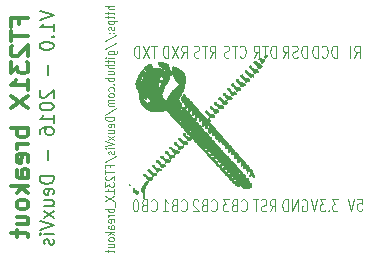
<source format=gbo>
G04 #@! TF.FileFunction,Legend,Bot*
%FSLAX46Y46*%
G04 Gerber Fmt 4.6, Leading zero omitted, Abs format (unit mm)*
G04 Created by KiCad (PCBNEW 4.0.3+e1-6302~38~ubuntu14.04.1-stable) date Tue Aug 16 14:14:18 2016*
%MOMM*%
%LPD*%
G01*
G04 APERTURE LIST*
%ADD10C,0.100000*%
%ADD11C,0.200000*%
%ADD12C,0.300000*%
%ADD13C,0.010000*%
G04 APERTURE END LIST*
D10*
X170713333Y-109767643D02*
X170751428Y-109815262D01*
X170865714Y-109862881D01*
X170941904Y-109862881D01*
X171056190Y-109815262D01*
X171132381Y-109720024D01*
X171170476Y-109624786D01*
X171208571Y-109434310D01*
X171208571Y-109291452D01*
X171170476Y-109100976D01*
X171132381Y-109005738D01*
X171056190Y-108910500D01*
X170941904Y-108862881D01*
X170865714Y-108862881D01*
X170751428Y-108910500D01*
X170713333Y-108958119D01*
X170103809Y-109339071D02*
X169989523Y-109386690D01*
X169951428Y-109434310D01*
X169913333Y-109529548D01*
X169913333Y-109672405D01*
X169951428Y-109767643D01*
X169989523Y-109815262D01*
X170065714Y-109862881D01*
X170370476Y-109862881D01*
X170370476Y-108862881D01*
X170103809Y-108862881D01*
X170027619Y-108910500D01*
X169989523Y-108958119D01*
X169951428Y-109053357D01*
X169951428Y-109148595D01*
X169989523Y-109243833D01*
X170027619Y-109291452D01*
X170103809Y-109339071D01*
X170370476Y-109339071D01*
X169646666Y-108862881D02*
X169151428Y-108862881D01*
X169418095Y-109243833D01*
X169303809Y-109243833D01*
X169227619Y-109291452D01*
X169189523Y-109339071D01*
X169151428Y-109434310D01*
X169151428Y-109672405D01*
X169189523Y-109767643D01*
X169227619Y-109815262D01*
X169303809Y-109862881D01*
X169532381Y-109862881D01*
X169608571Y-109815262D01*
X169646666Y-109767643D01*
X168173333Y-109767643D02*
X168211428Y-109815262D01*
X168325714Y-109862881D01*
X168401904Y-109862881D01*
X168516190Y-109815262D01*
X168592381Y-109720024D01*
X168630476Y-109624786D01*
X168668571Y-109434310D01*
X168668571Y-109291452D01*
X168630476Y-109100976D01*
X168592381Y-109005738D01*
X168516190Y-108910500D01*
X168401904Y-108862881D01*
X168325714Y-108862881D01*
X168211428Y-108910500D01*
X168173333Y-108958119D01*
X167563809Y-109339071D02*
X167449523Y-109386690D01*
X167411428Y-109434310D01*
X167373333Y-109529548D01*
X167373333Y-109672405D01*
X167411428Y-109767643D01*
X167449523Y-109815262D01*
X167525714Y-109862881D01*
X167830476Y-109862881D01*
X167830476Y-108862881D01*
X167563809Y-108862881D01*
X167487619Y-108910500D01*
X167449523Y-108958119D01*
X167411428Y-109053357D01*
X167411428Y-109148595D01*
X167449523Y-109243833D01*
X167487619Y-109291452D01*
X167563809Y-109339071D01*
X167830476Y-109339071D01*
X167068571Y-108958119D02*
X167030476Y-108910500D01*
X166954285Y-108862881D01*
X166763809Y-108862881D01*
X166687619Y-108910500D01*
X166649523Y-108958119D01*
X166611428Y-109053357D01*
X166611428Y-109148595D01*
X166649523Y-109291452D01*
X167106666Y-109862881D01*
X166611428Y-109862881D01*
X165633333Y-109767643D02*
X165671428Y-109815262D01*
X165785714Y-109862881D01*
X165861904Y-109862881D01*
X165976190Y-109815262D01*
X166052381Y-109720024D01*
X166090476Y-109624786D01*
X166128571Y-109434310D01*
X166128571Y-109291452D01*
X166090476Y-109100976D01*
X166052381Y-109005738D01*
X165976190Y-108910500D01*
X165861904Y-108862881D01*
X165785714Y-108862881D01*
X165671428Y-108910500D01*
X165633333Y-108958119D01*
X165023809Y-109339071D02*
X164909523Y-109386690D01*
X164871428Y-109434310D01*
X164833333Y-109529548D01*
X164833333Y-109672405D01*
X164871428Y-109767643D01*
X164909523Y-109815262D01*
X164985714Y-109862881D01*
X165290476Y-109862881D01*
X165290476Y-108862881D01*
X165023809Y-108862881D01*
X164947619Y-108910500D01*
X164909523Y-108958119D01*
X164871428Y-109053357D01*
X164871428Y-109148595D01*
X164909523Y-109243833D01*
X164947619Y-109291452D01*
X165023809Y-109339071D01*
X165290476Y-109339071D01*
X164071428Y-109862881D02*
X164528571Y-109862881D01*
X164300000Y-109862881D02*
X164300000Y-108862881D01*
X164376190Y-109005738D01*
X164452381Y-109100976D01*
X164528571Y-109148595D01*
X163093333Y-109767643D02*
X163131428Y-109815262D01*
X163245714Y-109862881D01*
X163321904Y-109862881D01*
X163436190Y-109815262D01*
X163512381Y-109720024D01*
X163550476Y-109624786D01*
X163588571Y-109434310D01*
X163588571Y-109291452D01*
X163550476Y-109100976D01*
X163512381Y-109005738D01*
X163436190Y-108910500D01*
X163321904Y-108862881D01*
X163245714Y-108862881D01*
X163131428Y-108910500D01*
X163093333Y-108958119D01*
X162483809Y-109339071D02*
X162369523Y-109386690D01*
X162331428Y-109434310D01*
X162293333Y-109529548D01*
X162293333Y-109672405D01*
X162331428Y-109767643D01*
X162369523Y-109815262D01*
X162445714Y-109862881D01*
X162750476Y-109862881D01*
X162750476Y-108862881D01*
X162483809Y-108862881D01*
X162407619Y-108910500D01*
X162369523Y-108958119D01*
X162331428Y-109053357D01*
X162331428Y-109148595D01*
X162369523Y-109243833D01*
X162407619Y-109291452D01*
X162483809Y-109339071D01*
X162750476Y-109339071D01*
X161798095Y-108862881D02*
X161721904Y-108862881D01*
X161645714Y-108910500D01*
X161607619Y-108958119D01*
X161569523Y-109053357D01*
X161531428Y-109243833D01*
X161531428Y-109481929D01*
X161569523Y-109672405D01*
X161607619Y-109767643D01*
X161645714Y-109815262D01*
X161721904Y-109862881D01*
X161798095Y-109862881D01*
X161874285Y-109815262D01*
X161912381Y-109767643D01*
X161950476Y-109672405D01*
X161988571Y-109481929D01*
X161988571Y-109243833D01*
X161950476Y-109053357D01*
X161912381Y-108958119D01*
X161874285Y-108910500D01*
X161798095Y-108862881D01*
X173158095Y-109862881D02*
X173424762Y-109386690D01*
X173615238Y-109862881D02*
X173615238Y-108862881D01*
X173310476Y-108862881D01*
X173234285Y-108910500D01*
X173196190Y-108958119D01*
X173158095Y-109053357D01*
X173158095Y-109196214D01*
X173196190Y-109291452D01*
X173234285Y-109339071D01*
X173310476Y-109386690D01*
X173615238Y-109386690D01*
X172853333Y-109815262D02*
X172739047Y-109862881D01*
X172548571Y-109862881D01*
X172472381Y-109815262D01*
X172434285Y-109767643D01*
X172396190Y-109672405D01*
X172396190Y-109577167D01*
X172434285Y-109481929D01*
X172472381Y-109434310D01*
X172548571Y-109386690D01*
X172700952Y-109339071D01*
X172777143Y-109291452D01*
X172815238Y-109243833D01*
X172853333Y-109148595D01*
X172853333Y-109053357D01*
X172815238Y-108958119D01*
X172777143Y-108910500D01*
X172700952Y-108862881D01*
X172510476Y-108862881D01*
X172396190Y-108910500D01*
X172167619Y-108862881D02*
X171710476Y-108862881D01*
X171939047Y-109862881D02*
X171939047Y-108862881D01*
X175869523Y-108910500D02*
X175945714Y-108862881D01*
X176059999Y-108862881D01*
X176174285Y-108910500D01*
X176250476Y-109005738D01*
X176288571Y-109100976D01*
X176326666Y-109291452D01*
X176326666Y-109434310D01*
X176288571Y-109624786D01*
X176250476Y-109720024D01*
X176174285Y-109815262D01*
X176059999Y-109862881D01*
X175983809Y-109862881D01*
X175869523Y-109815262D01*
X175831428Y-109767643D01*
X175831428Y-109434310D01*
X175983809Y-109434310D01*
X175488571Y-109862881D02*
X175488571Y-108862881D01*
X175031428Y-109862881D01*
X175031428Y-108862881D01*
X174650476Y-109862881D02*
X174650476Y-108862881D01*
X174460000Y-108862881D01*
X174345714Y-108910500D01*
X174269523Y-109005738D01*
X174231428Y-109100976D01*
X174193333Y-109291452D01*
X174193333Y-109434310D01*
X174231428Y-109624786D01*
X174269523Y-109720024D01*
X174345714Y-109815262D01*
X174460000Y-109862881D01*
X174650476Y-109862881D01*
X178907143Y-108862881D02*
X178442857Y-108862881D01*
X178692857Y-109243833D01*
X178585715Y-109243833D01*
X178514286Y-109291452D01*
X178478572Y-109339071D01*
X178442857Y-109434310D01*
X178442857Y-109672405D01*
X178478572Y-109767643D01*
X178514286Y-109815262D01*
X178585715Y-109862881D01*
X178800000Y-109862881D01*
X178871429Y-109815262D01*
X178907143Y-109767643D01*
X178121429Y-109767643D02*
X178085714Y-109815262D01*
X178121429Y-109862881D01*
X178157143Y-109815262D01*
X178121429Y-109767643D01*
X178121429Y-109862881D01*
X177835714Y-108862881D02*
X177371428Y-108862881D01*
X177621428Y-109243833D01*
X177514286Y-109243833D01*
X177442857Y-109291452D01*
X177407143Y-109339071D01*
X177371428Y-109434310D01*
X177371428Y-109672405D01*
X177407143Y-109767643D01*
X177442857Y-109815262D01*
X177514286Y-109862881D01*
X177728571Y-109862881D01*
X177800000Y-109815262D01*
X177835714Y-109767643D01*
X177157142Y-108862881D02*
X176907142Y-109862881D01*
X176657142Y-108862881D01*
X180555880Y-108799381D02*
X180936833Y-108799381D01*
X180974928Y-109275571D01*
X180936833Y-109227952D01*
X180860642Y-109180333D01*
X180670166Y-109180333D01*
X180593976Y-109227952D01*
X180555880Y-109275571D01*
X180517785Y-109370810D01*
X180517785Y-109608905D01*
X180555880Y-109704143D01*
X180593976Y-109751762D01*
X180670166Y-109799381D01*
X180860642Y-109799381D01*
X180936833Y-109751762D01*
X180974928Y-109704143D01*
X180289214Y-108799381D02*
X180022547Y-109799381D01*
X179755880Y-108799381D01*
X180282857Y-96845381D02*
X180549524Y-96369190D01*
X180740000Y-96845381D02*
X180740000Y-95845381D01*
X180435238Y-95845381D01*
X180359047Y-95893000D01*
X180320952Y-95940619D01*
X180282857Y-96035857D01*
X180282857Y-96178714D01*
X180320952Y-96273952D01*
X180359047Y-96321571D01*
X180435238Y-96369190D01*
X180740000Y-96369190D01*
X179940000Y-96845381D02*
X179940000Y-95845381D01*
X178809524Y-96845381D02*
X178809524Y-95845381D01*
X178619048Y-95845381D01*
X178504762Y-95893000D01*
X178428571Y-95988238D01*
X178390476Y-96083476D01*
X178352381Y-96273952D01*
X178352381Y-96416810D01*
X178390476Y-96607286D01*
X178428571Y-96702524D01*
X178504762Y-96797762D01*
X178619048Y-96845381D01*
X178809524Y-96845381D01*
X177552381Y-96750143D02*
X177590476Y-96797762D01*
X177704762Y-96845381D01*
X177780952Y-96845381D01*
X177895238Y-96797762D01*
X177971429Y-96702524D01*
X178009524Y-96607286D01*
X178047619Y-96416810D01*
X178047619Y-96273952D01*
X178009524Y-96083476D01*
X177971429Y-95988238D01*
X177895238Y-95893000D01*
X177780952Y-95845381D01*
X177704762Y-95845381D01*
X177590476Y-95893000D01*
X177552381Y-95940619D01*
X177209524Y-96845381D02*
X177209524Y-95845381D01*
X177019048Y-95845381D01*
X176904762Y-95893000D01*
X176828571Y-95988238D01*
X176790476Y-96083476D01*
X176752381Y-96273952D01*
X176752381Y-96416810D01*
X176790476Y-96607286D01*
X176828571Y-96702524D01*
X176904762Y-96797762D01*
X177019048Y-96845381D01*
X177209524Y-96845381D01*
X176250476Y-96845381D02*
X176250476Y-95845381D01*
X176060000Y-95845381D01*
X175945714Y-95893000D01*
X175869523Y-95988238D01*
X175831428Y-96083476D01*
X175793333Y-96273952D01*
X175793333Y-96416810D01*
X175831428Y-96607286D01*
X175869523Y-96702524D01*
X175945714Y-96797762D01*
X176060000Y-96845381D01*
X176250476Y-96845381D01*
X175488571Y-96797762D02*
X175374285Y-96845381D01*
X175183809Y-96845381D01*
X175107619Y-96797762D01*
X175069523Y-96750143D01*
X175031428Y-96654905D01*
X175031428Y-96559667D01*
X175069523Y-96464429D01*
X175107619Y-96416810D01*
X175183809Y-96369190D01*
X175336190Y-96321571D01*
X175412381Y-96273952D01*
X175450476Y-96226333D01*
X175488571Y-96131095D01*
X175488571Y-96035857D01*
X175450476Y-95940619D01*
X175412381Y-95893000D01*
X175336190Y-95845381D01*
X175145714Y-95845381D01*
X175031428Y-95893000D01*
X174231428Y-96845381D02*
X174498095Y-96369190D01*
X174688571Y-96845381D02*
X174688571Y-95845381D01*
X174383809Y-95845381D01*
X174307618Y-95893000D01*
X174269523Y-95940619D01*
X174231428Y-96035857D01*
X174231428Y-96178714D01*
X174269523Y-96273952D01*
X174307618Y-96321571D01*
X174383809Y-96369190D01*
X174688571Y-96369190D01*
X173634286Y-96845381D02*
X173634286Y-95845381D01*
X173443810Y-95845381D01*
X173329524Y-95893000D01*
X173253333Y-95988238D01*
X173215238Y-96083476D01*
X173177143Y-96273952D01*
X173177143Y-96416810D01*
X173215238Y-96607286D01*
X173253333Y-96702524D01*
X173329524Y-96797762D01*
X173443810Y-96845381D01*
X173634286Y-96845381D01*
X172948572Y-95845381D02*
X172491429Y-95845381D01*
X172720000Y-96845381D02*
X172720000Y-95845381D01*
X171767619Y-96845381D02*
X172034286Y-96369190D01*
X172224762Y-96845381D02*
X172224762Y-95845381D01*
X171920000Y-95845381D01*
X171843809Y-95893000D01*
X171805714Y-95940619D01*
X171767619Y-96035857D01*
X171767619Y-96178714D01*
X171805714Y-96273952D01*
X171843809Y-96321571D01*
X171920000Y-96369190D01*
X172224762Y-96369190D01*
X170618095Y-96750143D02*
X170656190Y-96797762D01*
X170770476Y-96845381D01*
X170846666Y-96845381D01*
X170960952Y-96797762D01*
X171037143Y-96702524D01*
X171075238Y-96607286D01*
X171113333Y-96416810D01*
X171113333Y-96273952D01*
X171075238Y-96083476D01*
X171037143Y-95988238D01*
X170960952Y-95893000D01*
X170846666Y-95845381D01*
X170770476Y-95845381D01*
X170656190Y-95893000D01*
X170618095Y-95940619D01*
X170389524Y-95845381D02*
X169932381Y-95845381D01*
X170160952Y-96845381D02*
X170160952Y-95845381D01*
X169703809Y-96797762D02*
X169589523Y-96845381D01*
X169399047Y-96845381D01*
X169322857Y-96797762D01*
X169284761Y-96750143D01*
X169246666Y-96654905D01*
X169246666Y-96559667D01*
X169284761Y-96464429D01*
X169322857Y-96416810D01*
X169399047Y-96369190D01*
X169551428Y-96321571D01*
X169627619Y-96273952D01*
X169665714Y-96226333D01*
X169703809Y-96131095D01*
X169703809Y-96035857D01*
X169665714Y-95940619D01*
X169627619Y-95893000D01*
X169551428Y-95845381D01*
X169360952Y-95845381D01*
X169246666Y-95893000D01*
X168078095Y-96845381D02*
X168344762Y-96369190D01*
X168535238Y-96845381D02*
X168535238Y-95845381D01*
X168230476Y-95845381D01*
X168154285Y-95893000D01*
X168116190Y-95940619D01*
X168078095Y-96035857D01*
X168078095Y-96178714D01*
X168116190Y-96273952D01*
X168154285Y-96321571D01*
X168230476Y-96369190D01*
X168535238Y-96369190D01*
X167849524Y-95845381D02*
X167392381Y-95845381D01*
X167620952Y-96845381D02*
X167620952Y-95845381D01*
X167163809Y-96797762D02*
X167049523Y-96845381D01*
X166859047Y-96845381D01*
X166782857Y-96797762D01*
X166744761Y-96750143D01*
X166706666Y-96654905D01*
X166706666Y-96559667D01*
X166744761Y-96464429D01*
X166782857Y-96416810D01*
X166859047Y-96369190D01*
X167011428Y-96321571D01*
X167087619Y-96273952D01*
X167125714Y-96226333D01*
X167163809Y-96131095D01*
X167163809Y-96035857D01*
X167125714Y-95940619D01*
X167087619Y-95893000D01*
X167011428Y-95845381D01*
X166820952Y-95845381D01*
X166706666Y-95893000D01*
X165633333Y-96845381D02*
X165900000Y-96369190D01*
X166090476Y-96845381D02*
X166090476Y-95845381D01*
X165785714Y-95845381D01*
X165709523Y-95893000D01*
X165671428Y-95940619D01*
X165633333Y-96035857D01*
X165633333Y-96178714D01*
X165671428Y-96273952D01*
X165709523Y-96321571D01*
X165785714Y-96369190D01*
X166090476Y-96369190D01*
X165366666Y-95845381D02*
X164833333Y-96845381D01*
X164833333Y-95845381D02*
X165366666Y-96845381D01*
X164528571Y-96845381D02*
X164528571Y-95845381D01*
X164338095Y-95845381D01*
X164223809Y-95893000D01*
X164147618Y-95988238D01*
X164109523Y-96083476D01*
X164071428Y-96273952D01*
X164071428Y-96416810D01*
X164109523Y-96607286D01*
X164147618Y-96702524D01*
X164223809Y-96797762D01*
X164338095Y-96845381D01*
X164528571Y-96845381D01*
X163569524Y-95845381D02*
X163112381Y-95845381D01*
X163340952Y-96845381D02*
X163340952Y-95845381D01*
X162921904Y-95845381D02*
X162388571Y-96845381D01*
X162388571Y-95845381D02*
X162921904Y-96845381D01*
X162083809Y-96845381D02*
X162083809Y-95845381D01*
X161893333Y-95845381D01*
X161779047Y-95893000D01*
X161702856Y-95988238D01*
X161664761Y-96083476D01*
X161626666Y-96273952D01*
X161626666Y-96416810D01*
X161664761Y-96607286D01*
X161702856Y-96702524D01*
X161779047Y-96797762D01*
X161893333Y-96845381D01*
X162083809Y-96845381D01*
X159978286Y-92498573D02*
X159228286Y-92498573D01*
X159978286Y-92755716D02*
X159585429Y-92755716D01*
X159514000Y-92727145D01*
X159478286Y-92670002D01*
X159478286Y-92584287D01*
X159514000Y-92527145D01*
X159549714Y-92498573D01*
X159478286Y-92955716D02*
X159478286Y-93184287D01*
X159228286Y-93041430D02*
X159871143Y-93041430D01*
X159942571Y-93070002D01*
X159978286Y-93127144D01*
X159978286Y-93184287D01*
X159478286Y-93298573D02*
X159478286Y-93527144D01*
X159228286Y-93384287D02*
X159871143Y-93384287D01*
X159942571Y-93412859D01*
X159978286Y-93470001D01*
X159978286Y-93527144D01*
X159478286Y-93727144D02*
X160228286Y-93727144D01*
X159514000Y-93727144D02*
X159478286Y-93784287D01*
X159478286Y-93898573D01*
X159514000Y-93955716D01*
X159549714Y-93984287D01*
X159621143Y-94012858D01*
X159835429Y-94012858D01*
X159906857Y-93984287D01*
X159942571Y-93955716D01*
X159978286Y-93898573D01*
X159978286Y-93784287D01*
X159942571Y-93727144D01*
X159942571Y-94241430D02*
X159978286Y-94298573D01*
X159978286Y-94412858D01*
X159942571Y-94470001D01*
X159871143Y-94498573D01*
X159835429Y-94498573D01*
X159764000Y-94470001D01*
X159728286Y-94412858D01*
X159728286Y-94327144D01*
X159692571Y-94270001D01*
X159621143Y-94241430D01*
X159585429Y-94241430D01*
X159514000Y-94270001D01*
X159478286Y-94327144D01*
X159478286Y-94412858D01*
X159514000Y-94470001D01*
X159906857Y-94755715D02*
X159942571Y-94784287D01*
X159978286Y-94755715D01*
X159942571Y-94727144D01*
X159906857Y-94755715D01*
X159978286Y-94755715D01*
X159514000Y-94755715D02*
X159549714Y-94784287D01*
X159585429Y-94755715D01*
X159549714Y-94727144D01*
X159514000Y-94755715D01*
X159585429Y-94755715D01*
X159192571Y-95470001D02*
X160156857Y-94955715D01*
X159192571Y-96098572D02*
X160156857Y-95584286D01*
X159478286Y-96555714D02*
X160085429Y-96555714D01*
X160156857Y-96527143D01*
X160192571Y-96498571D01*
X160228286Y-96441428D01*
X160228286Y-96355714D01*
X160192571Y-96298571D01*
X159942571Y-96555714D02*
X159978286Y-96498571D01*
X159978286Y-96384285D01*
X159942571Y-96327143D01*
X159906857Y-96298571D01*
X159835429Y-96270000D01*
X159621143Y-96270000D01*
X159549714Y-96298571D01*
X159514000Y-96327143D01*
X159478286Y-96384285D01*
X159478286Y-96498571D01*
X159514000Y-96555714D01*
X159978286Y-96841428D02*
X159478286Y-96841428D01*
X159228286Y-96841428D02*
X159264000Y-96812857D01*
X159299714Y-96841428D01*
X159264000Y-96870000D01*
X159228286Y-96841428D01*
X159299714Y-96841428D01*
X159478286Y-97041428D02*
X159478286Y-97269999D01*
X159228286Y-97127142D02*
X159871143Y-97127142D01*
X159942571Y-97155714D01*
X159978286Y-97212856D01*
X159978286Y-97269999D01*
X159978286Y-97469999D02*
X159228286Y-97469999D01*
X159978286Y-97727142D02*
X159585429Y-97727142D01*
X159514000Y-97698571D01*
X159478286Y-97641428D01*
X159478286Y-97555713D01*
X159514000Y-97498571D01*
X159549714Y-97469999D01*
X159478286Y-98269999D02*
X159978286Y-98269999D01*
X159478286Y-98012856D02*
X159871143Y-98012856D01*
X159942571Y-98041428D01*
X159978286Y-98098570D01*
X159978286Y-98184285D01*
X159942571Y-98241428D01*
X159906857Y-98269999D01*
X159978286Y-98555713D02*
X159228286Y-98555713D01*
X159514000Y-98555713D02*
X159478286Y-98612856D01*
X159478286Y-98727142D01*
X159514000Y-98784285D01*
X159549714Y-98812856D01*
X159621143Y-98841427D01*
X159835429Y-98841427D01*
X159906857Y-98812856D01*
X159942571Y-98784285D01*
X159978286Y-98727142D01*
X159978286Y-98612856D01*
X159942571Y-98555713D01*
X159906857Y-99098570D02*
X159942571Y-99127142D01*
X159978286Y-99098570D01*
X159942571Y-99069999D01*
X159906857Y-99098570D01*
X159978286Y-99098570D01*
X159942571Y-99641427D02*
X159978286Y-99584284D01*
X159978286Y-99469998D01*
X159942571Y-99412856D01*
X159906857Y-99384284D01*
X159835429Y-99355713D01*
X159621143Y-99355713D01*
X159549714Y-99384284D01*
X159514000Y-99412856D01*
X159478286Y-99469998D01*
X159478286Y-99584284D01*
X159514000Y-99641427D01*
X159978286Y-99984284D02*
X159942571Y-99927142D01*
X159906857Y-99898570D01*
X159835429Y-99869999D01*
X159621143Y-99869999D01*
X159549714Y-99898570D01*
X159514000Y-99927142D01*
X159478286Y-99984284D01*
X159478286Y-100069999D01*
X159514000Y-100127142D01*
X159549714Y-100155713D01*
X159621143Y-100184284D01*
X159835429Y-100184284D01*
X159906857Y-100155713D01*
X159942571Y-100127142D01*
X159978286Y-100069999D01*
X159978286Y-99984284D01*
X159978286Y-100441427D02*
X159478286Y-100441427D01*
X159549714Y-100441427D02*
X159514000Y-100469999D01*
X159478286Y-100527141D01*
X159478286Y-100612856D01*
X159514000Y-100669999D01*
X159585429Y-100698570D01*
X159978286Y-100698570D01*
X159585429Y-100698570D02*
X159514000Y-100727141D01*
X159478286Y-100784284D01*
X159478286Y-100869999D01*
X159514000Y-100927141D01*
X159585429Y-100955713D01*
X159978286Y-100955713D01*
X159192571Y-101669999D02*
X160156857Y-101155713D01*
X159978286Y-101869998D02*
X159228286Y-101869998D01*
X159228286Y-102012855D01*
X159264000Y-102098570D01*
X159335429Y-102155712D01*
X159406857Y-102184284D01*
X159549714Y-102212855D01*
X159656857Y-102212855D01*
X159799714Y-102184284D01*
X159871143Y-102155712D01*
X159942571Y-102098570D01*
X159978286Y-102012855D01*
X159978286Y-101869998D01*
X159942571Y-102698570D02*
X159978286Y-102641427D01*
X159978286Y-102527141D01*
X159942571Y-102469998D01*
X159871143Y-102441427D01*
X159585429Y-102441427D01*
X159514000Y-102469998D01*
X159478286Y-102527141D01*
X159478286Y-102641427D01*
X159514000Y-102698570D01*
X159585429Y-102727141D01*
X159656857Y-102727141D01*
X159728286Y-102441427D01*
X159478286Y-103241427D02*
X159978286Y-103241427D01*
X159478286Y-102984284D02*
X159871143Y-102984284D01*
X159942571Y-103012856D01*
X159978286Y-103069998D01*
X159978286Y-103155713D01*
X159942571Y-103212856D01*
X159906857Y-103241427D01*
X159978286Y-103469998D02*
X159478286Y-103784284D01*
X159478286Y-103469998D02*
X159978286Y-103784284D01*
X159228286Y-103927141D02*
X159978286Y-104127141D01*
X159228286Y-104327141D01*
X159978286Y-104527141D02*
X159478286Y-104527141D01*
X159228286Y-104527141D02*
X159264000Y-104498570D01*
X159299714Y-104527141D01*
X159264000Y-104555713D01*
X159228286Y-104527141D01*
X159299714Y-104527141D01*
X159942571Y-104784284D02*
X159978286Y-104841427D01*
X159978286Y-104955712D01*
X159942571Y-105012855D01*
X159871143Y-105041427D01*
X159835429Y-105041427D01*
X159764000Y-105012855D01*
X159728286Y-104955712D01*
X159728286Y-104869998D01*
X159692571Y-104812855D01*
X159621143Y-104784284D01*
X159585429Y-104784284D01*
X159514000Y-104812855D01*
X159478286Y-104869998D01*
X159478286Y-104955712D01*
X159514000Y-105012855D01*
X159192571Y-105727141D02*
X160156857Y-105212855D01*
X159585429Y-106127140D02*
X159585429Y-105927140D01*
X159978286Y-105927140D02*
X159228286Y-105927140D01*
X159228286Y-106212854D01*
X159228286Y-106355712D02*
X159228286Y-106698569D01*
X159978286Y-106527140D02*
X159228286Y-106527140D01*
X159299714Y-106869998D02*
X159264000Y-106898569D01*
X159228286Y-106955712D01*
X159228286Y-107098569D01*
X159264000Y-107155712D01*
X159299714Y-107184283D01*
X159371143Y-107212855D01*
X159442571Y-107212855D01*
X159549714Y-107184283D01*
X159978286Y-106841426D01*
X159978286Y-107212855D01*
X159228286Y-107412855D02*
X159228286Y-107784284D01*
X159514000Y-107584284D01*
X159514000Y-107669998D01*
X159549714Y-107727141D01*
X159585429Y-107755712D01*
X159656857Y-107784284D01*
X159835429Y-107784284D01*
X159906857Y-107755712D01*
X159942571Y-107727141D01*
X159978286Y-107669998D01*
X159978286Y-107498570D01*
X159942571Y-107441427D01*
X159906857Y-107412855D01*
X159978286Y-108355713D02*
X159978286Y-108012856D01*
X159978286Y-108184284D02*
X159228286Y-108184284D01*
X159335429Y-108127141D01*
X159406857Y-108069999D01*
X159442571Y-108012856D01*
X159228286Y-108555713D02*
X159978286Y-108955713D01*
X159228286Y-108955713D02*
X159978286Y-108555713D01*
X160049714Y-109041428D02*
X160049714Y-109498571D01*
X159978286Y-109641428D02*
X159228286Y-109641428D01*
X159514000Y-109641428D02*
X159478286Y-109698571D01*
X159478286Y-109812857D01*
X159514000Y-109870000D01*
X159549714Y-109898571D01*
X159621143Y-109927142D01*
X159835429Y-109927142D01*
X159906857Y-109898571D01*
X159942571Y-109870000D01*
X159978286Y-109812857D01*
X159978286Y-109698571D01*
X159942571Y-109641428D01*
X159978286Y-110184285D02*
X159478286Y-110184285D01*
X159621143Y-110184285D02*
X159549714Y-110212857D01*
X159514000Y-110241428D01*
X159478286Y-110298571D01*
X159478286Y-110355714D01*
X159942571Y-110784286D02*
X159978286Y-110727143D01*
X159978286Y-110612857D01*
X159942571Y-110555714D01*
X159871143Y-110527143D01*
X159585429Y-110527143D01*
X159514000Y-110555714D01*
X159478286Y-110612857D01*
X159478286Y-110727143D01*
X159514000Y-110784286D01*
X159585429Y-110812857D01*
X159656857Y-110812857D01*
X159728286Y-110527143D01*
X159978286Y-111327143D02*
X159585429Y-111327143D01*
X159514000Y-111298572D01*
X159478286Y-111241429D01*
X159478286Y-111127143D01*
X159514000Y-111070000D01*
X159942571Y-111327143D02*
X159978286Y-111270000D01*
X159978286Y-111127143D01*
X159942571Y-111070000D01*
X159871143Y-111041429D01*
X159799714Y-111041429D01*
X159728286Y-111070000D01*
X159692571Y-111127143D01*
X159692571Y-111270000D01*
X159656857Y-111327143D01*
X159978286Y-111612857D02*
X159228286Y-111612857D01*
X159692571Y-111670000D02*
X159978286Y-111841429D01*
X159478286Y-111841429D02*
X159764000Y-111612857D01*
X159978286Y-112184285D02*
X159942571Y-112127143D01*
X159906857Y-112098571D01*
X159835429Y-112070000D01*
X159621143Y-112070000D01*
X159549714Y-112098571D01*
X159514000Y-112127143D01*
X159478286Y-112184285D01*
X159478286Y-112270000D01*
X159514000Y-112327143D01*
X159549714Y-112355714D01*
X159621143Y-112384285D01*
X159835429Y-112384285D01*
X159906857Y-112355714D01*
X159942571Y-112327143D01*
X159978286Y-112270000D01*
X159978286Y-112184285D01*
X159478286Y-112898571D02*
X159978286Y-112898571D01*
X159478286Y-112641428D02*
X159871143Y-112641428D01*
X159942571Y-112670000D01*
X159978286Y-112727142D01*
X159978286Y-112812857D01*
X159942571Y-112870000D01*
X159906857Y-112898571D01*
X159478286Y-113098571D02*
X159478286Y-113327142D01*
X159228286Y-113184285D02*
X159871143Y-113184285D01*
X159942571Y-113212857D01*
X159978286Y-113269999D01*
X159978286Y-113327142D01*
D11*
X153647857Y-92917620D02*
X154847857Y-93284287D01*
X153647857Y-93650953D01*
X154847857Y-94593810D02*
X154847857Y-93965239D01*
X154847857Y-94279525D02*
X153647857Y-94279525D01*
X153819286Y-94174763D01*
X153933571Y-94070001D01*
X153990714Y-93965239D01*
X154733571Y-95065239D02*
X154790714Y-95117620D01*
X154847857Y-95065239D01*
X154790714Y-95012858D01*
X154733571Y-95065239D01*
X154847857Y-95065239D01*
X153647857Y-95798573D02*
X153647857Y-95903334D01*
X153705000Y-96008096D01*
X153762143Y-96060477D01*
X153876429Y-96112858D01*
X154105000Y-96165239D01*
X154390714Y-96165239D01*
X154619286Y-96112858D01*
X154733571Y-96060477D01*
X154790714Y-96008096D01*
X154847857Y-95903334D01*
X154847857Y-95798573D01*
X154790714Y-95693811D01*
X154733571Y-95641430D01*
X154619286Y-95589049D01*
X154390714Y-95536668D01*
X154105000Y-95536668D01*
X153876429Y-95589049D01*
X153762143Y-95641430D01*
X153705000Y-95693811D01*
X153647857Y-95798573D01*
X154390714Y-97474763D02*
X154390714Y-98312858D01*
X153762143Y-99622382D02*
X153705000Y-99674763D01*
X153647857Y-99779525D01*
X153647857Y-100041429D01*
X153705000Y-100146191D01*
X153762143Y-100198572D01*
X153876429Y-100250953D01*
X153990714Y-100250953D01*
X154162143Y-100198572D01*
X154847857Y-99570001D01*
X154847857Y-100250953D01*
X153647857Y-100931906D02*
X153647857Y-101036667D01*
X153705000Y-101141429D01*
X153762143Y-101193810D01*
X153876429Y-101246191D01*
X154105000Y-101298572D01*
X154390714Y-101298572D01*
X154619286Y-101246191D01*
X154733571Y-101193810D01*
X154790714Y-101141429D01*
X154847857Y-101036667D01*
X154847857Y-100931906D01*
X154790714Y-100827144D01*
X154733571Y-100774763D01*
X154619286Y-100722382D01*
X154390714Y-100670001D01*
X154105000Y-100670001D01*
X153876429Y-100722382D01*
X153762143Y-100774763D01*
X153705000Y-100827144D01*
X153647857Y-100931906D01*
X154847857Y-102346191D02*
X154847857Y-101717620D01*
X154847857Y-102031906D02*
X153647857Y-102031906D01*
X153819286Y-101927144D01*
X153933571Y-101822382D01*
X153990714Y-101717620D01*
X153647857Y-103289048D02*
X153647857Y-103079525D01*
X153705000Y-102974763D01*
X153762143Y-102922382D01*
X153933571Y-102817620D01*
X154162143Y-102765239D01*
X154619286Y-102765239D01*
X154733571Y-102817620D01*
X154790714Y-102870001D01*
X154847857Y-102974763D01*
X154847857Y-103184286D01*
X154790714Y-103289048D01*
X154733571Y-103341429D01*
X154619286Y-103393810D01*
X154333571Y-103393810D01*
X154219286Y-103341429D01*
X154162143Y-103289048D01*
X154105000Y-103184286D01*
X154105000Y-102974763D01*
X154162143Y-102870001D01*
X154219286Y-102817620D01*
X154333571Y-102765239D01*
X154390714Y-104703334D02*
X154390714Y-105541429D01*
X154847857Y-106903334D02*
X153647857Y-106903334D01*
X153647857Y-107165239D01*
X153705000Y-107322381D01*
X153819286Y-107427143D01*
X153933571Y-107479524D01*
X154162143Y-107531905D01*
X154333571Y-107531905D01*
X154562143Y-107479524D01*
X154676429Y-107427143D01*
X154790714Y-107322381D01*
X154847857Y-107165239D01*
X154847857Y-106903334D01*
X154790714Y-108422381D02*
X154847857Y-108317619D01*
X154847857Y-108108096D01*
X154790714Y-108003334D01*
X154676429Y-107950953D01*
X154219286Y-107950953D01*
X154105000Y-108003334D01*
X154047857Y-108108096D01*
X154047857Y-108317619D01*
X154105000Y-108422381D01*
X154219286Y-108474762D01*
X154333571Y-108474762D01*
X154447857Y-107950953D01*
X154047857Y-109417619D02*
X154847857Y-109417619D01*
X154047857Y-108946191D02*
X154676429Y-108946191D01*
X154790714Y-108998572D01*
X154847857Y-109103334D01*
X154847857Y-109260476D01*
X154790714Y-109365238D01*
X154733571Y-109417619D01*
X154847857Y-109836667D02*
X154047857Y-110412857D01*
X154047857Y-109836667D02*
X154847857Y-110412857D01*
X153647857Y-110674762D02*
X154847857Y-111041429D01*
X153647857Y-111408095D01*
X154847857Y-111774762D02*
X154047857Y-111774762D01*
X153647857Y-111774762D02*
X153705000Y-111722381D01*
X153762143Y-111774762D01*
X153705000Y-111827143D01*
X153647857Y-111774762D01*
X153762143Y-111774762D01*
X154790714Y-112246191D02*
X154847857Y-112350953D01*
X154847857Y-112560477D01*
X154790714Y-112665238D01*
X154676429Y-112717619D01*
X154619286Y-112717619D01*
X154505000Y-112665238D01*
X154447857Y-112560477D01*
X154447857Y-112403334D01*
X154390714Y-112298572D01*
X154276429Y-112246191D01*
X154219286Y-112246191D01*
X154105000Y-112298572D01*
X154047857Y-112403334D01*
X154047857Y-112560477D01*
X154105000Y-112665238D01*
D12*
X151911857Y-94036644D02*
X151911857Y-93536644D01*
X152697571Y-93536644D02*
X151197571Y-93536644D01*
X151197571Y-94250930D01*
X151197571Y-94608072D02*
X151197571Y-95465215D01*
X152697571Y-95036644D02*
X151197571Y-95036644D01*
X151340429Y-95893786D02*
X151269000Y-95965215D01*
X151197571Y-96108072D01*
X151197571Y-96465215D01*
X151269000Y-96608072D01*
X151340429Y-96679501D01*
X151483286Y-96750929D01*
X151626143Y-96750929D01*
X151840429Y-96679501D01*
X152697571Y-95822358D01*
X152697571Y-96750929D01*
X151197571Y-97250929D02*
X151197571Y-98179500D01*
X151769000Y-97679500D01*
X151769000Y-97893786D01*
X151840429Y-98036643D01*
X151911857Y-98108072D01*
X152054714Y-98179500D01*
X152411857Y-98179500D01*
X152554714Y-98108072D01*
X152626143Y-98036643D01*
X152697571Y-97893786D01*
X152697571Y-97465214D01*
X152626143Y-97322357D01*
X152554714Y-97250929D01*
X152697571Y-99608071D02*
X152697571Y-98750928D01*
X152697571Y-99179500D02*
X151197571Y-99179500D01*
X151411857Y-99036643D01*
X151554714Y-98893785D01*
X151626143Y-98750928D01*
X151197571Y-100108071D02*
X152697571Y-101108071D01*
X151197571Y-101108071D02*
X152697571Y-100108071D01*
X152697571Y-102822356D02*
X151197571Y-102822356D01*
X151769000Y-102822356D02*
X151697571Y-102965213D01*
X151697571Y-103250927D01*
X151769000Y-103393784D01*
X151840429Y-103465213D01*
X151983286Y-103536642D01*
X152411857Y-103536642D01*
X152554714Y-103465213D01*
X152626143Y-103393784D01*
X152697571Y-103250927D01*
X152697571Y-102965213D01*
X152626143Y-102822356D01*
X152697571Y-104179499D02*
X151697571Y-104179499D01*
X151983286Y-104179499D02*
X151840429Y-104250927D01*
X151769000Y-104322356D01*
X151697571Y-104465213D01*
X151697571Y-104608070D01*
X152626143Y-105679498D02*
X152697571Y-105536641D01*
X152697571Y-105250927D01*
X152626143Y-105108070D01*
X152483286Y-105036641D01*
X151911857Y-105036641D01*
X151769000Y-105108070D01*
X151697571Y-105250927D01*
X151697571Y-105536641D01*
X151769000Y-105679498D01*
X151911857Y-105750927D01*
X152054714Y-105750927D01*
X152197571Y-105036641D01*
X152697571Y-107036641D02*
X151911857Y-107036641D01*
X151769000Y-106965212D01*
X151697571Y-106822355D01*
X151697571Y-106536641D01*
X151769000Y-106393784D01*
X152626143Y-107036641D02*
X152697571Y-106893784D01*
X152697571Y-106536641D01*
X152626143Y-106393784D01*
X152483286Y-106322355D01*
X152340429Y-106322355D01*
X152197571Y-106393784D01*
X152126143Y-106536641D01*
X152126143Y-106893784D01*
X152054714Y-107036641D01*
X152697571Y-107750927D02*
X151197571Y-107750927D01*
X152126143Y-107893784D02*
X152697571Y-108322355D01*
X151697571Y-108322355D02*
X152269000Y-107750927D01*
X152697571Y-109179499D02*
X152626143Y-109036641D01*
X152554714Y-108965213D01*
X152411857Y-108893784D01*
X151983286Y-108893784D01*
X151840429Y-108965213D01*
X151769000Y-109036641D01*
X151697571Y-109179499D01*
X151697571Y-109393784D01*
X151769000Y-109536641D01*
X151840429Y-109608070D01*
X151983286Y-109679499D01*
X152411857Y-109679499D01*
X152554714Y-109608070D01*
X152626143Y-109536641D01*
X152697571Y-109393784D01*
X152697571Y-109179499D01*
X151697571Y-110965213D02*
X152697571Y-110965213D01*
X151697571Y-110322356D02*
X152483286Y-110322356D01*
X152626143Y-110393784D01*
X152697571Y-110536642D01*
X152697571Y-110750927D01*
X152626143Y-110893784D01*
X152554714Y-110965213D01*
X151697571Y-111465213D02*
X151697571Y-112036642D01*
X151197571Y-111679499D02*
X152483286Y-111679499D01*
X152626143Y-111750927D01*
X152697571Y-111893785D01*
X152697571Y-112036642D01*
D13*
G36*
X172661098Y-96796729D02*
X172695722Y-96802460D01*
X172741723Y-96793723D01*
X172789522Y-96773085D01*
X172829542Y-96743116D01*
X172846462Y-96720577D01*
X172862968Y-96672913D01*
X172861967Y-96632918D01*
X172844384Y-96611755D01*
X172837345Y-96610715D01*
X172769994Y-96624893D01*
X172709468Y-96661902D01*
X172665411Y-96713453D01*
X172647467Y-96771257D01*
X172647428Y-96773959D01*
X172661098Y-96796729D01*
X172661098Y-96796729D01*
G37*
X172661098Y-96796729D02*
X172695722Y-96802460D01*
X172741723Y-96793723D01*
X172789522Y-96773085D01*
X172829542Y-96743116D01*
X172846462Y-96720577D01*
X172862968Y-96672913D01*
X172861967Y-96632918D01*
X172844384Y-96611755D01*
X172837345Y-96610715D01*
X172769994Y-96624893D01*
X172709468Y-96661902D01*
X172665411Y-96713453D01*
X172647467Y-96771257D01*
X172647428Y-96773959D01*
X172661098Y-96796729D01*
G36*
X172191995Y-96971562D02*
X172269018Y-97033364D01*
X172336726Y-97103687D01*
X172387310Y-97173447D01*
X172411347Y-97226741D01*
X172426308Y-97271981D01*
X172440202Y-97297697D01*
X172444020Y-97299946D01*
X172462324Y-97288303D01*
X172499973Y-97257424D01*
X172550040Y-97213099D01*
X172570321Y-97194452D01*
X172636456Y-97127777D01*
X172673023Y-97076034D01*
X172681294Y-97035034D01*
X172662540Y-97000591D01*
X172635696Y-96979231D01*
X172573847Y-96955851D01*
X172510687Y-96951120D01*
X172459750Y-96950112D01*
X172434002Y-96938623D01*
X172424332Y-96918664D01*
X172409952Y-96894804D01*
X172376762Y-96884424D01*
X172339797Y-96882857D01*
X172275196Y-96890426D01*
X172214617Y-96909003D01*
X172207115Y-96912598D01*
X172149603Y-96942338D01*
X172191995Y-96971562D01*
X172191995Y-96971562D01*
G37*
X172191995Y-96971562D02*
X172269018Y-97033364D01*
X172336726Y-97103687D01*
X172387310Y-97173447D01*
X172411347Y-97226741D01*
X172426308Y-97271981D01*
X172440202Y-97297697D01*
X172444020Y-97299946D01*
X172462324Y-97288303D01*
X172499973Y-97257424D01*
X172550040Y-97213099D01*
X172570321Y-97194452D01*
X172636456Y-97127777D01*
X172673023Y-97076034D01*
X172681294Y-97035034D01*
X172662540Y-97000591D01*
X172635696Y-96979231D01*
X172573847Y-96955851D01*
X172510687Y-96951120D01*
X172459750Y-96950112D01*
X172434002Y-96938623D01*
X172424332Y-96918664D01*
X172409952Y-96894804D01*
X172376762Y-96884424D01*
X172339797Y-96882857D01*
X172275196Y-96890426D01*
X172214617Y-96909003D01*
X172207115Y-96912598D01*
X172149603Y-96942338D01*
X172191995Y-96971562D01*
G36*
X171752405Y-97261968D02*
X171784218Y-97288809D01*
X171860664Y-97353075D01*
X171933057Y-97426958D01*
X171992690Y-97500699D01*
X172030856Y-97564544D01*
X172031383Y-97565752D01*
X172055529Y-97614249D01*
X172077941Y-97647588D01*
X172084617Y-97653693D01*
X172106675Y-97679496D01*
X172121955Y-97710120D01*
X172150529Y-97746493D01*
X172194006Y-97752711D01*
X172247901Y-97729291D01*
X172294852Y-97690215D01*
X172336881Y-97653113D01*
X172372281Y-97630241D01*
X172384323Y-97626715D01*
X172412758Y-97611396D01*
X172437404Y-97575520D01*
X172447857Y-97534384D01*
X172435580Y-97510271D01*
X172404081Y-97472272D01*
X172377178Y-97445004D01*
X172307605Y-97392486D01*
X172221228Y-97355439D01*
X172188648Y-97345868D01*
X172120783Y-97324986D01*
X172075800Y-97302118D01*
X172040835Y-97269044D01*
X172015149Y-97235018D01*
X171959921Y-97176639D01*
X171898916Y-97143930D01*
X171839169Y-97137750D01*
X171787714Y-97158956D01*
X171753863Y-97203131D01*
X171742636Y-97237302D01*
X171752405Y-97261968D01*
X171752405Y-97261968D01*
G37*
X171752405Y-97261968D02*
X171784218Y-97288809D01*
X171860664Y-97353075D01*
X171933057Y-97426958D01*
X171992690Y-97500699D01*
X172030856Y-97564544D01*
X172031383Y-97565752D01*
X172055529Y-97614249D01*
X172077941Y-97647588D01*
X172084617Y-97653693D01*
X172106675Y-97679496D01*
X172121955Y-97710120D01*
X172150529Y-97746493D01*
X172194006Y-97752711D01*
X172247901Y-97729291D01*
X172294852Y-97690215D01*
X172336881Y-97653113D01*
X172372281Y-97630241D01*
X172384323Y-97626715D01*
X172412758Y-97611396D01*
X172437404Y-97575520D01*
X172447857Y-97534384D01*
X172435580Y-97510271D01*
X172404081Y-97472272D01*
X172377178Y-97445004D01*
X172307605Y-97392486D01*
X172221228Y-97355439D01*
X172188648Y-97345868D01*
X172120783Y-97324986D01*
X172075800Y-97302118D01*
X172040835Y-97269044D01*
X172015149Y-97235018D01*
X171959921Y-97176639D01*
X171898916Y-97143930D01*
X171839169Y-97137750D01*
X171787714Y-97158956D01*
X171753863Y-97203131D01*
X171742636Y-97237302D01*
X171752405Y-97261968D01*
G36*
X171407685Y-97642633D02*
X171439954Y-97684735D01*
X171486271Y-97736463D01*
X171504364Y-97755109D01*
X171600970Y-97860302D01*
X171677166Y-97959298D01*
X171728879Y-98046544D01*
X171743116Y-98080608D01*
X171773664Y-98131226D01*
X171816586Y-98148624D01*
X171869009Y-98132506D01*
X171913041Y-98098043D01*
X171951388Y-98062810D01*
X171976350Y-98050003D01*
X172000052Y-98056242D01*
X172019643Y-98068330D01*
X172069003Y-98090001D01*
X172102083Y-98083289D01*
X172117653Y-98052829D01*
X172114484Y-98003255D01*
X172091347Y-97939200D01*
X172066003Y-97893557D01*
X172023250Y-97832237D01*
X171988295Y-97801138D01*
X171955040Y-97796964D01*
X171919993Y-97814564D01*
X171895622Y-97828348D01*
X171870528Y-97830053D01*
X171834365Y-97817900D01*
X171776789Y-97790111D01*
X171776299Y-97789863D01*
X171664885Y-97720687D01*
X171578060Y-97639736D01*
X171530647Y-97570361D01*
X171507069Y-97534215D01*
X171486795Y-97517931D01*
X171485819Y-97517857D01*
X171456715Y-97531699D01*
X171423938Y-97563836D01*
X171400195Y-97600187D01*
X171395571Y-97617863D01*
X171407685Y-97642633D01*
X171407685Y-97642633D01*
G37*
X171407685Y-97642633D02*
X171439954Y-97684735D01*
X171486271Y-97736463D01*
X171504364Y-97755109D01*
X171600970Y-97860302D01*
X171677166Y-97959298D01*
X171728879Y-98046544D01*
X171743116Y-98080608D01*
X171773664Y-98131226D01*
X171816586Y-98148624D01*
X171869009Y-98132506D01*
X171913041Y-98098043D01*
X171951388Y-98062810D01*
X171976350Y-98050003D01*
X172000052Y-98056242D01*
X172019643Y-98068330D01*
X172069003Y-98090001D01*
X172102083Y-98083289D01*
X172117653Y-98052829D01*
X172114484Y-98003255D01*
X172091347Y-97939200D01*
X172066003Y-97893557D01*
X172023250Y-97832237D01*
X171988295Y-97801138D01*
X171955040Y-97796964D01*
X171919993Y-97814564D01*
X171895622Y-97828348D01*
X171870528Y-97830053D01*
X171834365Y-97817900D01*
X171776789Y-97790111D01*
X171776299Y-97789863D01*
X171664885Y-97720687D01*
X171578060Y-97639736D01*
X171530647Y-97570361D01*
X171507069Y-97534215D01*
X171486795Y-97517931D01*
X171485819Y-97517857D01*
X171456715Y-97531699D01*
X171423938Y-97563836D01*
X171400195Y-97600187D01*
X171395571Y-97617863D01*
X171407685Y-97642633D01*
G36*
X161773461Y-99098633D02*
X161792879Y-99160659D01*
X161803911Y-99192117D01*
X161827276Y-99264609D01*
X161844477Y-99330699D01*
X161852271Y-99377670D01*
X161852428Y-99382444D01*
X161863782Y-99434365D01*
X161891189Y-99485370D01*
X161892109Y-99486553D01*
X161920315Y-99539821D01*
X161941181Y-99612301D01*
X161945518Y-99638158D01*
X161958777Y-99705353D01*
X161979417Y-99748055D01*
X162005616Y-99773096D01*
X162025653Y-99788809D01*
X162038476Y-99805843D01*
X162045158Y-99831492D01*
X162046770Y-99873046D01*
X162044384Y-99937798D01*
X162040398Y-100009785D01*
X162035892Y-100101408D01*
X162035275Y-100165740D01*
X162039357Y-100211647D01*
X162048947Y-100247993D01*
X162064853Y-100283642D01*
X162065519Y-100284955D01*
X162090128Y-100344664D01*
X162113486Y-100419531D01*
X162124596Y-100465576D01*
X162159463Y-100577395D01*
X162219267Y-100702965D01*
X162296611Y-100828929D01*
X162342946Y-100886497D01*
X162408243Y-100954235D01*
X162484405Y-101025053D01*
X162563331Y-101091862D01*
X162636924Y-101147570D01*
X162697085Y-101185089D01*
X162710811Y-101191534D01*
X162758620Y-101218294D01*
X162791948Y-101248928D01*
X162795250Y-101254152D01*
X162826354Y-101281640D01*
X162876883Y-101299842D01*
X162933176Y-101306748D01*
X162981569Y-101300347D01*
X163004913Y-101285003D01*
X163033050Y-101262463D01*
X163064264Y-101255802D01*
X163084362Y-101266747D01*
X163086142Y-101275127D01*
X163070996Y-101295190D01*
X163049857Y-101304458D01*
X163020380Y-101322160D01*
X163013571Y-101337822D01*
X163028760Y-101361313D01*
X163062556Y-101376557D01*
X163097300Y-101376552D01*
X163103702Y-101373575D01*
X163128151Y-101370890D01*
X163180335Y-101372245D01*
X163251977Y-101377257D01*
X163315446Y-101383395D01*
X163420804Y-101390998D01*
X163538633Y-101393319D01*
X163661678Y-101390856D01*
X163782687Y-101384109D01*
X163894406Y-101373576D01*
X163989580Y-101359756D01*
X164060957Y-101343150D01*
X164093361Y-101329854D01*
X164191745Y-101290267D01*
X164290039Y-101285670D01*
X164325418Y-101292918D01*
X164373066Y-101313982D01*
X164407853Y-101352658D01*
X164427312Y-101388461D01*
X164479384Y-101462449D01*
X164528613Y-101496615D01*
X164580794Y-101531876D01*
X164622604Y-101577095D01*
X164625325Y-101581351D01*
X164659519Y-101628587D01*
X164711320Y-101690012D01*
X164772451Y-101756833D01*
X164834631Y-101820261D01*
X164889581Y-101871504D01*
X164924385Y-101898891D01*
X164969099Y-101939710D01*
X165002944Y-101988230D01*
X165027469Y-102024542D01*
X165071290Y-102077746D01*
X165127442Y-102139698D01*
X165169838Y-102183389D01*
X165230073Y-102244002D01*
X165283231Y-102298118D01*
X165322467Y-102338730D01*
X165338313Y-102355746D01*
X165371067Y-102386043D01*
X165419527Y-102423899D01*
X165442672Y-102440312D01*
X165516123Y-102510347D01*
X165564391Y-102590820D01*
X165601699Y-102657233D01*
X165647339Y-102707713D01*
X165714031Y-102756406D01*
X165787922Y-102812024D01*
X165838823Y-102872117D01*
X165861861Y-102912553D01*
X165905166Y-102981201D01*
X165953905Y-103021377D01*
X165967095Y-103027602D01*
X166020706Y-103064651D01*
X166060276Y-103128712D01*
X166060472Y-103129161D01*
X166089210Y-103181160D01*
X166121494Y-103220332D01*
X166132131Y-103228476D01*
X166161777Y-103255493D01*
X166170428Y-103276644D01*
X166185593Y-103300981D01*
X166223563Y-103331220D01*
X166273053Y-103360835D01*
X166322779Y-103383299D01*
X166361454Y-103392087D01*
X166368604Y-103391251D01*
X166391031Y-103392059D01*
X166393555Y-103417248D01*
X166391911Y-103426871D01*
X166399445Y-103478028D01*
X166422116Y-103506740D01*
X166450502Y-103543249D01*
X166460714Y-103573743D01*
X166475317Y-103605893D01*
X166511528Y-103643937D01*
X166557949Y-103678689D01*
X166603184Y-103700965D01*
X166623030Y-103704572D01*
X166653020Y-103712800D01*
X166660285Y-103724716D01*
X166672710Y-103763457D01*
X166704776Y-103816032D01*
X166748677Y-103872547D01*
X166796602Y-103923105D01*
X166840742Y-103957813D01*
X166846949Y-103961242D01*
X166905856Y-104004196D01*
X166947097Y-104068669D01*
X166950954Y-104077393D01*
X166974865Y-104124480D01*
X166996819Y-104153581D01*
X167005299Y-104158143D01*
X167024388Y-104173437D01*
X167043233Y-104210380D01*
X167043746Y-104211830D01*
X167069071Y-104254030D01*
X167101766Y-104277933D01*
X167144818Y-104303111D01*
X167164778Y-104324032D01*
X167194297Y-104350996D01*
X167214671Y-104357715D01*
X167235784Y-104372849D01*
X167240857Y-104394605D01*
X167252741Y-104425704D01*
X167282212Y-104468157D01*
X167319993Y-104511326D01*
X167356810Y-104544574D01*
X167382704Y-104557286D01*
X167409401Y-104570517D01*
X167446765Y-104603293D01*
X167484933Y-104645244D01*
X167514040Y-104685997D01*
X167522740Y-104704535D01*
X167540349Y-104734099D01*
X167575805Y-104778217D01*
X167621893Y-104829396D01*
X167671396Y-104880147D01*
X167717101Y-104922980D01*
X167751792Y-104950404D01*
X167765373Y-104956429D01*
X167781942Y-104971803D01*
X167800095Y-105009416D01*
X167802197Y-105015393D01*
X167829950Y-105062381D01*
X167884099Y-105122703D01*
X167948747Y-105181646D01*
X168004437Y-105230301D01*
X168047653Y-105270894D01*
X168072150Y-105297419D01*
X168075428Y-105303479D01*
X168088154Y-105329482D01*
X168120903Y-105369887D01*
X168165537Y-105416218D01*
X168213914Y-105459997D01*
X168256089Y-105491607D01*
X168307081Y-105535894D01*
X168350183Y-105592336D01*
X168355964Y-105602849D01*
X168395629Y-105663974D01*
X168450610Y-105728162D01*
X168509106Y-105782726D01*
X168548555Y-105809899D01*
X168573707Y-105838342D01*
X168589369Y-105879670D01*
X168612395Y-105928936D01*
X168649066Y-105966493D01*
X168695025Y-106003528D01*
X168758221Y-106062814D01*
X168832867Y-106138552D01*
X168913182Y-106224944D01*
X168964428Y-106282624D01*
X169012389Y-106333534D01*
X169057339Y-106374424D01*
X169087328Y-106395153D01*
X169123708Y-106425757D01*
X169138869Y-106455058D01*
X169157541Y-106487966D01*
X169195946Y-106532898D01*
X169239440Y-106574412D01*
X169290715Y-106622604D01*
X169332959Y-106668846D01*
X169353950Y-106698143D01*
X169387860Y-106750248D01*
X169432936Y-106804269D01*
X169483697Y-106855620D01*
X169534663Y-106899713D01*
X169580356Y-106931961D01*
X169615296Y-106947778D01*
X169634002Y-106942576D01*
X169635714Y-106934000D01*
X169650409Y-106917904D01*
X169662928Y-106915857D01*
X169686981Y-106930380D01*
X169690142Y-106943072D01*
X169680346Y-106967216D01*
X169672000Y-106970286D01*
X169656744Y-106984490D01*
X169655231Y-107017722D01*
X169666334Y-107055909D01*
X169680601Y-107077621D01*
X169708206Y-107108706D01*
X169746827Y-107153801D01*
X169764265Y-107174555D01*
X169806635Y-107217416D01*
X169848077Y-107247086D01*
X169862974Y-107253241D01*
X169900033Y-107277132D01*
X169926653Y-107316579D01*
X169946506Y-107353340D01*
X169964341Y-107369402D01*
X169964875Y-107369429D01*
X169983640Y-107384078D01*
X170001461Y-107413883D01*
X170032766Y-107451490D01*
X170077600Y-107477819D01*
X170115558Y-107499732D01*
X170168158Y-107541200D01*
X170226018Y-107594586D01*
X170245889Y-107614793D01*
X170301994Y-107671785D01*
X170342324Y-107706765D01*
X170375069Y-107724971D01*
X170408417Y-107731639D01*
X170429620Y-107732286D01*
X170498312Y-107720740D01*
X170533785Y-107696000D01*
X170577654Y-107667934D01*
X170631320Y-107660299D01*
X170683904Y-107670775D01*
X170724529Y-107697042D01*
X170742318Y-107736783D01*
X170742428Y-107740490D01*
X170759407Y-107789793D01*
X170809228Y-107827521D01*
X170890219Y-107853293D01*
X171000707Y-107866733D01*
X171139019Y-107867460D01*
X171265293Y-107858944D01*
X171372020Y-107847897D01*
X171447602Y-107836887D01*
X171497140Y-107824220D01*
X171525733Y-107808201D01*
X171538482Y-107787136D01*
X171540714Y-107767421D01*
X171549579Y-107733620D01*
X171558857Y-107723215D01*
X171572024Y-107696999D01*
X171576408Y-107648976D01*
X171571950Y-107592559D01*
X171559636Y-107543836D01*
X171531329Y-107503221D01*
X171488084Y-107470145D01*
X171442088Y-107435319D01*
X171410198Y-107393508D01*
X171382990Y-107351708D01*
X171358939Y-107337692D01*
X171343708Y-107352996D01*
X171341142Y-107374767D01*
X171333052Y-107414657D01*
X171314119Y-107442983D01*
X171292350Y-107452116D01*
X171276460Y-107436390D01*
X171275744Y-107398718D01*
X171284657Y-107373273D01*
X171293814Y-107327415D01*
X171282419Y-107282050D01*
X171270721Y-107238334D01*
X171279451Y-107207917D01*
X171292151Y-107192016D01*
X171315871Y-107158551D01*
X171323000Y-107137914D01*
X171307608Y-107111644D01*
X171268091Y-107079580D01*
X171214435Y-107048298D01*
X171156626Y-107024373D01*
X171145586Y-107021089D01*
X171090530Y-107000952D01*
X171062097Y-106972196D01*
X171051950Y-106923640D01*
X171051135Y-106894402D01*
X171048290Y-106870046D01*
X171048290Y-107061011D01*
X171075047Y-107073096D01*
X171086505Y-107105368D01*
X171082755Y-107149218D01*
X171065580Y-107184161D01*
X171065371Y-107184372D01*
X171029075Y-107202806D01*
X170995639Y-107193308D01*
X170973053Y-107163866D01*
X170969306Y-107122471D01*
X170978285Y-107097286D01*
X171008749Y-107068648D01*
X171048290Y-107061011D01*
X171048290Y-106870046D01*
X171045382Y-106845149D01*
X171025433Y-106820615D01*
X171014372Y-106816009D01*
X170980243Y-106792208D01*
X170951423Y-106753253D01*
X170914732Y-106709801D01*
X170870618Y-106683134D01*
X170828665Y-106656219D01*
X170828665Y-106799024D01*
X170842214Y-106807000D01*
X170867366Y-106844104D01*
X170857659Y-106887751D01*
X170853369Y-106894964D01*
X170824900Y-106913372D01*
X170790959Y-106906737D01*
X170767052Y-106879622D01*
X170764231Y-106868727D01*
X170770453Y-106827171D01*
X170795449Y-106801153D01*
X170828665Y-106799024D01*
X170828665Y-106656219D01*
X170823485Y-106652895D01*
X170805486Y-106613131D01*
X170787117Y-106551000D01*
X170759008Y-106513710D01*
X170711973Y-106489822D01*
X170704403Y-106487240D01*
X170658151Y-106464017D01*
X170638586Y-106429408D01*
X170636902Y-106419205D01*
X170625342Y-106380502D01*
X170607691Y-106374794D01*
X170589696Y-106403419D01*
X170588214Y-106407857D01*
X170566016Y-106439009D01*
X170535513Y-106438676D01*
X170531810Y-106434688D01*
X170531810Y-106470752D01*
X170559790Y-106475637D01*
X170581151Y-106515925D01*
X170581780Y-106518060D01*
X170591815Y-106584130D01*
X170585131Y-106642855D01*
X170563448Y-106682077D01*
X170557985Y-106686190D01*
X170521746Y-106694237D01*
X170514853Y-106689470D01*
X170514853Y-107418605D01*
X170534276Y-107421893D01*
X170531589Y-107438670D01*
X170516656Y-107452574D01*
X170496246Y-107484521D01*
X170488428Y-107527958D01*
X170478230Y-107584768D01*
X170448789Y-107611354D01*
X170401831Y-107606546D01*
X170384089Y-107598551D01*
X170324879Y-107559303D01*
X170295080Y-107521081D01*
X170295007Y-107488662D01*
X170324975Y-107466823D01*
X170374965Y-107460143D01*
X170431344Y-107453197D01*
X170477898Y-107436210D01*
X170482008Y-107433569D01*
X170514853Y-107418605D01*
X170514853Y-106689470D01*
X170493444Y-106674661D01*
X170475718Y-106635736D01*
X170471201Y-106585735D01*
X170482530Y-106532932D01*
X170499192Y-106501661D01*
X170531810Y-106470752D01*
X170531810Y-106434688D01*
X170506132Y-106407032D01*
X170505763Y-106406348D01*
X170495648Y-106369115D01*
X170514196Y-106336884D01*
X170537074Y-106300780D01*
X170542857Y-106278116D01*
X170527246Y-106249493D01*
X170486899Y-106215501D01*
X170431544Y-106182127D01*
X170370909Y-106155354D01*
X170321867Y-106142158D01*
X170285478Y-106131266D01*
X170285478Y-106283744D01*
X170297928Y-106287418D01*
X170321490Y-106311888D01*
X170321468Y-106348237D01*
X170299409Y-106382171D01*
X170286740Y-106390847D01*
X170250556Y-106401598D01*
X170220788Y-106383850D01*
X170220759Y-106383821D01*
X170203180Y-106347298D01*
X170213230Y-106312043D01*
X170243225Y-106287658D01*
X170285478Y-106283744D01*
X170285478Y-106131266D01*
X170263601Y-106124717D01*
X170239266Y-106097060D01*
X170249501Y-106060196D01*
X170260900Y-106045821D01*
X170285900Y-105996908D01*
X170277019Y-105948722D01*
X170236170Y-105907944D01*
X170218739Y-105898515D01*
X170173395Y-105871360D01*
X170142832Y-105842772D01*
X170140730Y-105839453D01*
X170110653Y-105815444D01*
X170081253Y-105809143D01*
X170051368Y-105798498D01*
X170051368Y-105954286D01*
X170074776Y-105967478D01*
X170078944Y-106000624D01*
X170065623Y-106044082D01*
X170036562Y-106088207D01*
X170024867Y-106100291D01*
X169982389Y-106126706D01*
X169947118Y-106125657D01*
X169927559Y-106098591D01*
X169926000Y-106083468D01*
X169938919Y-106052921D01*
X169970148Y-106013764D01*
X170008390Y-105977638D01*
X170042351Y-105956179D01*
X170051368Y-105954286D01*
X170051368Y-105798498D01*
X170039614Y-105794311D01*
X170019013Y-105750194D01*
X170016714Y-105720108D01*
X170000474Y-105679362D01*
X169956803Y-105635954D01*
X169893277Y-105596773D01*
X169869153Y-105585907D01*
X169808476Y-105546222D01*
X169760590Y-105493189D01*
X169760590Y-105666402D01*
X169780992Y-105689498D01*
X169784939Y-105704822D01*
X169785677Y-105759876D01*
X169769326Y-105784339D01*
X169769326Y-106767387D01*
X169800006Y-106776133D01*
X169816614Y-106806601D01*
X169817142Y-106815001D01*
X169826669Y-106859182D01*
X169852014Y-106872950D01*
X169887750Y-106854135D01*
X169922987Y-106831154D01*
X169944890Y-106825143D01*
X169975888Y-106839892D01*
X170010641Y-106875798D01*
X170039369Y-106920353D01*
X170052294Y-106961046D01*
X170052347Y-106962606D01*
X170049224Y-106983154D01*
X170033576Y-106994746D01*
X169997330Y-107000144D01*
X169990757Y-107000350D01*
X169990757Y-107088246D01*
X170037708Y-107101221D01*
X170048524Y-107107700D01*
X170097363Y-107127234D01*
X170161366Y-107126772D01*
X170171562Y-107125354D01*
X170224061Y-107120617D01*
X170253485Y-107128482D01*
X170268757Y-107146278D01*
X170286351Y-107196496D01*
X170283052Y-107241213D01*
X170259849Y-107267814D01*
X170259207Y-107268067D01*
X170221157Y-107272834D01*
X170170883Y-107268437D01*
X170170251Y-107268319D01*
X170127560Y-107264483D01*
X170106337Y-107277773D01*
X170098893Y-107295168D01*
X170077967Y-107327286D01*
X170053120Y-107330373D01*
X170036494Y-107305540D01*
X170034857Y-107289298D01*
X170041831Y-107253219D01*
X170054038Y-107239059D01*
X170064670Y-107219771D01*
X170061296Y-107201594D01*
X170041702Y-107180496D01*
X170019436Y-107185881D01*
X169976352Y-107194842D01*
X169949798Y-107173218D01*
X169944142Y-107143072D01*
X169957053Y-107103048D01*
X169990757Y-107088246D01*
X169990757Y-107000350D01*
X169937062Y-107002040D01*
X169874195Y-107002227D01*
X169838547Y-106997928D01*
X169821058Y-106985472D01*
X169812669Y-106961188D01*
X169810515Y-106950757D01*
X169792849Y-106909142D01*
X169764238Y-106897715D01*
X169724361Y-106885539D01*
X169711157Y-106848882D01*
X169715994Y-106815041D01*
X169737135Y-106780358D01*
X169769326Y-106767387D01*
X169769326Y-105784339D01*
X169766880Y-105787999D01*
X169752772Y-105791000D01*
X169721085Y-105776665D01*
X169711526Y-105737036D01*
X169715994Y-105708326D01*
X169735234Y-105672866D01*
X169760590Y-105666402D01*
X169760590Y-105493189D01*
X169750697Y-105482232D01*
X169745625Y-105475032D01*
X169704807Y-105422061D01*
X169663585Y-105378402D01*
X169643722Y-105362278D01*
X169606515Y-105319560D01*
X169599428Y-105281028D01*
X169591385Y-105241513D01*
X169562496Y-105204927D01*
X169523859Y-105174058D01*
X169520128Y-105170917D01*
X169520128Y-105344978D01*
X169549661Y-105361619D01*
X169563056Y-105401666D01*
X169563142Y-105405977D01*
X169551494Y-105455574D01*
X169533116Y-105485679D01*
X169491644Y-105514477D01*
X169455701Y-105511558D01*
X169432668Y-105481441D01*
X169429923Y-105428647D01*
X169430900Y-105423058D01*
X169451129Y-105376939D01*
X169484078Y-105350498D01*
X169520128Y-105344978D01*
X169520128Y-105170917D01*
X169469371Y-105128186D01*
X169420996Y-105077028D01*
X169406957Y-105058488D01*
X169358005Y-105007926D01*
X169311628Y-104986862D01*
X169263509Y-104963695D01*
X169263509Y-105145222D01*
X169272857Y-105146929D01*
X169290308Y-105170124D01*
X169291000Y-105175214D01*
X169277161Y-105191797D01*
X169272857Y-105192286D01*
X169256934Y-105177518D01*
X169254714Y-105164001D01*
X169263509Y-105145222D01*
X169263509Y-104963695D01*
X169262565Y-104963240D01*
X169245114Y-104934496D01*
X169222494Y-104889240D01*
X169197001Y-104856643D01*
X169162958Y-104815440D01*
X169130574Y-104767541D01*
X169130574Y-105962367D01*
X169186360Y-105966417D01*
X169225798Y-105998013D01*
X169255386Y-106060254D01*
X169262704Y-106083305D01*
X169278035Y-106143366D01*
X169279778Y-106180332D01*
X169268502Y-106204462D01*
X169250851Y-106219243D01*
X169240157Y-106203587D01*
X169236091Y-106188111D01*
X169216288Y-106152392D01*
X169193687Y-106138771D01*
X169172146Y-106140798D01*
X169165627Y-106164315D01*
X169167268Y-106193105D01*
X169176611Y-106232790D01*
X169191844Y-106249780D01*
X169194010Y-106249688D01*
X169221925Y-106258714D01*
X169237052Y-106272366D01*
X169270216Y-106289956D01*
X169334401Y-106298191D01*
X169372642Y-106299000D01*
X169449488Y-106303011D01*
X169496569Y-106318717D01*
X169519876Y-106351629D01*
X169525398Y-106407258D01*
X169523896Y-106438155D01*
X169517785Y-106524440D01*
X169608500Y-106539248D01*
X169665547Y-106549364D01*
X169709107Y-106558518D01*
X169721892Y-106562030D01*
X169738092Y-106584572D01*
X169743325Y-106627428D01*
X169737823Y-106676400D01*
X169721815Y-106717286D01*
X169719315Y-106720822D01*
X169677973Y-106748752D01*
X169624385Y-106748152D01*
X169567313Y-106720075D01*
X169543749Y-106699684D01*
X169509335Y-106658975D01*
X169498668Y-106622526D01*
X169502564Y-106588287D01*
X169514266Y-106529778D01*
X169449024Y-106542017D01*
X169406198Y-106548136D01*
X169388781Y-106540258D01*
X169386742Y-106512166D01*
X169387284Y-106503754D01*
X169383647Y-106465605D01*
X169359311Y-106449551D01*
X169345428Y-106447043D01*
X169298845Y-106432852D01*
X169272857Y-106417148D01*
X169231208Y-106393277D01*
X169210000Y-106386927D01*
X169177552Y-106363924D01*
X169157483Y-106321554D01*
X169139868Y-106281740D01*
X169119353Y-106262938D01*
X169117253Y-106262715D01*
X169091698Y-106249136D01*
X169060743Y-106216055D01*
X169057909Y-106212171D01*
X169018225Y-106168546D01*
X168975993Y-106137049D01*
X168932134Y-106102999D01*
X168917023Y-106066672D01*
X168932012Y-106036275D01*
X168961553Y-106019224D01*
X169012488Y-105997266D01*
X169051944Y-105982764D01*
X169130574Y-105962367D01*
X169130574Y-104767541D01*
X169128637Y-104764675D01*
X169126625Y-104761296D01*
X169097179Y-104721264D01*
X169064525Y-104706762D01*
X169034307Y-104706867D01*
X168998985Y-104707026D01*
X168978390Y-104694319D01*
X168966137Y-104665457D01*
X168966137Y-104884738D01*
X168992010Y-104890559D01*
X169011099Y-104908899D01*
X169009320Y-104920896D01*
X168988994Y-104929158D01*
X168971446Y-104918439D01*
X168953506Y-104894442D01*
X168966137Y-104884738D01*
X168966137Y-104665457D01*
X168963816Y-104659989D01*
X168954709Y-104626785D01*
X168921063Y-104545132D01*
X168864335Y-104457059D01*
X168792694Y-104374590D01*
X168767050Y-104350547D01*
X168694934Y-104283617D01*
X168694934Y-104453079D01*
X168726519Y-104460113D01*
X168745331Y-104492794D01*
X168746714Y-104507892D01*
X168735896Y-104557475D01*
X168721463Y-104584884D01*
X168698159Y-104608011D01*
X168674890Y-104601353D01*
X168667034Y-104595201D01*
X168640492Y-104552997D01*
X168647342Y-104501941D01*
X168662447Y-104476163D01*
X168694934Y-104453079D01*
X168694934Y-104283617D01*
X168681985Y-104271599D01*
X168597202Y-104184230D01*
X168589021Y-104175409D01*
X168539982Y-104123862D01*
X168483128Y-104066130D01*
X168478569Y-104061622D01*
X168478569Y-105348863D01*
X168523465Y-105364884D01*
X168530947Y-105369863D01*
X168577278Y-105391926D01*
X168636370Y-105407763D01*
X168646422Y-105409316D01*
X168719500Y-105419072D01*
X168728571Y-105526217D01*
X168737642Y-105633363D01*
X168846500Y-105668512D01*
X168907494Y-105689934D01*
X168955915Y-105710057D01*
X168978035Y-105722338D01*
X168999452Y-105759828D01*
X168989070Y-105806301D01*
X168948299Y-105856114D01*
X168943610Y-105860207D01*
X168881444Y-105908554D01*
X168837181Y-105929205D01*
X168805382Y-105922244D01*
X168780607Y-105887758D01*
X168770171Y-105862937D01*
X168739980Y-105817353D01*
X168692810Y-105797455D01*
X168653971Y-105784750D01*
X168645341Y-105765354D01*
X168647992Y-105756784D01*
X168663969Y-105710292D01*
X168662461Y-105676303D01*
X168639342Y-105643887D01*
X168590487Y-105602118D01*
X168589236Y-105601125D01*
X168518244Y-105542254D01*
X168472777Y-105496887D01*
X168447910Y-105458788D01*
X168438721Y-105421722D01*
X168438285Y-105409932D01*
X168448963Y-105364404D01*
X168478569Y-105348863D01*
X168478569Y-104061622D01*
X168459872Y-104043132D01*
X168431134Y-104009083D01*
X168431134Y-104199358D01*
X168450140Y-104220667D01*
X168454996Y-104257115D01*
X168441681Y-104298384D01*
X168440036Y-104301075D01*
X168416257Y-104316472D01*
X168404028Y-104313611D01*
X168388033Y-104286440D01*
X168384776Y-104245631D01*
X168394621Y-104210998D01*
X168402000Y-104203500D01*
X168431134Y-104199358D01*
X168431134Y-104009083D01*
X168414220Y-103989043D01*
X168378379Y-103929966D01*
X168367540Y-103903085D01*
X168348751Y-103856078D01*
X168320308Y-103829444D01*
X168269904Y-103810931D01*
X168209118Y-103791283D01*
X168178599Y-103772903D01*
X168172951Y-103750356D01*
X168183610Y-103723977D01*
X168196674Y-103674433D01*
X168178022Y-103629383D01*
X168125805Y-103585530D01*
X168118253Y-103581104D01*
X168118253Y-103906407D01*
X168145703Y-103915512D01*
X168162455Y-103943424D01*
X168162879Y-103961605D01*
X168149543Y-103996128D01*
X168135621Y-104008146D01*
X168111124Y-104000771D01*
X168092705Y-103972281D01*
X168087959Y-103937814D01*
X168093006Y-103923200D01*
X168118253Y-103906407D01*
X168118253Y-103581104D01*
X168096255Y-103568210D01*
X168029067Y-103521448D01*
X167973522Y-103456816D01*
X167948715Y-103417967D01*
X167899634Y-103344967D01*
X167862937Y-103300004D01*
X167862937Y-103577572D01*
X167903084Y-103592809D01*
X167931695Y-103630485D01*
X167945410Y-103678545D01*
X167940867Y-103724935D01*
X167914708Y-103757602D01*
X167913335Y-103758362D01*
X167911455Y-103759064D01*
X167911455Y-104760049D01*
X167950428Y-104772465D01*
X167980662Y-104793850D01*
X168037640Y-104821472D01*
X168074591Y-104820541D01*
X168126200Y-104822558D01*
X168160624Y-104847996D01*
X168174943Y-104886917D01*
X168166239Y-104929380D01*
X168131593Y-104965443D01*
X168119078Y-104972048D01*
X168085323Y-105000043D01*
X168072943Y-105035718D01*
X168081994Y-105067331D01*
X168112529Y-105083144D01*
X168118564Y-105083429D01*
X168161949Y-105072593D01*
X168184285Y-105056215D01*
X168214112Y-105031762D01*
X168234226Y-105036301D01*
X168238714Y-105055576D01*
X168254724Y-105085952D01*
X168294263Y-105109890D01*
X168344597Y-105119714D01*
X168345082Y-105119715D01*
X168392184Y-105134851D01*
X168425838Y-105171915D01*
X168434715Y-105217226D01*
X168424958Y-105242890D01*
X168398565Y-105251789D01*
X168363782Y-105250790D01*
X168304967Y-105255602D01*
X168275382Y-105273468D01*
X168240567Y-105298455D01*
X168209344Y-105293141D01*
X168195763Y-105273657D01*
X168171737Y-105246384D01*
X168141945Y-105229719D01*
X168102215Y-105196317D01*
X168087907Y-105159428D01*
X168059112Y-105103477D01*
X168017319Y-105068325D01*
X167971861Y-105034348D01*
X167938613Y-104999758D01*
X167935686Y-104995377D01*
X167902753Y-104965818D01*
X167858579Y-104947548D01*
X167821118Y-104935987D01*
X167806691Y-104917775D01*
X167814350Y-104885139D01*
X167843151Y-104830303D01*
X167844107Y-104828627D01*
X167878830Y-104778053D01*
X167911455Y-104760049D01*
X167911455Y-103759064D01*
X167862648Y-103777312D01*
X167832873Y-103767310D01*
X167821845Y-103727408D01*
X167821676Y-103718179D01*
X167826819Y-103649554D01*
X167840097Y-103600280D01*
X167859242Y-103578093D01*
X167862937Y-103577572D01*
X167862937Y-103300004D01*
X167843551Y-103276250D01*
X167786852Y-103218281D01*
X167735923Y-103177524D01*
X167697151Y-103160443D01*
X167694150Y-103160286D01*
X167682299Y-103155552D01*
X167682299Y-104486744D01*
X167742686Y-104504400D01*
X167798479Y-104536266D01*
X167840014Y-104578127D01*
X167857627Y-104625767D01*
X167857714Y-104629289D01*
X167846902Y-104675525D01*
X167823132Y-104692817D01*
X167788674Y-104692139D01*
X167734154Y-104679275D01*
X167682525Y-104661258D01*
X167608727Y-104623225D01*
X167571007Y-104582708D01*
X167569233Y-104539497D01*
X167586400Y-104510930D01*
X167626983Y-104487516D01*
X167682299Y-104486744D01*
X167682299Y-103155552D01*
X167658767Y-103146150D01*
X167632056Y-103118716D01*
X167632056Y-103325133D01*
X167660617Y-103339679D01*
X167673597Y-103372977D01*
X167673022Y-103382455D01*
X167655019Y-103416654D01*
X167631177Y-103423357D01*
X167627904Y-103421841D01*
X167627904Y-104230715D01*
X167662469Y-104242149D01*
X167672180Y-104267117D01*
X167655814Y-104291616D01*
X167633960Y-104300081D01*
X167608973Y-104292384D01*
X167603714Y-104268331D01*
X167613483Y-104238180D01*
X167627904Y-104230715D01*
X167627904Y-103421841D01*
X167600048Y-103408938D01*
X167586760Y-103376368D01*
X167596980Y-103341677D01*
X167600793Y-103337378D01*
X167632056Y-103325133D01*
X167632056Y-103118716D01*
X167631092Y-103117725D01*
X167593717Y-103077651D01*
X167559909Y-103055438D01*
X167521861Y-103021449D01*
X167494299Y-102966463D01*
X167469409Y-102901839D01*
X167443219Y-102866232D01*
X167409706Y-102852679D01*
X167395168Y-102851857D01*
X167375339Y-102847257D01*
X167375339Y-104212572D01*
X167439070Y-104227936D01*
X167486964Y-104274926D01*
X167509914Y-104321802D01*
X167520235Y-104368614D01*
X167505478Y-104391070D01*
X167487161Y-104394000D01*
X167457186Y-104383503D01*
X167417960Y-104358205D01*
X167417335Y-104357715D01*
X167376663Y-104332126D01*
X167343477Y-104321429D01*
X167343387Y-104321429D01*
X167309024Y-104307935D01*
X167299668Y-104271226D01*
X167304408Y-104248695D01*
X167325420Y-104221427D01*
X167370342Y-104212617D01*
X167375339Y-104212572D01*
X167375339Y-102847257D01*
X167367425Y-102845421D01*
X167351497Y-102819824D01*
X167342571Y-102778185D01*
X167336825Y-102717830D01*
X167346338Y-102684688D01*
X167374617Y-102671642D01*
X167395676Y-102670429D01*
X167438330Y-102655299D01*
X167467507Y-102616263D01*
X167505324Y-102570649D01*
X167545080Y-102549758D01*
X167589806Y-102530551D01*
X167616025Y-102508674D01*
X167632339Y-102493314D01*
X167644509Y-102501380D01*
X167654649Y-102537096D01*
X167664873Y-102604690D01*
X167665161Y-102606929D01*
X167678260Y-102703333D01*
X167689884Y-102769519D01*
X167702232Y-102811368D01*
X167717502Y-102834764D01*
X167737894Y-102845586D01*
X167755585Y-102848738D01*
X167821494Y-102849468D01*
X167867596Y-102837353D01*
X167889975Y-102816477D01*
X167884712Y-102790929D01*
X167847890Y-102764792D01*
X167839571Y-102761143D01*
X167800174Y-102739598D01*
X167788994Y-102715035D01*
X167806471Y-102681257D01*
X167848390Y-102636567D01*
X167892176Y-102597692D01*
X167923596Y-102580928D01*
X167944191Y-102588921D01*
X167955501Y-102624317D01*
X167959065Y-102689760D01*
X167956425Y-102787896D01*
X167954892Y-102819492D01*
X167949320Y-102907969D01*
X167942570Y-102984787D01*
X167935486Y-103041789D01*
X167928916Y-103070814D01*
X167928825Y-103070996D01*
X167927910Y-103110037D01*
X167949188Y-103157175D01*
X167984204Y-103199882D01*
X168016813Y-103213903D01*
X168041273Y-103197309D01*
X168045003Y-103189327D01*
X168067493Y-103167238D01*
X168110157Y-103145838D01*
X168118525Y-103142889D01*
X168160019Y-103125275D01*
X168179655Y-103100106D01*
X168187328Y-103053727D01*
X168187831Y-103047223D01*
X168195948Y-102999070D01*
X168209536Y-102969209D01*
X168214496Y-102965662D01*
X168237274Y-102973426D01*
X168248981Y-103014258D01*
X168249448Y-103086617D01*
X168238772Y-103187094D01*
X168227438Y-103281846D01*
X168227275Y-103346480D01*
X168241531Y-103386289D01*
X168273450Y-103406562D01*
X168326279Y-103412593D01*
X168376256Y-103411235D01*
X168492790Y-103405215D01*
X168492752Y-103455915D01*
X168497154Y-103500482D01*
X168508617Y-103564559D01*
X168521405Y-103620834D01*
X168550096Y-103735053D01*
X168639156Y-103717443D01*
X168709848Y-103708625D01*
X168752357Y-103719238D01*
X168771505Y-103753635D01*
X168772115Y-103816172D01*
X168770064Y-103835646D01*
X168765790Y-103894516D01*
X168771962Y-103929158D01*
X168790471Y-103950574D01*
X168836369Y-103963222D01*
X168898308Y-103951231D01*
X168958730Y-103921634D01*
X169003540Y-103903529D01*
X169033680Y-103915838D01*
X169050437Y-103960001D01*
X169055142Y-104029278D01*
X169060179Y-104109017D01*
X169078712Y-104159066D01*
X169115878Y-104185044D01*
X169176811Y-104192568D01*
X169203804Y-104191923D01*
X169265951Y-104193399D01*
X169303292Y-104208886D01*
X169320523Y-104244554D01*
X169322338Y-104306571D01*
X169319454Y-104343887D01*
X169315386Y-104404322D01*
X169319255Y-104440011D01*
X169333761Y-104462111D01*
X169351214Y-104475158D01*
X169413230Y-104505137D01*
X169471574Y-104515178D01*
X169515730Y-104504063D01*
X169525559Y-104495350D01*
X169556357Y-104469988D01*
X169577396Y-104477517D01*
X169587660Y-104515614D01*
X169586136Y-104581954D01*
X169581023Y-104622472D01*
X169576479Y-104706256D01*
X169590328Y-104767913D01*
X169621339Y-104802452D01*
X169625795Y-104804400D01*
X169657830Y-104804418D01*
X169708058Y-104792615D01*
X169733942Y-104783702D01*
X169788316Y-104757883D01*
X169816749Y-104728445D01*
X169826627Y-104700547D01*
X169839953Y-104659728D01*
X169854292Y-104638395D01*
X169870705Y-104642690D01*
X169880673Y-104671569D01*
X169882529Y-104713644D01*
X169874605Y-104757528D01*
X169872577Y-104763282D01*
X169857880Y-104826682D01*
X169854292Y-104899281D01*
X169861842Y-104964420D01*
X169872209Y-104993907D01*
X169905409Y-105022244D01*
X169953841Y-105027111D01*
X170005134Y-105008591D01*
X170025623Y-104992867D01*
X170064084Y-104956735D01*
X170097034Y-105048363D01*
X170122392Y-105167542D01*
X170121354Y-105229793D01*
X170117668Y-105294658D01*
X170124722Y-105337479D01*
X170147550Y-105360887D01*
X170191189Y-105367514D01*
X170260676Y-105359992D01*
X170341617Y-105344881D01*
X170403448Y-105332469D01*
X170391504Y-105487861D01*
X170386628Y-105567332D01*
X170387264Y-105619012D01*
X170394149Y-105651080D01*
X170408020Y-105671714D01*
X170408075Y-105671770D01*
X170455971Y-105697707D01*
X170510779Y-105689401D01*
X170563887Y-105652163D01*
X170599254Y-105622179D01*
X170622986Y-105616389D01*
X170643827Y-105628697D01*
X170662669Y-105656181D01*
X170667009Y-105701471D01*
X170664217Y-105735785D01*
X170661045Y-105807002D01*
X170664380Y-105885469D01*
X170666913Y-105908722D01*
X170680836Y-105971709D01*
X170704536Y-106001456D01*
X170742905Y-106000127D01*
X170800833Y-105969882D01*
X170802633Y-105968737D01*
X170853218Y-105925580D01*
X170877264Y-105872950D01*
X170879147Y-105863572D01*
X170891201Y-105802498D01*
X170902105Y-105769414D01*
X170915289Y-105756313D01*
X170925807Y-105754715D01*
X170935883Y-105766417D01*
X170938844Y-105803299D01*
X170934531Y-105868025D01*
X170922781Y-105963256D01*
X170906671Y-106071176D01*
X170899237Y-106131334D01*
X170897247Y-106177166D01*
X170900039Y-106195640D01*
X170925309Y-106206004D01*
X170969828Y-106202167D01*
X171020884Y-106187105D01*
X171065766Y-106163795D01*
X171077936Y-106153984D01*
X171113887Y-106128634D01*
X171150470Y-106129441D01*
X171167369Y-106135176D01*
X171205282Y-106160426D01*
X171210798Y-106189073D01*
X171185909Y-106212938D01*
X171145958Y-106223043D01*
X171101895Y-106230446D01*
X171090434Y-106245357D01*
X171109447Y-106274536D01*
X171124536Y-106291108D01*
X171159436Y-106335483D01*
X171192797Y-106388495D01*
X171194224Y-106391128D01*
X171231186Y-106448957D01*
X171265289Y-106473285D01*
X171302283Y-106465857D01*
X171340602Y-106435589D01*
X171378387Y-106404540D01*
X171405362Y-106396929D01*
X171423033Y-106415489D01*
X171432904Y-106462952D01*
X171436482Y-106542051D01*
X171436186Y-106609077D01*
X171432667Y-106700035D01*
X171425601Y-106769638D01*
X171415729Y-106811512D01*
X171411913Y-106818242D01*
X171398512Y-106846723D01*
X171415076Y-106858367D01*
X171448937Y-106852695D01*
X171480281Y-106829732D01*
X171513501Y-106786546D01*
X171523829Y-106768249D01*
X171557048Y-106717923D01*
X171587670Y-106703359D01*
X171616447Y-106724722D01*
X171644132Y-106782176D01*
X171648818Y-106795646D01*
X171675681Y-106856987D01*
X171708418Y-106905268D01*
X171741395Y-106934677D01*
X171768980Y-106939400D01*
X171779273Y-106930250D01*
X171794130Y-106874208D01*
X171778178Y-106806114D01*
X171735750Y-106735223D01*
X171675957Y-106651397D01*
X171637169Y-106581048D01*
X171614049Y-106512698D01*
X171602988Y-106449682D01*
X171592512Y-106388962D01*
X171575045Y-106350354D01*
X171542856Y-106319693D01*
X171525236Y-106307234D01*
X171480614Y-106279804D01*
X171446875Y-106264131D01*
X171439818Y-106262715D01*
X171422404Y-106247376D01*
X171398072Y-106207732D01*
X171378821Y-106167465D01*
X171343519Y-106087302D01*
X171317092Y-106034045D01*
X171294701Y-106001001D01*
X171271509Y-105981481D01*
X171242676Y-105968795D01*
X171232758Y-105965500D01*
X171185163Y-105942174D01*
X171152841Y-105912224D01*
X171150927Y-105908929D01*
X171118398Y-105855915D01*
X171068234Y-105785588D01*
X171007441Y-105707269D01*
X170943023Y-105630282D01*
X170932788Y-105618643D01*
X170890541Y-105570774D01*
X170831614Y-105503737D01*
X170763183Y-105425707D01*
X170692423Y-105344859D01*
X170677999Y-105328357D01*
X170608241Y-105248632D01*
X170539871Y-105170674D01*
X170479858Y-105102419D01*
X170435170Y-105051800D01*
X170427982Y-105043700D01*
X170378778Y-104986966D01*
X170332261Y-104931088D01*
X170308253Y-104900796D01*
X170262780Y-104855255D01*
X170210082Y-104820566D01*
X170204163Y-104817913D01*
X170151123Y-104781398D01*
X170105660Y-104716498D01*
X170099703Y-104705085D01*
X170066790Y-104652658D01*
X170016180Y-104586304D01*
X169956535Y-104517036D01*
X169928147Y-104486918D01*
X169872758Y-104427742D01*
X169827074Y-104374569D01*
X169797304Y-104334859D01*
X169789640Y-104320521D01*
X169766096Y-104289872D01*
X169723299Y-104261790D01*
X169716036Y-104258546D01*
X169675510Y-104237027D01*
X169654622Y-104216972D01*
X169653857Y-104213700D01*
X169642685Y-104188459D01*
X169612728Y-104143020D01*
X169569327Y-104084292D01*
X169517819Y-104019184D01*
X169463544Y-103954603D01*
X169411842Y-103897458D01*
X169399857Y-103885054D01*
X169342737Y-103823352D01*
X169284734Y-103755158D01*
X169255046Y-103717297D01*
X169211530Y-103667268D01*
X169167071Y-103629021D01*
X169142687Y-103615471D01*
X169096664Y-103582955D01*
X169054981Y-103522813D01*
X169054030Y-103520962D01*
X169020972Y-103468244D01*
X168972193Y-103404301D01*
X168918231Y-103342948D01*
X168918056Y-103342765D01*
X168822225Y-103241015D01*
X168730363Y-103140465D01*
X168646026Y-103045272D01*
X168572768Y-102959592D01*
X168514146Y-102887584D01*
X168473714Y-102833403D01*
X168455148Y-102801556D01*
X168425912Y-102757329D01*
X168377618Y-102718674D01*
X168372969Y-102716077D01*
X168324153Y-102681557D01*
X168287459Y-102641551D01*
X168283559Y-102635067D01*
X168252347Y-102590683D01*
X168201899Y-102532830D01*
X168141204Y-102470841D01*
X168079249Y-102414052D01*
X168041159Y-102383299D01*
X168004440Y-102347552D01*
X167985440Y-102312851D01*
X167984714Y-102306830D01*
X167970151Y-102270938D01*
X167950793Y-102254409D01*
X167920530Y-102226303D01*
X167890942Y-102181292D01*
X167887534Y-102174428D01*
X167848246Y-102120845D01*
X167802832Y-102089670D01*
X167753287Y-102054239D01*
X167705720Y-101994000D01*
X167699142Y-101983048D01*
X167670051Y-101934359D01*
X167647678Y-101899941D01*
X167639997Y-101890286D01*
X167623364Y-101870639D01*
X167596043Y-101833652D01*
X167589675Y-101824607D01*
X167545715Y-101780440D01*
X167497638Y-101757492D01*
X167458456Y-101741133D01*
X167429821Y-101704437D01*
X167414722Y-101671050D01*
X167370713Y-101590944D01*
X167308620Y-101515062D01*
X167240035Y-101456847D01*
X167219462Y-101444591D01*
X167186794Y-101417742D01*
X167143222Y-101369203D01*
X167096825Y-101308207D01*
X167084828Y-101290750D01*
X167040953Y-101229260D01*
X167000050Y-101178679D01*
X166971054Y-101149447D01*
X166971054Y-101839449D01*
X167010932Y-101844984D01*
X167052437Y-101875186D01*
X167074863Y-101899045D01*
X167106084Y-101938226D01*
X167123328Y-101974520D01*
X167130696Y-102021270D01*
X167132277Y-102085953D01*
X167135183Y-102171071D01*
X167143871Y-102221315D01*
X167158999Y-102237734D01*
X167181227Y-102221376D01*
X167199882Y-102193517D01*
X167241415Y-102144946D01*
X167291022Y-102117789D01*
X167338725Y-102116142D01*
X167360521Y-102127583D01*
X167377568Y-102162149D01*
X167386301Y-102228730D01*
X167387275Y-102259900D01*
X167390519Y-102325726D01*
X167397592Y-102381060D01*
X167404575Y-102407357D01*
X167414172Y-102449039D01*
X167417274Y-102505246D01*
X167416907Y-102516215D01*
X167411867Y-102561906D01*
X167396180Y-102588115D01*
X167359924Y-102606869D01*
X167334612Y-102615956D01*
X167284740Y-102631410D01*
X167278454Y-102631777D01*
X167278454Y-102982765D01*
X167306740Y-103004053D01*
X167323706Y-103023986D01*
X167350472Y-103061351D01*
X167354833Y-103084578D01*
X167339882Y-103105322D01*
X167309732Y-103122603D01*
X167281338Y-103112068D01*
X167256994Y-103076554D01*
X167253646Y-103042134D01*
X167261763Y-102995198D01*
X167278454Y-102982765D01*
X167278454Y-102631777D01*
X167256664Y-102633051D01*
X167238624Y-102620879D01*
X167234524Y-102615956D01*
X167203341Y-102588358D01*
X167172466Y-102569069D01*
X167172466Y-103976715D01*
X167243105Y-103985445D01*
X167284609Y-104010810D01*
X167295285Y-104042621D01*
X167280338Y-104066039D01*
X167263535Y-104074472D01*
X167224615Y-104077297D01*
X167172710Y-104071387D01*
X167168285Y-104070487D01*
X167120347Y-104052856D01*
X167100181Y-104023186D01*
X167098988Y-104016864D01*
X167099186Y-103991852D01*
X167115358Y-103980129D01*
X167156452Y-103976806D01*
X167172466Y-103976715D01*
X167172466Y-102569069D01*
X167160468Y-102561572D01*
X167109918Y-102515440D01*
X167088198Y-102467454D01*
X167059537Y-102408647D01*
X167059537Y-102674455D01*
X167087104Y-102678831D01*
X167097267Y-102690464D01*
X167111712Y-102735482D01*
X167110438Y-102786886D01*
X167094427Y-102826428D01*
X167089690Y-102831186D01*
X167055963Y-102842754D01*
X167027800Y-102825813D01*
X167012043Y-102788115D01*
X167013635Y-102744984D01*
X167032587Y-102698110D01*
X167059537Y-102674455D01*
X167059537Y-102408647D01*
X167044511Y-102377816D01*
X166975566Y-102309786D01*
X166929438Y-102288672D01*
X166929438Y-103650143D01*
X166992356Y-103656822D01*
X167023683Y-103675547D01*
X167021984Y-103704354D01*
X166992342Y-103736232D01*
X166943114Y-103764413D01*
X166893348Y-103777008D01*
X166891037Y-103777053D01*
X166845077Y-103765523D01*
X166828077Y-103733514D01*
X166840955Y-103687847D01*
X166868106Y-103660245D01*
X166916194Y-103650397D01*
X166929438Y-103650143D01*
X166929438Y-102288672D01*
X166887639Y-102269538D01*
X166886882Y-102269346D01*
X166835415Y-102253155D01*
X166800113Y-102236096D01*
X166792988Y-102229549D01*
X166798060Y-102207173D01*
X166825096Y-102174493D01*
X166837521Y-102163369D01*
X166896895Y-102094841D01*
X166926299Y-102010983D01*
X166929522Y-101926988D01*
X166928141Y-101876277D01*
X166935679Y-101851234D01*
X166957071Y-101841463D01*
X166971054Y-101839449D01*
X166971054Y-101149447D01*
X166969231Y-101147609D01*
X166962986Y-101143363D01*
X166908237Y-101101354D01*
X166856252Y-101041271D01*
X166821191Y-100979491D01*
X166821119Y-100979302D01*
X166795238Y-100940870D01*
X166750183Y-100897750D01*
X166721524Y-100876558D01*
X166662587Y-100831031D01*
X166607336Y-100777310D01*
X166563079Y-100723749D01*
X166537124Y-100678703D01*
X166533285Y-100661356D01*
X166519100Y-100630533D01*
X166494641Y-100602612D01*
X166494641Y-101273429D01*
X166511280Y-101276640D01*
X166521782Y-101290849D01*
X166527706Y-101322914D01*
X166530609Y-101379697D01*
X166531659Y-101436483D01*
X166537287Y-101550400D01*
X166551281Y-101629747D01*
X166574611Y-101675475D01*
X166608245Y-101688538D01*
X166653155Y-101669888D01*
X166710311Y-101620479D01*
X166714541Y-101616155D01*
X166760607Y-101574380D01*
X166789874Y-101563150D01*
X166803934Y-101583595D01*
X166804379Y-101636847D01*
X166799913Y-101676742D01*
X166798140Y-101737663D01*
X166815200Y-101782805D01*
X166824854Y-101796252D01*
X166852108Y-101834674D01*
X166856775Y-101861174D01*
X166840096Y-101891198D01*
X166833220Y-101900426D01*
X166815097Y-101942109D01*
X166806174Y-101997204D01*
X166806005Y-102003679D01*
X166801359Y-102047427D01*
X166790561Y-102070602D01*
X166787285Y-102071715D01*
X166757905Y-102057878D01*
X166754719Y-102054776D01*
X166754719Y-102406068D01*
X166780085Y-102407562D01*
X166798263Y-102425369D01*
X166818532Y-102470168D01*
X166815812Y-102509419D01*
X166792103Y-102532249D01*
X166778214Y-102534357D01*
X166749110Y-102522949D01*
X166736183Y-102484020D01*
X166735974Y-102482254D01*
X166738181Y-102432642D01*
X166754719Y-102406068D01*
X166754719Y-102054776D01*
X166724918Y-102025752D01*
X166701120Y-101989415D01*
X166696571Y-101971929D01*
X166680768Y-101950568D01*
X166656370Y-101947000D01*
X166656370Y-103346895D01*
X166700053Y-103348124D01*
X166751120Y-103381092D01*
X166770165Y-103400187D01*
X166809916Y-103451482D01*
X166822143Y-103486912D01*
X166806231Y-103503888D01*
X166795061Y-103505000D01*
X166759355Y-103492942D01*
X166739336Y-103477786D01*
X166704171Y-103453124D01*
X166696571Y-103455714D01*
X166696571Y-103632000D01*
X166712667Y-103646695D01*
X166714714Y-103659215D01*
X166704917Y-103683359D01*
X166696571Y-103686429D01*
X166680475Y-103671734D01*
X166678428Y-103659215D01*
X166688225Y-103635071D01*
X166696571Y-103632000D01*
X166696571Y-103455714D01*
X166676901Y-103462419D01*
X166660285Y-103486857D01*
X166626453Y-103516253D01*
X166577592Y-103520842D01*
X166526121Y-103499553D01*
X166524734Y-103498553D01*
X166501429Y-103466209D01*
X166508540Y-103435034D01*
X166541557Y-103416030D01*
X166559292Y-103414286D01*
X166604395Y-103399719D01*
X166624000Y-103378000D01*
X166656370Y-103346895D01*
X166656370Y-101947000D01*
X166640747Y-101944715D01*
X166588132Y-101930735D01*
X166536090Y-101895534D01*
X166495915Y-101849222D01*
X166478897Y-101801908D01*
X166478857Y-101799775D01*
X166476492Y-101787803D01*
X166476492Y-102075388D01*
X166507742Y-102081328D01*
X166532694Y-102108527D01*
X166547104Y-102149503D01*
X166546728Y-102196775D01*
X166527320Y-102242864D01*
X166526177Y-102244455D01*
X166502553Y-102267495D01*
X166479007Y-102260536D01*
X166472915Y-102255740D01*
X166445246Y-102216154D01*
X166431277Y-102164021D01*
X166434136Y-102115933D01*
X166443188Y-102098186D01*
X166476492Y-102075388D01*
X166476492Y-101787803D01*
X166467587Y-101742721D01*
X166430364Y-101699731D01*
X166362063Y-101664898D01*
X166361784Y-101664791D01*
X166360760Y-101664360D01*
X166360760Y-103018124D01*
X166418789Y-103020447D01*
X166464211Y-103049537D01*
X166468757Y-103055466D01*
X166490149Y-103088400D01*
X166495111Y-103113083D01*
X166487087Y-103150068D01*
X166485564Y-103155750D01*
X166468881Y-103186591D01*
X166438404Y-103193772D01*
X166389240Y-103177114D01*
X166339844Y-103150450D01*
X166287216Y-103116461D01*
X166265481Y-103090979D01*
X166272390Y-103067733D01*
X166301465Y-103043386D01*
X166360760Y-103018124D01*
X166360760Y-101664360D01*
X166312274Y-101643947D01*
X166288058Y-101623387D01*
X166280173Y-101591435D01*
X166279563Y-101557678D01*
X166282352Y-101501641D01*
X166295228Y-101464286D01*
X166325729Y-101432149D01*
X166366724Y-101401958D01*
X166410167Y-101363814D01*
X166440254Y-101323578D01*
X166443382Y-101316654D01*
X166469062Y-101282613D01*
X166494641Y-101273429D01*
X166494641Y-100602612D01*
X166481311Y-100587394D01*
X166427069Y-100538879D01*
X166363525Y-100491928D01*
X166349003Y-100482495D01*
X166285966Y-100423585D01*
X166260334Y-100371656D01*
X166220457Y-100298230D01*
X166153230Y-100228242D01*
X166077040Y-100176057D01*
X166040712Y-100145800D01*
X165998821Y-100096437D01*
X165973480Y-100059319D01*
X165935555Y-100004229D01*
X165901165Y-99973536D01*
X165859644Y-99958248D01*
X165851703Y-99956645D01*
X165795138Y-99954768D01*
X165763702Y-99977529D01*
X165753441Y-100027864D01*
X165753420Y-100029668D01*
X165743285Y-100065213D01*
X165717992Y-100114175D01*
X165703488Y-100136629D01*
X165677269Y-100179024D01*
X165662319Y-100219857D01*
X165655676Y-100271769D01*
X165654373Y-100346248D01*
X165657645Y-100420119D01*
X165665779Y-100483683D01*
X165677127Y-100524391D01*
X165677970Y-100526007D01*
X165715931Y-100570320D01*
X165771534Y-100609724D01*
X165829409Y-100634493D01*
X165855523Y-100638361D01*
X165886331Y-100645779D01*
X165905128Y-100671925D01*
X165914334Y-100722832D01*
X165916428Y-100790090D01*
X165922748Y-100861768D01*
X165939622Y-100916159D01*
X165944966Y-100925098D01*
X165964185Y-100973946D01*
X165967644Y-101024109D01*
X165970342Y-101068388D01*
X165992343Y-101087451D01*
X166037226Y-101082555D01*
X166084901Y-101065240D01*
X166130619Y-101040713D01*
X166153473Y-101007952D01*
X166163552Y-100964433D01*
X166175142Y-100915706D01*
X166189658Y-100884085D01*
X166193707Y-100880184D01*
X166219017Y-100880838D01*
X166240472Y-100907960D01*
X166253283Y-100951743D01*
X166252847Y-101001286D01*
X166243037Y-101064764D01*
X166239846Y-101109127D01*
X166243047Y-101150895D01*
X166250173Y-101194202D01*
X166256434Y-101239156D01*
X166250462Y-101268031D01*
X166225874Y-101293367D01*
X166190494Y-101318044D01*
X166190494Y-101784108D01*
X166214478Y-101787488D01*
X166233869Y-101811477D01*
X166240340Y-101852584D01*
X166234146Y-101894384D01*
X166215544Y-101920447D01*
X166212384Y-101921773D01*
X166184793Y-101914996D01*
X166151963Y-101889271D01*
X166126473Y-101856954D01*
X166120481Y-101831484D01*
X166147718Y-101798719D01*
X166190494Y-101784108D01*
X166190494Y-101318044D01*
X166185272Y-101321687D01*
X166106928Y-101374184D01*
X166036372Y-101337243D01*
X166016199Y-101323597D01*
X166016199Y-102714692D01*
X166038068Y-102723637D01*
X166058232Y-102743596D01*
X166100011Y-102772924D01*
X166139422Y-102772787D01*
X166181851Y-102772570D01*
X166206044Y-102790256D01*
X166207376Y-102815700D01*
X166181222Y-102838758D01*
X166171221Y-102842534D01*
X166114771Y-102849823D01*
X166060151Y-102839896D01*
X166014651Y-102817378D01*
X165985558Y-102786889D01*
X165980158Y-102753051D01*
X165994059Y-102730166D01*
X166016199Y-102714692D01*
X166016199Y-101323597D01*
X165988882Y-101305117D01*
X165955975Y-101269748D01*
X165950778Y-101259651D01*
X165925377Y-101224563D01*
X165899161Y-101220926D01*
X165899161Y-101436715D01*
X165936172Y-101452391D01*
X165961916Y-101491658D01*
X165973802Y-101542872D01*
X165969236Y-101594390D01*
X165945626Y-101634569D01*
X165943604Y-101636318D01*
X165913751Y-101644235D01*
X165887325Y-101622188D01*
X165868642Y-101576486D01*
X165862000Y-101517062D01*
X165864390Y-101466644D01*
X165874448Y-101442993D01*
X165896506Y-101436744D01*
X165899161Y-101436715D01*
X165899161Y-101220926D01*
X165893734Y-101220173D01*
X165866117Y-101244869D01*
X165855409Y-101274631D01*
X165842780Y-101309799D01*
X165827103Y-101319525D01*
X165825927Y-101318918D01*
X165822821Y-101313369D01*
X165822821Y-102416429D01*
X165862831Y-102427205D01*
X165906526Y-102453210D01*
X165940787Y-102484964D01*
X165952714Y-102510306D01*
X165937591Y-102522740D01*
X165918650Y-102525286D01*
X165878564Y-102512109D01*
X165862000Y-102498072D01*
X165832284Y-102475076D01*
X165816642Y-102470857D01*
X165786857Y-102483563D01*
X165771285Y-102498072D01*
X165742080Y-102522089D01*
X165721436Y-102519991D01*
X165716857Y-102504036D01*
X165732437Y-102466086D01*
X165770020Y-102433214D01*
X165815870Y-102416776D01*
X165822821Y-102416429D01*
X165822821Y-101313369D01*
X165808795Y-101288309D01*
X165816255Y-101236051D01*
X165847576Y-101166484D01*
X165853212Y-101156653D01*
X165879340Y-101109125D01*
X165887385Y-101081475D01*
X165879044Y-101063162D01*
X165869673Y-101054554D01*
X165836253Y-101037581D01*
X165781208Y-101019600D01*
X165737853Y-101009122D01*
X165675553Y-100992974D01*
X165645948Y-100976374D01*
X165642969Y-100962847D01*
X165649557Y-100929817D01*
X165656550Y-100877911D01*
X165658442Y-100860187D01*
X165660719Y-100819681D01*
X165654673Y-100788151D01*
X165635355Y-100756109D01*
X165634706Y-100755383D01*
X165634706Y-101121530D01*
X165662947Y-101149621D01*
X165676762Y-101197965D01*
X165674653Y-101252912D01*
X165655124Y-101300811D01*
X165654466Y-101301711D01*
X165631936Y-101325412D01*
X165613949Y-101320468D01*
X165613949Y-102130529D01*
X165632595Y-102146898D01*
X165637544Y-102153476D01*
X165658960Y-102190442D01*
X165654750Y-102219542D01*
X165626142Y-102253143D01*
X165574202Y-102285359D01*
X165519817Y-102281504D01*
X165491566Y-102265551D01*
X165465810Y-102231100D01*
X165473283Y-102194329D01*
X165511735Y-102160526D01*
X165542406Y-102146185D01*
X165588259Y-102130626D01*
X165613949Y-102130529D01*
X165613949Y-101320468D01*
X165611838Y-101319887D01*
X165600442Y-101309472D01*
X165570769Y-101262528D01*
X165559441Y-101206881D01*
X165568309Y-101157522D01*
X165579636Y-101141098D01*
X165612898Y-101121674D01*
X165634706Y-101121530D01*
X165634706Y-100755383D01*
X165597817Y-100714071D01*
X165564508Y-100680123D01*
X165507774Y-100617416D01*
X165472708Y-100566557D01*
X165462857Y-100536956D01*
X165456848Y-100478948D01*
X165442046Y-100447536D01*
X165423289Y-100445188D01*
X165405414Y-100474372D01*
X165397888Y-100503806D01*
X165379476Y-100555734D01*
X165351865Y-100580838D01*
X165333179Y-100577313D01*
X165333179Y-100747286D01*
X165362966Y-100751505D01*
X165380177Y-100768876D01*
X165387424Y-100806469D01*
X165387317Y-100871355D01*
X165386493Y-100891660D01*
X165382781Y-100955345D01*
X165376483Y-100990911D01*
X165364120Y-101006510D01*
X165342213Y-101010299D01*
X165335857Y-101010357D01*
X165308526Y-101006942D01*
X165307131Y-101005358D01*
X165307131Y-101781429D01*
X165336260Y-101795534D01*
X165348694Y-101839220D01*
X165348453Y-101881142D01*
X165343697Y-101912921D01*
X165328537Y-101931350D01*
X165293745Y-101942800D01*
X165247302Y-101950940D01*
X165185185Y-101958114D01*
X165149875Y-101954515D01*
X165135106Y-101942807D01*
X165127047Y-101913466D01*
X165129482Y-101904759D01*
X165154803Y-101892270D01*
X165194430Y-101891837D01*
X165228820Y-101902444D01*
X165237268Y-101910366D01*
X165253550Y-101918190D01*
X165269086Y-101898042D01*
X165279369Y-101858043D01*
X165281150Y-101831322D01*
X165289662Y-101792340D01*
X165307131Y-101781429D01*
X165307131Y-101005358D01*
X165294049Y-100990503D01*
X165287130Y-100951751D01*
X165284834Y-100920846D01*
X165284237Y-100831429D01*
X165296183Y-100774701D01*
X165321091Y-100749146D01*
X165333179Y-100747286D01*
X165333179Y-100577313D01*
X165320501Y-100574921D01*
X165313448Y-100568849D01*
X165303296Y-100536403D01*
X165310323Y-100489075D01*
X165329734Y-100440857D01*
X165356734Y-100405742D01*
X165372245Y-100397288D01*
X165394903Y-100384710D01*
X165405703Y-100355937D01*
X165408428Y-100301858D01*
X165415524Y-100231937D01*
X165439023Y-100184681D01*
X165445274Y-100177695D01*
X165502671Y-100114252D01*
X165549428Y-100055104D01*
X165580213Y-100007513D01*
X165589857Y-99980802D01*
X165600449Y-99948764D01*
X165626127Y-99907814D01*
X165627953Y-99905462D01*
X165655831Y-99854503D01*
X165674451Y-99792764D01*
X165675868Y-99783829D01*
X165696133Y-99717275D01*
X165728486Y-99682585D01*
X165759967Y-99653679D01*
X165771285Y-99629015D01*
X165778423Y-99600675D01*
X165797204Y-99550135D01*
X165823676Y-99487961D01*
X165825714Y-99483450D01*
X165853169Y-99415119D01*
X165872714Y-99351627D01*
X165880095Y-99306955D01*
X165885015Y-99253910D01*
X165898303Y-99176956D01*
X165917661Y-99086866D01*
X165940788Y-98994412D01*
X165963532Y-98916161D01*
X165979553Y-98852378D01*
X165988394Y-98791452D01*
X165989000Y-98776738D01*
X165985593Y-98720211D01*
X165976504Y-98646190D01*
X165963432Y-98563797D01*
X165948074Y-98482155D01*
X165932129Y-98410387D01*
X165917294Y-98357615D01*
X165906641Y-98334286D01*
X165886905Y-98303404D01*
X165860031Y-98251730D01*
X165838845Y-98206089D01*
X165780190Y-98106622D01*
X165696228Y-98008990D01*
X165596918Y-97923570D01*
X165521335Y-97875361D01*
X165517285Y-97872900D01*
X165517285Y-99404715D01*
X165534909Y-99417736D01*
X165535428Y-99421787D01*
X165522240Y-99446358D01*
X165517285Y-99450072D01*
X165501753Y-99445959D01*
X165499142Y-99433000D01*
X165508615Y-99408176D01*
X165517285Y-99404715D01*
X165517285Y-97872900D01*
X165459057Y-97837508D01*
X165402062Y-97796104D01*
X165377256Y-97774294D01*
X165344928Y-97751012D01*
X165344928Y-97898857D01*
X165354000Y-97907929D01*
X165344928Y-97917000D01*
X165335857Y-97907929D01*
X165344928Y-97898857D01*
X165344928Y-97751012D01*
X165336383Y-97744858D01*
X165270808Y-97709614D01*
X165190666Y-97672901D01*
X165106092Y-97639061D01*
X165099359Y-97636788D01*
X165099359Y-97752496D01*
X165152454Y-97761324D01*
X165162016Y-97764727D01*
X165187093Y-97788597D01*
X165186459Y-97820051D01*
X165172128Y-97835631D01*
X165135276Y-97842925D01*
X165091990Y-97833107D01*
X165057233Y-97811743D01*
X165045571Y-97788559D01*
X165060589Y-97762217D01*
X165099359Y-97752496D01*
X165099359Y-97636788D01*
X165027222Y-97612431D01*
X164964191Y-97597354D01*
X164963928Y-97597314D01*
X164905813Y-97596131D01*
X164876968Y-97613357D01*
X164878980Y-97647515D01*
X164889452Y-97666619D01*
X164907345Y-97699417D01*
X164902726Y-97722903D01*
X164875891Y-97751200D01*
X164845218Y-97802767D01*
X164830480Y-97879898D01*
X164830716Y-97976048D01*
X164844964Y-98084668D01*
X164872264Y-98199213D01*
X164911654Y-98313134D01*
X164962173Y-98419886D01*
X164978140Y-98447531D01*
X165017787Y-98513944D01*
X165052931Y-98574247D01*
X165076948Y-98617046D01*
X165079582Y-98622019D01*
X165108959Y-98668025D01*
X165148259Y-98717965D01*
X165153947Y-98724357D01*
X165194375Y-98771842D01*
X165228722Y-98816933D01*
X165232309Y-98822188D01*
X165259670Y-98857475D01*
X165302973Y-98907385D01*
X165350148Y-98958260D01*
X165420313Y-99038159D01*
X165463160Y-99102462D01*
X165478183Y-99149681D01*
X165464878Y-99178327D01*
X165427746Y-99187000D01*
X165395687Y-99198324D01*
X165348157Y-99227837D01*
X165301565Y-99264107D01*
X165236893Y-99319274D01*
X165172571Y-99373783D01*
X165172571Y-100584000D01*
X165201347Y-100592360D01*
X165204321Y-100606679D01*
X165182037Y-100627747D01*
X165172571Y-100629357D01*
X165165543Y-100625667D01*
X165165543Y-101751380D01*
X165172571Y-101754215D01*
X165189879Y-101770518D01*
X165190714Y-101773428D01*
X165176677Y-101781221D01*
X165172571Y-101781429D01*
X165155125Y-101767482D01*
X165154428Y-101762215D01*
X165165543Y-101751380D01*
X165165543Y-100625667D01*
X165145329Y-100615050D01*
X165140821Y-100606679D01*
X165149242Y-100588470D01*
X165172571Y-100584000D01*
X165172571Y-99373783D01*
X165163300Y-99381640D01*
X165113463Y-99423629D01*
X165049909Y-99480858D01*
X164976933Y-99552677D01*
X164900894Y-99632140D01*
X164868608Y-99667720D01*
X164868608Y-101491143D01*
X164928065Y-101503976D01*
X164969798Y-101537075D01*
X164987835Y-101582342D01*
X164976205Y-101631677D01*
X164974397Y-101634646D01*
X164957426Y-101650063D01*
X164929267Y-101647178D01*
X164901411Y-101636693D01*
X164852145Y-101606267D01*
X164822217Y-101568594D01*
X164813409Y-101531580D01*
X164827503Y-101503135D01*
X164866281Y-101491168D01*
X164868608Y-101491143D01*
X164868608Y-99667720D01*
X164828152Y-99712305D01*
X164765066Y-99786225D01*
X164717995Y-99846958D01*
X164699650Y-99875123D01*
X164699650Y-100393500D01*
X164700253Y-100448836D01*
X164693949Y-100495514D01*
X164679085Y-100525943D01*
X164649366Y-100545456D01*
X164632072Y-100538123D01*
X164628502Y-100511635D01*
X164639951Y-100473686D01*
X164663967Y-100436332D01*
X164699650Y-100393500D01*
X164699650Y-99875123D01*
X164698800Y-99876429D01*
X164651129Y-99958743D01*
X164599241Y-100044156D01*
X164578392Y-100077090D01*
X164578392Y-100620559D01*
X164591461Y-100633300D01*
X164584037Y-100667793D01*
X164580890Y-100673678D01*
X164580890Y-101238076D01*
X164623759Y-101246883D01*
X164641950Y-101258065D01*
X164652326Y-101289200D01*
X164638330Y-101322659D01*
X164607790Y-101344036D01*
X164594173Y-101346000D01*
X164559205Y-101334331D01*
X164526943Y-101307014D01*
X164508277Y-101275590D01*
X164509650Y-101256429D01*
X164536996Y-101241186D01*
X164580890Y-101238076D01*
X164580890Y-100673678D01*
X164557724Y-100717007D01*
X164555714Y-100720072D01*
X164530989Y-100768152D01*
X164519627Y-100811427D01*
X164519548Y-100814026D01*
X164504486Y-100866195D01*
X164465628Y-100896746D01*
X164413795Y-100898964D01*
X164371518Y-100887176D01*
X164357124Y-100874031D01*
X164363001Y-100850630D01*
X164366216Y-100843319D01*
X164380567Y-100804694D01*
X164397248Y-100751269D01*
X164400207Y-100740824D01*
X164419424Y-100692000D01*
X164450751Y-100663248D01*
X164492214Y-100645847D01*
X164540323Y-100630229D01*
X164573157Y-100621326D01*
X164578392Y-100620559D01*
X164578392Y-100077090D01*
X164547833Y-100125364D01*
X164501600Y-100195064D01*
X164465241Y-100245953D01*
X164447521Y-100267138D01*
X164420023Y-100306446D01*
X164410470Y-100339710D01*
X164405614Y-100380610D01*
X164393818Y-100434681D01*
X164391474Y-100443393D01*
X164371383Y-100491286D01*
X164344153Y-100508739D01*
X164306888Y-100495315D01*
X164256694Y-100450576D01*
X164227842Y-100418640D01*
X164201632Y-100388943D01*
X164201632Y-100863112D01*
X164232376Y-100866672D01*
X164235331Y-100868380D01*
X164246425Y-100886772D01*
X164233554Y-100898925D01*
X164193048Y-100905860D01*
X164121237Y-100908600D01*
X164090350Y-100908757D01*
X164022419Y-100907198D01*
X163973204Y-100903027D01*
X163949854Y-100897001D01*
X163949742Y-100893838D01*
X163975414Y-100884592D01*
X164024777Y-100875886D01*
X164086494Y-100868730D01*
X164149225Y-100864135D01*
X164201632Y-100863112D01*
X164201632Y-100388943D01*
X164177347Y-100361427D01*
X164128054Y-100307364D01*
X164097129Y-100274843D01*
X164055390Y-100213470D01*
X164018493Y-100120313D01*
X164009819Y-100090954D01*
X163983297Y-99992296D01*
X163967272Y-99921651D01*
X163961269Y-99872444D01*
X163964812Y-99838102D01*
X163977425Y-99812050D01*
X163988657Y-99798207D01*
X164031371Y-99729781D01*
X164058752Y-99642750D01*
X164065857Y-99573154D01*
X164079756Y-99507052D01*
X164109108Y-99453397D01*
X164141469Y-99403302D01*
X164164288Y-99355948D01*
X164166187Y-99350286D01*
X164185451Y-99305527D01*
X164215542Y-99252388D01*
X164222683Y-99241429D01*
X164261698Y-99183334D01*
X164303757Y-99120658D01*
X164311572Y-99109007D01*
X164345132Y-99064994D01*
X164375230Y-99035295D01*
X164384016Y-99030023D01*
X164404936Y-99007527D01*
X164425874Y-98963242D01*
X164431899Y-98944730D01*
X164451274Y-98888368D01*
X164472457Y-98841949D01*
X164477422Y-98833713D01*
X164496655Y-98791955D01*
X164501285Y-98766412D01*
X164513631Y-98732485D01*
X164543426Y-98694274D01*
X164544386Y-98693342D01*
X164571963Y-98656752D01*
X164589044Y-98605300D01*
X164598623Y-98537557D01*
X164610180Y-98452350D01*
X164627597Y-98395049D01*
X164654809Y-98357324D01*
X164695753Y-98330847D01*
X164696467Y-98330504D01*
X164723691Y-98314347D01*
X164739378Y-98291952D01*
X164747457Y-98253274D01*
X164751824Y-98188977D01*
X164753114Y-98087185D01*
X164744293Y-98012056D01*
X164723194Y-97954851D01*
X164687647Y-97906827D01*
X164679864Y-97898798D01*
X164639134Y-97846658D01*
X164621040Y-97786901D01*
X164618403Y-97760405D01*
X164609108Y-97703131D01*
X164592416Y-97657794D01*
X164585328Y-97647509D01*
X164564474Y-97611384D01*
X164544997Y-97557037D01*
X164539558Y-97535732D01*
X164519393Y-97476988D01*
X164483761Y-97426391D01*
X164425941Y-97376200D01*
X164365214Y-97334959D01*
X164314681Y-97310859D01*
X164267156Y-97300172D01*
X164265428Y-97300143D01*
X164219279Y-97290607D01*
X164166948Y-97267508D01*
X164161552Y-97264327D01*
X164124626Y-97246730D01*
X164076930Y-97234884D01*
X164010070Y-97227391D01*
X163915648Y-97222853D01*
X163911721Y-97222730D01*
X163830619Y-97221438D01*
X163762327Y-97222613D01*
X163715432Y-97225973D01*
X163699650Y-97229642D01*
X163691882Y-97248240D01*
X163696007Y-97290277D01*
X163712614Y-97360184D01*
X163720997Y-97390346D01*
X163744781Y-97467556D01*
X163767062Y-97519961D01*
X163793825Y-97558258D01*
X163831060Y-97593148D01*
X163837372Y-97598307D01*
X163901053Y-97643106D01*
X163972443Y-97683989D01*
X163996269Y-97695276D01*
X164049500Y-97723742D01*
X164089303Y-97754473D01*
X164100177Y-97768184D01*
X164126778Y-97798272D01*
X164172576Y-97834008D01*
X164199450Y-97851089D01*
X164260122Y-97898282D01*
X164308712Y-97957577D01*
X164339020Y-98019208D01*
X164344846Y-98073404D01*
X164343744Y-98078422D01*
X164344768Y-98119236D01*
X164360041Y-98171100D01*
X164364406Y-98180932D01*
X164392533Y-98256150D01*
X164404780Y-98324929D01*
X164399652Y-98376820D01*
X164394073Y-98388189D01*
X164374243Y-98405586D01*
X164358981Y-98390017D01*
X164347606Y-98340246D01*
X164342403Y-98293864D01*
X164329593Y-98220810D01*
X164303918Y-98171156D01*
X164290599Y-98156659D01*
X164260289Y-98117791D01*
X164254253Y-98101032D01*
X164254253Y-98574663D01*
X164276984Y-98579156D01*
X164298651Y-98619712D01*
X164298770Y-98620036D01*
X164313290Y-98661541D01*
X164317297Y-98686854D01*
X164312390Y-98713990D01*
X164308422Y-98728893D01*
X164291872Y-98763601D01*
X164270853Y-98762585D01*
X164245992Y-98726048D01*
X164236872Y-98705800D01*
X164220679Y-98651268D01*
X164226774Y-98611246D01*
X164229364Y-98606015D01*
X164254253Y-98574663D01*
X164254253Y-98101032D01*
X164247294Y-98081709D01*
X164247285Y-98081036D01*
X164234558Y-98016845D01*
X164197392Y-97978805D01*
X164197392Y-98845642D01*
X164222801Y-98852550D01*
X164228528Y-98880683D01*
X164214973Y-98921043D01*
X164192611Y-98953669D01*
X164156080Y-98996500D01*
X164160861Y-98924080D01*
X164169877Y-98871580D01*
X164189842Y-98847918D01*
X164197392Y-98845642D01*
X164197392Y-97978805D01*
X164195631Y-97977002D01*
X164181311Y-97970488D01*
X164148358Y-97946519D01*
X164138448Y-97902286D01*
X164138428Y-97899307D01*
X164133973Y-97860504D01*
X164113240Y-97846122D01*
X164085618Y-97844429D01*
X164049595Y-97850057D01*
X164023070Y-97872771D01*
X163995854Y-97921314D01*
X163995747Y-97921536D01*
X163978651Y-97964152D01*
X163967129Y-98013352D01*
X163959978Y-98077764D01*
X163955997Y-98166018D01*
X163954943Y-98214480D01*
X163953882Y-98307389D01*
X163955086Y-98370809D01*
X163959417Y-98411508D01*
X163967739Y-98436258D01*
X163980911Y-98451826D01*
X163985636Y-98455498D01*
X164014843Y-98470881D01*
X164035779Y-98458629D01*
X164042965Y-98449372D01*
X164058908Y-98411639D01*
X164064005Y-98353741D01*
X164058192Y-98271056D01*
X164041405Y-98158963D01*
X164038761Y-98143942D01*
X164026179Y-98062064D01*
X164024496Y-98009828D01*
X164035169Y-97981836D01*
X164059652Y-97972695D01*
X164084497Y-97974429D01*
X164100712Y-97978167D01*
X164112062Y-97987582D01*
X164119529Y-98008404D01*
X164124093Y-98046368D01*
X164126733Y-98107205D01*
X164128429Y-98196649D01*
X164128964Y-98234500D01*
X164129531Y-98344308D01*
X164127473Y-98422992D01*
X164122402Y-98475645D01*
X164113934Y-98507360D01*
X164107456Y-98518000D01*
X164080129Y-98570008D01*
X164069906Y-98632068D01*
X164077925Y-98688863D01*
X164092831Y-98715021D01*
X164113289Y-98753833D01*
X164108810Y-98787913D01*
X164081765Y-98805495D01*
X164074504Y-98806000D01*
X164057046Y-98813320D01*
X164050109Y-98840667D01*
X164051256Y-98892179D01*
X164058332Y-98948493D01*
X164073719Y-98979978D01*
X164099093Y-98996500D01*
X164127361Y-99014799D01*
X164135002Y-99044320D01*
X164131435Y-99076990D01*
X164111532Y-99131884D01*
X164077606Y-99176620D01*
X164077424Y-99176776D01*
X164041637Y-99220036D01*
X164022058Y-99264107D01*
X164003227Y-99303941D01*
X163975715Y-99310384D01*
X163944456Y-99283677D01*
X163929785Y-99259572D01*
X163906426Y-99222677D01*
X163887018Y-99205334D01*
X163885575Y-99205143D01*
X163877400Y-99209581D01*
X163877400Y-99410951D01*
X163884428Y-99413786D01*
X163901736Y-99430089D01*
X163902571Y-99433000D01*
X163888534Y-99440792D01*
X163884428Y-99441000D01*
X163866983Y-99427053D01*
X163866285Y-99421787D01*
X163877400Y-99410951D01*
X163877400Y-99209581D01*
X163857906Y-99220167D01*
X163825465Y-99257359D01*
X163796191Y-99304898D01*
X163778019Y-99350965D01*
X163775571Y-99368967D01*
X163768598Y-99423964D01*
X163760430Y-99449541D01*
X163760430Y-100203000D01*
X163799585Y-100216414D01*
X163845930Y-100258824D01*
X163870978Y-100289179D01*
X163915791Y-100351521D01*
X163934996Y-100392080D01*
X163929285Y-100414072D01*
X163899347Y-100420715D01*
X163899205Y-100420715D01*
X163857959Y-100408255D01*
X163815080Y-100378205D01*
X163783691Y-100341559D01*
X163775571Y-100317128D01*
X163766189Y-100284742D01*
X163746270Y-100247719D01*
X163727749Y-100216208D01*
X163732978Y-100204619D01*
X163760430Y-100203000D01*
X163760430Y-99449541D01*
X163756188Y-99462825D01*
X163732084Y-99498245D01*
X163697582Y-99532371D01*
X163662990Y-99556773D01*
X163638618Y-99563023D01*
X163635789Y-99561266D01*
X163633771Y-99539492D01*
X163638660Y-99492816D01*
X163648323Y-99437019D01*
X163660626Y-99367961D01*
X163674631Y-99277538D01*
X163688122Y-99180456D01*
X163694157Y-99132572D01*
X163709187Y-99021238D01*
X163724304Y-98941190D01*
X163741143Y-98887458D01*
X163761341Y-98855076D01*
X163786531Y-98839076D01*
X163791222Y-98837681D01*
X163816600Y-98837788D01*
X163835117Y-98859387D01*
X163851578Y-98903237D01*
X163873490Y-98957032D01*
X163892785Y-98975201D01*
X163907819Y-98957795D01*
X163916947Y-98904863D01*
X163917221Y-98901250D01*
X163917251Y-98849045D01*
X163906450Y-98826278D01*
X163897937Y-98824143D01*
X163870583Y-98811910D01*
X163832706Y-98781386D01*
X163820734Y-98769512D01*
X163791903Y-98737460D01*
X163778440Y-98710656D01*
X163777877Y-98676209D01*
X163787745Y-98621226D01*
X163790126Y-98609670D01*
X163802945Y-98529580D01*
X163811119Y-98444162D01*
X163812572Y-98405765D01*
X163816837Y-98340706D01*
X163827518Y-98256160D01*
X163842529Y-98167915D01*
X163846773Y-98146844D01*
X163860883Y-98071613D01*
X163870018Y-98007294D01*
X163872860Y-97963991D01*
X163871863Y-97954513D01*
X163877951Y-97916604D01*
X163905959Y-97881208D01*
X163943596Y-97862933D01*
X163949224Y-97862572D01*
X163973648Y-97851869D01*
X163975114Y-97826765D01*
X163957051Y-97797763D01*
X163922887Y-97775371D01*
X163920475Y-97774493D01*
X163878723Y-97752802D01*
X163855045Y-97727389D01*
X163855034Y-97727361D01*
X163831032Y-97701917D01*
X163797135Y-97703355D01*
X163764798Y-97729216D01*
X163753366Y-97749179D01*
X163736505Y-97787001D01*
X163726720Y-97806451D01*
X163712530Y-97799471D01*
X163683814Y-97772935D01*
X163675036Y-97763692D01*
X163634110Y-97729119D01*
X163594403Y-97721309D01*
X163579606Y-97723480D01*
X163539714Y-97724196D01*
X163539714Y-100946857D01*
X163577930Y-100952113D01*
X163594138Y-100964775D01*
X163594142Y-100965000D01*
X163578377Y-100977739D01*
X163540391Y-100983142D01*
X163539714Y-100983143D01*
X163501498Y-100977888D01*
X163485290Y-100965226D01*
X163485285Y-100965000D01*
X163501051Y-100952262D01*
X163539037Y-100946859D01*
X163539714Y-100946857D01*
X163539714Y-97724196D01*
X163527187Y-97724422D01*
X163472519Y-97713005D01*
X163435154Y-97703434D01*
X163400449Y-97706651D01*
X163355497Y-97725278D01*
X163320014Y-97743973D01*
X163266893Y-97771894D01*
X163258473Y-97774997D01*
X163258473Y-100948182D01*
X163317260Y-100958239D01*
X163346370Y-100972749D01*
X163341688Y-100989308D01*
X163305370Y-101005026D01*
X163277583Y-101011378D01*
X163217978Y-101016810D01*
X163174394Y-101010109D01*
X163153711Y-100993548D01*
X163159980Y-100972546D01*
X163198214Y-100952042D01*
X163258473Y-100948182D01*
X163258473Y-97774997D01*
X163235814Y-97783349D01*
X163217259Y-97779779D01*
X163201713Y-97762629D01*
X163201245Y-97761989D01*
X163184713Y-97721560D01*
X163176942Y-97667467D01*
X163176857Y-97661754D01*
X163170132Y-97611595D01*
X163153639Y-97576052D01*
X163150597Y-97573078D01*
X163128979Y-97544539D01*
X163128979Y-97932285D01*
X163132444Y-97946135D01*
X163129967Y-97991789D01*
X163128558Y-98007715D01*
X163122379Y-98066908D01*
X163116352Y-98112128D01*
X163113254Y-98127936D01*
X163102299Y-98134759D01*
X163102299Y-98226342D01*
X163117242Y-98242438D01*
X163122397Y-98292022D01*
X163122428Y-98298000D01*
X163121422Y-98343396D01*
X163118907Y-98368516D01*
X163117892Y-98370299D01*
X163099641Y-98364750D01*
X163059235Y-98351149D01*
X163040785Y-98344771D01*
X162991112Y-98320633D01*
X162982168Y-98309947D01*
X162982168Y-99086469D01*
X163003373Y-99097370D01*
X163010084Y-99107553D01*
X163020275Y-99147864D01*
X163012065Y-99185110D01*
X162989334Y-99204639D01*
X162984241Y-99205143D01*
X162964889Y-99188866D01*
X162959142Y-99151785D01*
X162965741Y-99106070D01*
X162982168Y-99086469D01*
X162982168Y-98309947D01*
X162970300Y-98295766D01*
X162980043Y-98275156D01*
X163013571Y-98264714D01*
X163055209Y-98253822D01*
X163076164Y-98242036D01*
X163102299Y-98226342D01*
X163102299Y-98134759D01*
X163093270Y-98140383D01*
X163062391Y-98139817D01*
X163012690Y-98140584D01*
X162981825Y-98150428D01*
X162941159Y-98159452D01*
X162941152Y-98159449D01*
X162941152Y-98606856D01*
X162955667Y-98615655D01*
X162963287Y-98638179D01*
X162965378Y-98682150D01*
X162955786Y-98718746D01*
X162938884Y-98733429D01*
X162928288Y-98717473D01*
X162922995Y-98678242D01*
X162922857Y-98669929D01*
X162928359Y-98626405D01*
X162941152Y-98606856D01*
X162941152Y-98159449D01*
X162916630Y-98147619D01*
X162898747Y-98126810D01*
X162904534Y-98104590D01*
X162937214Y-98076991D01*
X163000007Y-98040048D01*
X163007073Y-98036222D01*
X163061612Y-98002001D01*
X163103526Y-97966983D01*
X163119056Y-97946935D01*
X163128979Y-97932285D01*
X163128979Y-97544539D01*
X163127355Y-97542395D01*
X163103542Y-97494284D01*
X163084021Y-97441537D01*
X163073653Y-97396944D01*
X163075435Y-97375362D01*
X163077843Y-97355676D01*
X163054720Y-97351142D01*
X163012420Y-97359600D01*
X162957301Y-97378889D01*
X162895721Y-97406849D01*
X162869940Y-97421256D01*
X162869940Y-98461890D01*
X162909773Y-98465677D01*
X162928904Y-98473381D01*
X162940242Y-98499362D01*
X162936610Y-98525693D01*
X162924867Y-98533857D01*
X162900676Y-98523245D01*
X162865902Y-98498175D01*
X162862526Y-98495363D01*
X162862526Y-99642296D01*
X162887114Y-99658803D01*
X162906039Y-99699542D01*
X162907151Y-99704293D01*
X162916144Y-99764866D01*
X162908041Y-99799517D01*
X162879831Y-99815764D01*
X162861243Y-99818910D01*
X162825177Y-99819822D01*
X162815834Y-99805386D01*
X162820329Y-99782625D01*
X162829189Y-99730953D01*
X162831895Y-99689134D01*
X162841159Y-99651810D01*
X162862526Y-99642296D01*
X162862526Y-98495363D01*
X162823071Y-98462493D01*
X162869940Y-98461890D01*
X162869940Y-97421256D01*
X162834035Y-97441321D01*
X162787441Y-97473230D01*
X162759815Y-97491686D01*
X162759815Y-98246047D01*
X162781242Y-98260558D01*
X162788046Y-98269441D01*
X162800769Y-98308374D01*
X162790654Y-98345050D01*
X162763540Y-98366321D01*
X162761793Y-98366378D01*
X162761793Y-99477286D01*
X162799658Y-99482675D01*
X162813036Y-99505209D01*
X162814000Y-99522643D01*
X162807561Y-99555857D01*
X162780932Y-99567314D01*
X162763200Y-99568000D01*
X162718051Y-99560806D01*
X162691060Y-99546661D01*
X162680317Y-99518448D01*
X162698883Y-99493619D01*
X162739930Y-99478867D01*
X162761793Y-99477286D01*
X162761793Y-98366378D01*
X162750500Y-98366753D01*
X162750500Y-98660857D01*
X162759571Y-98669929D01*
X162750500Y-98679000D01*
X162741428Y-98669929D01*
X162750500Y-98660857D01*
X162750500Y-98366753D01*
X162744740Y-98366945D01*
X162717262Y-98346712D01*
X162709419Y-98310078D01*
X162722819Y-98272132D01*
X162733445Y-98260812D01*
X162759815Y-98246047D01*
X162759815Y-97491686D01*
X162744864Y-97501675D01*
X162711636Y-97517000D01*
X162706049Y-97517858D01*
X162677994Y-97528763D01*
X162638526Y-97555596D01*
X162636847Y-97556967D01*
X162636847Y-98518732D01*
X162681948Y-98531978D01*
X162697039Y-98546110D01*
X162716519Y-98575047D01*
X162715951Y-98593016D01*
X162690159Y-98606703D01*
X162650922Y-98618004D01*
X162650922Y-99773404D01*
X162688278Y-99779927D01*
X162694550Y-99784453D01*
X162720484Y-99814905D01*
X162713033Y-99842080D01*
X162696943Y-99857563D01*
X162677909Y-99865604D01*
X162677909Y-100168137D01*
X162729728Y-100173505D01*
X162770564Y-100194866D01*
X162821045Y-100237357D01*
X162876040Y-100294414D01*
X162930418Y-100359475D01*
X162979048Y-100425979D01*
X163016797Y-100487364D01*
X163038535Y-100537066D01*
X163039130Y-100568525D01*
X163038911Y-100568891D01*
X163016765Y-100577778D01*
X162971130Y-100583210D01*
X162957019Y-100583607D01*
X162957019Y-100911466D01*
X163007657Y-100913810D01*
X163045590Y-100931717D01*
X163046228Y-100932343D01*
X163066369Y-100963253D01*
X163052844Y-100988087D01*
X163032907Y-101000648D01*
X162982212Y-101016950D01*
X162927885Y-101018722D01*
X162881228Y-101007689D01*
X162853544Y-100985577D01*
X162850285Y-100972769D01*
X162866192Y-100943451D01*
X162905816Y-100922182D01*
X162957019Y-100911466D01*
X162957019Y-100583607D01*
X162943091Y-100584000D01*
X162881169Y-100588793D01*
X162839122Y-100606818D01*
X162814000Y-100629357D01*
X162769424Y-100665475D01*
X162728137Y-100669815D01*
X162682728Y-100641848D01*
X162658644Y-100618230D01*
X162606503Y-100570088D01*
X162547132Y-100524692D01*
X162537601Y-100518393D01*
X162493262Y-100479812D01*
X162450200Y-100425774D01*
X162414389Y-100366325D01*
X162391803Y-100311512D01*
X162388416Y-100271383D01*
X162389238Y-100268886D01*
X162417684Y-100234888D01*
X162458699Y-100225618D01*
X162499724Y-100239625D01*
X162528199Y-100275459D01*
X162531327Y-100285293D01*
X162548563Y-100318623D01*
X162584856Y-100329700D01*
X162596631Y-100330000D01*
X162639423Y-100323594D01*
X162648345Y-100304990D01*
X162623500Y-100275572D01*
X162597422Y-100239176D01*
X162601682Y-100205406D01*
X162630453Y-100179860D01*
X162677909Y-100168137D01*
X162677909Y-99865604D01*
X162658852Y-99873656D01*
X162623890Y-99866176D01*
X162605775Y-99838833D01*
X162605357Y-99832801D01*
X162618926Y-99793389D01*
X162650922Y-99773404D01*
X162650922Y-98618004D01*
X162638632Y-98621544D01*
X162575537Y-98631974D01*
X162575537Y-98769715D01*
X162617737Y-98781996D01*
X162633203Y-98811736D01*
X162618143Y-98848280D01*
X162607267Y-98858844D01*
X162574654Y-98874406D01*
X162560316Y-98874673D01*
X162538659Y-98885689D01*
X162511145Y-98919497D01*
X162502983Y-98933000D01*
X162467295Y-98996500D01*
X162479398Y-98923929D01*
X162499992Y-98847397D01*
X162530572Y-98794309D01*
X162567521Y-98770464D01*
X162575537Y-98769715D01*
X162575537Y-98631974D01*
X162574755Y-98632104D01*
X162539041Y-98622949D01*
X162532869Y-98595007D01*
X162549178Y-98561179D01*
X162587649Y-98528969D01*
X162636847Y-98518732D01*
X162636847Y-97556967D01*
X162631325Y-97561479D01*
X162593203Y-97591779D01*
X162566233Y-97610098D01*
X162563556Y-97611372D01*
X162549550Y-97624148D01*
X162549550Y-97777351D01*
X162571015Y-97793253D01*
X162572990Y-97795215D01*
X162592166Y-97819414D01*
X162587028Y-97840991D01*
X162568580Y-97863115D01*
X162546780Y-97892873D01*
X162551279Y-97910740D01*
X162559076Y-97916429D01*
X162595198Y-97924973D01*
X162608247Y-97922452D01*
X162627170Y-97927269D01*
X162632501Y-97953897D01*
X162624862Y-97990763D01*
X162604871Y-98026292D01*
X162602545Y-98028965D01*
X162566452Y-98056841D01*
X162530068Y-98055218D01*
X162486654Y-98022828D01*
X162468263Y-98003671D01*
X162436325Y-97958962D01*
X162434474Y-97954473D01*
X162434474Y-99108786D01*
X162462262Y-99108935D01*
X162483182Y-99132096D01*
X162498047Y-99165635D01*
X162523003Y-99225056D01*
X162549011Y-99279909D01*
X162551002Y-99283721D01*
X162570720Y-99340215D01*
X162578142Y-99396043D01*
X162583353Y-99440928D01*
X162596028Y-99467917D01*
X162597323Y-99468856D01*
X162610238Y-99494237D01*
X162608199Y-99530807D01*
X162593402Y-99558375D01*
X162587214Y-99561749D01*
X162557533Y-99558044D01*
X162542888Y-99550862D01*
X162526651Y-99532723D01*
X162531390Y-99503354D01*
X162539132Y-99485093D01*
X162551003Y-99450522D01*
X162543718Y-99424455D01*
X162512641Y-99392308D01*
X162508435Y-99388544D01*
X162465857Y-99336596D01*
X162428186Y-99267130D01*
X162402953Y-99196057D01*
X162396714Y-99152464D01*
X162412228Y-99120901D01*
X162434474Y-99108786D01*
X162434474Y-97954473D01*
X162417869Y-97914201D01*
X162415226Y-97878952D01*
X162430727Y-97862777D01*
X162433866Y-97862572D01*
X162457778Y-97850336D01*
X162491932Y-97820254D01*
X162497962Y-97813923D01*
X162529269Y-97783226D01*
X162549550Y-97777351D01*
X162549550Y-97624148D01*
X162545031Y-97628271D01*
X162512832Y-97665937D01*
X162479886Y-97708357D01*
X162411833Y-97798797D01*
X162360112Y-97865838D01*
X162360112Y-98320726D01*
X162380869Y-98328829D01*
X162385327Y-98332364D01*
X162407326Y-98370890D01*
X162415621Y-98429420D01*
X162410555Y-98494503D01*
X162392468Y-98552687D01*
X162379176Y-98574325D01*
X162353527Y-98621601D01*
X162334040Y-98682838D01*
X162330894Y-98699236D01*
X162309116Y-98769763D01*
X162263270Y-98829140D01*
X162254172Y-98837750D01*
X162215624Y-98869351D01*
X162215624Y-99980962D01*
X162264752Y-99983911D01*
X162326593Y-99992845D01*
X162389961Y-100006122D01*
X162443671Y-100022102D01*
X162446607Y-100023213D01*
X162476218Y-100044481D01*
X162486946Y-100084692D01*
X162487428Y-100101755D01*
X162482789Y-100146979D01*
X162471454Y-100174169D01*
X162469798Y-100175469D01*
X162443559Y-100174335D01*
X162407186Y-100156893D01*
X162363963Y-100138586D01*
X162329567Y-100137497D01*
X162302162Y-100130965D01*
X162266017Y-100104785D01*
X162229320Y-100067893D01*
X162200258Y-100029222D01*
X162187020Y-99997706D01*
X162190394Y-99985637D01*
X162215624Y-99980962D01*
X162215624Y-98869351D01*
X162211619Y-98872635D01*
X162176908Y-98893791D01*
X162166383Y-98896715D01*
X162147238Y-98881406D01*
X162138868Y-98843334D01*
X162140934Y-98794276D01*
X162153100Y-98746011D01*
X162171615Y-98713857D01*
X162188764Y-98677087D01*
X162197012Y-98624954D01*
X162197142Y-98618025D01*
X162214840Y-98515461D01*
X162268217Y-98413979D01*
X162301783Y-98370964D01*
X162336885Y-98333323D01*
X162360112Y-98320726D01*
X162360112Y-97865838D01*
X162356791Y-97870143D01*
X162306663Y-97932815D01*
X162283321Y-97961240D01*
X162252476Y-98002773D01*
X162234948Y-98034579D01*
X162233428Y-98041221D01*
X162219251Y-98064680D01*
X162199051Y-98079265D01*
X162169663Y-98108076D01*
X162169663Y-98244917D01*
X162185674Y-98256294D01*
X162194328Y-98283203D01*
X162186015Y-98312576D01*
X162169928Y-98323924D01*
X162153605Y-98309598D01*
X162145988Y-98284393D01*
X162149756Y-98250527D01*
X162169663Y-98244917D01*
X162169663Y-98108076D01*
X162168720Y-98109001D01*
X162145483Y-98152714D01*
X162123655Y-98194670D01*
X162097969Y-98218632D01*
X162097790Y-98218702D01*
X162068798Y-98241437D01*
X162033503Y-98284570D01*
X161998330Y-98337773D01*
X161969706Y-98390718D01*
X161954059Y-98433077D01*
X161953870Y-98449987D01*
X161971546Y-98475885D01*
X161995371Y-98470162D01*
X162029189Y-98431870D01*
X162029600Y-98431305D01*
X162060040Y-98400874D01*
X162084807Y-98395671D01*
X162085542Y-98396091D01*
X162104861Y-98426223D01*
X162099774Y-98467983D01*
X162072245Y-98508077D01*
X162068486Y-98511357D01*
X162032857Y-98551338D01*
X162014507Y-98583750D01*
X161988748Y-98618090D01*
X161957414Y-98619741D01*
X161929460Y-98589264D01*
X161924585Y-98578123D01*
X161905351Y-98545609D01*
X161887851Y-98546236D01*
X161875216Y-98576886D01*
X161870571Y-98631902D01*
X161862093Y-98698780D01*
X161834675Y-98742146D01*
X161834285Y-98742500D01*
X161806633Y-98780606D01*
X161798000Y-98812256D01*
X161794410Y-98850081D01*
X161785172Y-98908213D01*
X161776697Y-98952312D01*
X161766864Y-99007630D01*
X161765288Y-99052014D01*
X161773461Y-99098633D01*
X161773461Y-99098633D01*
G37*
X161773461Y-99098633D02*
X161792879Y-99160659D01*
X161803911Y-99192117D01*
X161827276Y-99264609D01*
X161844477Y-99330699D01*
X161852271Y-99377670D01*
X161852428Y-99382444D01*
X161863782Y-99434365D01*
X161891189Y-99485370D01*
X161892109Y-99486553D01*
X161920315Y-99539821D01*
X161941181Y-99612301D01*
X161945518Y-99638158D01*
X161958777Y-99705353D01*
X161979417Y-99748055D01*
X162005616Y-99773096D01*
X162025653Y-99788809D01*
X162038476Y-99805843D01*
X162045158Y-99831492D01*
X162046770Y-99873046D01*
X162044384Y-99937798D01*
X162040398Y-100009785D01*
X162035892Y-100101408D01*
X162035275Y-100165740D01*
X162039357Y-100211647D01*
X162048947Y-100247993D01*
X162064853Y-100283642D01*
X162065519Y-100284955D01*
X162090128Y-100344664D01*
X162113486Y-100419531D01*
X162124596Y-100465576D01*
X162159463Y-100577395D01*
X162219267Y-100702965D01*
X162296611Y-100828929D01*
X162342946Y-100886497D01*
X162408243Y-100954235D01*
X162484405Y-101025053D01*
X162563331Y-101091862D01*
X162636924Y-101147570D01*
X162697085Y-101185089D01*
X162710811Y-101191534D01*
X162758620Y-101218294D01*
X162791948Y-101248928D01*
X162795250Y-101254152D01*
X162826354Y-101281640D01*
X162876883Y-101299842D01*
X162933176Y-101306748D01*
X162981569Y-101300347D01*
X163004913Y-101285003D01*
X163033050Y-101262463D01*
X163064264Y-101255802D01*
X163084362Y-101266747D01*
X163086142Y-101275127D01*
X163070996Y-101295190D01*
X163049857Y-101304458D01*
X163020380Y-101322160D01*
X163013571Y-101337822D01*
X163028760Y-101361313D01*
X163062556Y-101376557D01*
X163097300Y-101376552D01*
X163103702Y-101373575D01*
X163128151Y-101370890D01*
X163180335Y-101372245D01*
X163251977Y-101377257D01*
X163315446Y-101383395D01*
X163420804Y-101390998D01*
X163538633Y-101393319D01*
X163661678Y-101390856D01*
X163782687Y-101384109D01*
X163894406Y-101373576D01*
X163989580Y-101359756D01*
X164060957Y-101343150D01*
X164093361Y-101329854D01*
X164191745Y-101290267D01*
X164290039Y-101285670D01*
X164325418Y-101292918D01*
X164373066Y-101313982D01*
X164407853Y-101352658D01*
X164427312Y-101388461D01*
X164479384Y-101462449D01*
X164528613Y-101496615D01*
X164580794Y-101531876D01*
X164622604Y-101577095D01*
X164625325Y-101581351D01*
X164659519Y-101628587D01*
X164711320Y-101690012D01*
X164772451Y-101756833D01*
X164834631Y-101820261D01*
X164889581Y-101871504D01*
X164924385Y-101898891D01*
X164969099Y-101939710D01*
X165002944Y-101988230D01*
X165027469Y-102024542D01*
X165071290Y-102077746D01*
X165127442Y-102139698D01*
X165169838Y-102183389D01*
X165230073Y-102244002D01*
X165283231Y-102298118D01*
X165322467Y-102338730D01*
X165338313Y-102355746D01*
X165371067Y-102386043D01*
X165419527Y-102423899D01*
X165442672Y-102440312D01*
X165516123Y-102510347D01*
X165564391Y-102590820D01*
X165601699Y-102657233D01*
X165647339Y-102707713D01*
X165714031Y-102756406D01*
X165787922Y-102812024D01*
X165838823Y-102872117D01*
X165861861Y-102912553D01*
X165905166Y-102981201D01*
X165953905Y-103021377D01*
X165967095Y-103027602D01*
X166020706Y-103064651D01*
X166060276Y-103128712D01*
X166060472Y-103129161D01*
X166089210Y-103181160D01*
X166121494Y-103220332D01*
X166132131Y-103228476D01*
X166161777Y-103255493D01*
X166170428Y-103276644D01*
X166185593Y-103300981D01*
X166223563Y-103331220D01*
X166273053Y-103360835D01*
X166322779Y-103383299D01*
X166361454Y-103392087D01*
X166368604Y-103391251D01*
X166391031Y-103392059D01*
X166393555Y-103417248D01*
X166391911Y-103426871D01*
X166399445Y-103478028D01*
X166422116Y-103506740D01*
X166450502Y-103543249D01*
X166460714Y-103573743D01*
X166475317Y-103605893D01*
X166511528Y-103643937D01*
X166557949Y-103678689D01*
X166603184Y-103700965D01*
X166623030Y-103704572D01*
X166653020Y-103712800D01*
X166660285Y-103724716D01*
X166672710Y-103763457D01*
X166704776Y-103816032D01*
X166748677Y-103872547D01*
X166796602Y-103923105D01*
X166840742Y-103957813D01*
X166846949Y-103961242D01*
X166905856Y-104004196D01*
X166947097Y-104068669D01*
X166950954Y-104077393D01*
X166974865Y-104124480D01*
X166996819Y-104153581D01*
X167005299Y-104158143D01*
X167024388Y-104173437D01*
X167043233Y-104210380D01*
X167043746Y-104211830D01*
X167069071Y-104254030D01*
X167101766Y-104277933D01*
X167144818Y-104303111D01*
X167164778Y-104324032D01*
X167194297Y-104350996D01*
X167214671Y-104357715D01*
X167235784Y-104372849D01*
X167240857Y-104394605D01*
X167252741Y-104425704D01*
X167282212Y-104468157D01*
X167319993Y-104511326D01*
X167356810Y-104544574D01*
X167382704Y-104557286D01*
X167409401Y-104570517D01*
X167446765Y-104603293D01*
X167484933Y-104645244D01*
X167514040Y-104685997D01*
X167522740Y-104704535D01*
X167540349Y-104734099D01*
X167575805Y-104778217D01*
X167621893Y-104829396D01*
X167671396Y-104880147D01*
X167717101Y-104922980D01*
X167751792Y-104950404D01*
X167765373Y-104956429D01*
X167781942Y-104971803D01*
X167800095Y-105009416D01*
X167802197Y-105015393D01*
X167829950Y-105062381D01*
X167884099Y-105122703D01*
X167948747Y-105181646D01*
X168004437Y-105230301D01*
X168047653Y-105270894D01*
X168072150Y-105297419D01*
X168075428Y-105303479D01*
X168088154Y-105329482D01*
X168120903Y-105369887D01*
X168165537Y-105416218D01*
X168213914Y-105459997D01*
X168256089Y-105491607D01*
X168307081Y-105535894D01*
X168350183Y-105592336D01*
X168355964Y-105602849D01*
X168395629Y-105663974D01*
X168450610Y-105728162D01*
X168509106Y-105782726D01*
X168548555Y-105809899D01*
X168573707Y-105838342D01*
X168589369Y-105879670D01*
X168612395Y-105928936D01*
X168649066Y-105966493D01*
X168695025Y-106003528D01*
X168758221Y-106062814D01*
X168832867Y-106138552D01*
X168913182Y-106224944D01*
X168964428Y-106282624D01*
X169012389Y-106333534D01*
X169057339Y-106374424D01*
X169087328Y-106395153D01*
X169123708Y-106425757D01*
X169138869Y-106455058D01*
X169157541Y-106487966D01*
X169195946Y-106532898D01*
X169239440Y-106574412D01*
X169290715Y-106622604D01*
X169332959Y-106668846D01*
X169353950Y-106698143D01*
X169387860Y-106750248D01*
X169432936Y-106804269D01*
X169483697Y-106855620D01*
X169534663Y-106899713D01*
X169580356Y-106931961D01*
X169615296Y-106947778D01*
X169634002Y-106942576D01*
X169635714Y-106934000D01*
X169650409Y-106917904D01*
X169662928Y-106915857D01*
X169686981Y-106930380D01*
X169690142Y-106943072D01*
X169680346Y-106967216D01*
X169672000Y-106970286D01*
X169656744Y-106984490D01*
X169655231Y-107017722D01*
X169666334Y-107055909D01*
X169680601Y-107077621D01*
X169708206Y-107108706D01*
X169746827Y-107153801D01*
X169764265Y-107174555D01*
X169806635Y-107217416D01*
X169848077Y-107247086D01*
X169862974Y-107253241D01*
X169900033Y-107277132D01*
X169926653Y-107316579D01*
X169946506Y-107353340D01*
X169964341Y-107369402D01*
X169964875Y-107369429D01*
X169983640Y-107384078D01*
X170001461Y-107413883D01*
X170032766Y-107451490D01*
X170077600Y-107477819D01*
X170115558Y-107499732D01*
X170168158Y-107541200D01*
X170226018Y-107594586D01*
X170245889Y-107614793D01*
X170301994Y-107671785D01*
X170342324Y-107706765D01*
X170375069Y-107724971D01*
X170408417Y-107731639D01*
X170429620Y-107732286D01*
X170498312Y-107720740D01*
X170533785Y-107696000D01*
X170577654Y-107667934D01*
X170631320Y-107660299D01*
X170683904Y-107670775D01*
X170724529Y-107697042D01*
X170742318Y-107736783D01*
X170742428Y-107740490D01*
X170759407Y-107789793D01*
X170809228Y-107827521D01*
X170890219Y-107853293D01*
X171000707Y-107866733D01*
X171139019Y-107867460D01*
X171265293Y-107858944D01*
X171372020Y-107847897D01*
X171447602Y-107836887D01*
X171497140Y-107824220D01*
X171525733Y-107808201D01*
X171538482Y-107787136D01*
X171540714Y-107767421D01*
X171549579Y-107733620D01*
X171558857Y-107723215D01*
X171572024Y-107696999D01*
X171576408Y-107648976D01*
X171571950Y-107592559D01*
X171559636Y-107543836D01*
X171531329Y-107503221D01*
X171488084Y-107470145D01*
X171442088Y-107435319D01*
X171410198Y-107393508D01*
X171382990Y-107351708D01*
X171358939Y-107337692D01*
X171343708Y-107352996D01*
X171341142Y-107374767D01*
X171333052Y-107414657D01*
X171314119Y-107442983D01*
X171292350Y-107452116D01*
X171276460Y-107436390D01*
X171275744Y-107398718D01*
X171284657Y-107373273D01*
X171293814Y-107327415D01*
X171282419Y-107282050D01*
X171270721Y-107238334D01*
X171279451Y-107207917D01*
X171292151Y-107192016D01*
X171315871Y-107158551D01*
X171323000Y-107137914D01*
X171307608Y-107111644D01*
X171268091Y-107079580D01*
X171214435Y-107048298D01*
X171156626Y-107024373D01*
X171145586Y-107021089D01*
X171090530Y-107000952D01*
X171062097Y-106972196D01*
X171051950Y-106923640D01*
X171051135Y-106894402D01*
X171048290Y-106870046D01*
X171048290Y-107061011D01*
X171075047Y-107073096D01*
X171086505Y-107105368D01*
X171082755Y-107149218D01*
X171065580Y-107184161D01*
X171065371Y-107184372D01*
X171029075Y-107202806D01*
X170995639Y-107193308D01*
X170973053Y-107163866D01*
X170969306Y-107122471D01*
X170978285Y-107097286D01*
X171008749Y-107068648D01*
X171048290Y-107061011D01*
X171048290Y-106870046D01*
X171045382Y-106845149D01*
X171025433Y-106820615D01*
X171014372Y-106816009D01*
X170980243Y-106792208D01*
X170951423Y-106753253D01*
X170914732Y-106709801D01*
X170870618Y-106683134D01*
X170828665Y-106656219D01*
X170828665Y-106799024D01*
X170842214Y-106807000D01*
X170867366Y-106844104D01*
X170857659Y-106887751D01*
X170853369Y-106894964D01*
X170824900Y-106913372D01*
X170790959Y-106906737D01*
X170767052Y-106879622D01*
X170764231Y-106868727D01*
X170770453Y-106827171D01*
X170795449Y-106801153D01*
X170828665Y-106799024D01*
X170828665Y-106656219D01*
X170823485Y-106652895D01*
X170805486Y-106613131D01*
X170787117Y-106551000D01*
X170759008Y-106513710D01*
X170711973Y-106489822D01*
X170704403Y-106487240D01*
X170658151Y-106464017D01*
X170638586Y-106429408D01*
X170636902Y-106419205D01*
X170625342Y-106380502D01*
X170607691Y-106374794D01*
X170589696Y-106403419D01*
X170588214Y-106407857D01*
X170566016Y-106439009D01*
X170535513Y-106438676D01*
X170531810Y-106434688D01*
X170531810Y-106470752D01*
X170559790Y-106475637D01*
X170581151Y-106515925D01*
X170581780Y-106518060D01*
X170591815Y-106584130D01*
X170585131Y-106642855D01*
X170563448Y-106682077D01*
X170557985Y-106686190D01*
X170521746Y-106694237D01*
X170514853Y-106689470D01*
X170514853Y-107418605D01*
X170534276Y-107421893D01*
X170531589Y-107438670D01*
X170516656Y-107452574D01*
X170496246Y-107484521D01*
X170488428Y-107527958D01*
X170478230Y-107584768D01*
X170448789Y-107611354D01*
X170401831Y-107606546D01*
X170384089Y-107598551D01*
X170324879Y-107559303D01*
X170295080Y-107521081D01*
X170295007Y-107488662D01*
X170324975Y-107466823D01*
X170374965Y-107460143D01*
X170431344Y-107453197D01*
X170477898Y-107436210D01*
X170482008Y-107433569D01*
X170514853Y-107418605D01*
X170514853Y-106689470D01*
X170493444Y-106674661D01*
X170475718Y-106635736D01*
X170471201Y-106585735D01*
X170482530Y-106532932D01*
X170499192Y-106501661D01*
X170531810Y-106470752D01*
X170531810Y-106434688D01*
X170506132Y-106407032D01*
X170505763Y-106406348D01*
X170495648Y-106369115D01*
X170514196Y-106336884D01*
X170537074Y-106300780D01*
X170542857Y-106278116D01*
X170527246Y-106249493D01*
X170486899Y-106215501D01*
X170431544Y-106182127D01*
X170370909Y-106155354D01*
X170321867Y-106142158D01*
X170285478Y-106131266D01*
X170285478Y-106283744D01*
X170297928Y-106287418D01*
X170321490Y-106311888D01*
X170321468Y-106348237D01*
X170299409Y-106382171D01*
X170286740Y-106390847D01*
X170250556Y-106401598D01*
X170220788Y-106383850D01*
X170220759Y-106383821D01*
X170203180Y-106347298D01*
X170213230Y-106312043D01*
X170243225Y-106287658D01*
X170285478Y-106283744D01*
X170285478Y-106131266D01*
X170263601Y-106124717D01*
X170239266Y-106097060D01*
X170249501Y-106060196D01*
X170260900Y-106045821D01*
X170285900Y-105996908D01*
X170277019Y-105948722D01*
X170236170Y-105907944D01*
X170218739Y-105898515D01*
X170173395Y-105871360D01*
X170142832Y-105842772D01*
X170140730Y-105839453D01*
X170110653Y-105815444D01*
X170081253Y-105809143D01*
X170051368Y-105798498D01*
X170051368Y-105954286D01*
X170074776Y-105967478D01*
X170078944Y-106000624D01*
X170065623Y-106044082D01*
X170036562Y-106088207D01*
X170024867Y-106100291D01*
X169982389Y-106126706D01*
X169947118Y-106125657D01*
X169927559Y-106098591D01*
X169926000Y-106083468D01*
X169938919Y-106052921D01*
X169970148Y-106013764D01*
X170008390Y-105977638D01*
X170042351Y-105956179D01*
X170051368Y-105954286D01*
X170051368Y-105798498D01*
X170039614Y-105794311D01*
X170019013Y-105750194D01*
X170016714Y-105720108D01*
X170000474Y-105679362D01*
X169956803Y-105635954D01*
X169893277Y-105596773D01*
X169869153Y-105585907D01*
X169808476Y-105546222D01*
X169760590Y-105493189D01*
X169760590Y-105666402D01*
X169780992Y-105689498D01*
X169784939Y-105704822D01*
X169785677Y-105759876D01*
X169769326Y-105784339D01*
X169769326Y-106767387D01*
X169800006Y-106776133D01*
X169816614Y-106806601D01*
X169817142Y-106815001D01*
X169826669Y-106859182D01*
X169852014Y-106872950D01*
X169887750Y-106854135D01*
X169922987Y-106831154D01*
X169944890Y-106825143D01*
X169975888Y-106839892D01*
X170010641Y-106875798D01*
X170039369Y-106920353D01*
X170052294Y-106961046D01*
X170052347Y-106962606D01*
X170049224Y-106983154D01*
X170033576Y-106994746D01*
X169997330Y-107000144D01*
X169990757Y-107000350D01*
X169990757Y-107088246D01*
X170037708Y-107101221D01*
X170048524Y-107107700D01*
X170097363Y-107127234D01*
X170161366Y-107126772D01*
X170171562Y-107125354D01*
X170224061Y-107120617D01*
X170253485Y-107128482D01*
X170268757Y-107146278D01*
X170286351Y-107196496D01*
X170283052Y-107241213D01*
X170259849Y-107267814D01*
X170259207Y-107268067D01*
X170221157Y-107272834D01*
X170170883Y-107268437D01*
X170170251Y-107268319D01*
X170127560Y-107264483D01*
X170106337Y-107277773D01*
X170098893Y-107295168D01*
X170077967Y-107327286D01*
X170053120Y-107330373D01*
X170036494Y-107305540D01*
X170034857Y-107289298D01*
X170041831Y-107253219D01*
X170054038Y-107239059D01*
X170064670Y-107219771D01*
X170061296Y-107201594D01*
X170041702Y-107180496D01*
X170019436Y-107185881D01*
X169976352Y-107194842D01*
X169949798Y-107173218D01*
X169944142Y-107143072D01*
X169957053Y-107103048D01*
X169990757Y-107088246D01*
X169990757Y-107000350D01*
X169937062Y-107002040D01*
X169874195Y-107002227D01*
X169838547Y-106997928D01*
X169821058Y-106985472D01*
X169812669Y-106961188D01*
X169810515Y-106950757D01*
X169792849Y-106909142D01*
X169764238Y-106897715D01*
X169724361Y-106885539D01*
X169711157Y-106848882D01*
X169715994Y-106815041D01*
X169737135Y-106780358D01*
X169769326Y-106767387D01*
X169769326Y-105784339D01*
X169766880Y-105787999D01*
X169752772Y-105791000D01*
X169721085Y-105776665D01*
X169711526Y-105737036D01*
X169715994Y-105708326D01*
X169735234Y-105672866D01*
X169760590Y-105666402D01*
X169760590Y-105493189D01*
X169750697Y-105482232D01*
X169745625Y-105475032D01*
X169704807Y-105422061D01*
X169663585Y-105378402D01*
X169643722Y-105362278D01*
X169606515Y-105319560D01*
X169599428Y-105281028D01*
X169591385Y-105241513D01*
X169562496Y-105204927D01*
X169523859Y-105174058D01*
X169520128Y-105170917D01*
X169520128Y-105344978D01*
X169549661Y-105361619D01*
X169563056Y-105401666D01*
X169563142Y-105405977D01*
X169551494Y-105455574D01*
X169533116Y-105485679D01*
X169491644Y-105514477D01*
X169455701Y-105511558D01*
X169432668Y-105481441D01*
X169429923Y-105428647D01*
X169430900Y-105423058D01*
X169451129Y-105376939D01*
X169484078Y-105350498D01*
X169520128Y-105344978D01*
X169520128Y-105170917D01*
X169469371Y-105128186D01*
X169420996Y-105077028D01*
X169406957Y-105058488D01*
X169358005Y-105007926D01*
X169311628Y-104986862D01*
X169263509Y-104963695D01*
X169263509Y-105145222D01*
X169272857Y-105146929D01*
X169290308Y-105170124D01*
X169291000Y-105175214D01*
X169277161Y-105191797D01*
X169272857Y-105192286D01*
X169256934Y-105177518D01*
X169254714Y-105164001D01*
X169263509Y-105145222D01*
X169263509Y-104963695D01*
X169262565Y-104963240D01*
X169245114Y-104934496D01*
X169222494Y-104889240D01*
X169197001Y-104856643D01*
X169162958Y-104815440D01*
X169130574Y-104767541D01*
X169130574Y-105962367D01*
X169186360Y-105966417D01*
X169225798Y-105998013D01*
X169255386Y-106060254D01*
X169262704Y-106083305D01*
X169278035Y-106143366D01*
X169279778Y-106180332D01*
X169268502Y-106204462D01*
X169250851Y-106219243D01*
X169240157Y-106203587D01*
X169236091Y-106188111D01*
X169216288Y-106152392D01*
X169193687Y-106138771D01*
X169172146Y-106140798D01*
X169165627Y-106164315D01*
X169167268Y-106193105D01*
X169176611Y-106232790D01*
X169191844Y-106249780D01*
X169194010Y-106249688D01*
X169221925Y-106258714D01*
X169237052Y-106272366D01*
X169270216Y-106289956D01*
X169334401Y-106298191D01*
X169372642Y-106299000D01*
X169449488Y-106303011D01*
X169496569Y-106318717D01*
X169519876Y-106351629D01*
X169525398Y-106407258D01*
X169523896Y-106438155D01*
X169517785Y-106524440D01*
X169608500Y-106539248D01*
X169665547Y-106549364D01*
X169709107Y-106558518D01*
X169721892Y-106562030D01*
X169738092Y-106584572D01*
X169743325Y-106627428D01*
X169737823Y-106676400D01*
X169721815Y-106717286D01*
X169719315Y-106720822D01*
X169677973Y-106748752D01*
X169624385Y-106748152D01*
X169567313Y-106720075D01*
X169543749Y-106699684D01*
X169509335Y-106658975D01*
X169498668Y-106622526D01*
X169502564Y-106588287D01*
X169514266Y-106529778D01*
X169449024Y-106542017D01*
X169406198Y-106548136D01*
X169388781Y-106540258D01*
X169386742Y-106512166D01*
X169387284Y-106503754D01*
X169383647Y-106465605D01*
X169359311Y-106449551D01*
X169345428Y-106447043D01*
X169298845Y-106432852D01*
X169272857Y-106417148D01*
X169231208Y-106393277D01*
X169210000Y-106386927D01*
X169177552Y-106363924D01*
X169157483Y-106321554D01*
X169139868Y-106281740D01*
X169119353Y-106262938D01*
X169117253Y-106262715D01*
X169091698Y-106249136D01*
X169060743Y-106216055D01*
X169057909Y-106212171D01*
X169018225Y-106168546D01*
X168975993Y-106137049D01*
X168932134Y-106102999D01*
X168917023Y-106066672D01*
X168932012Y-106036275D01*
X168961553Y-106019224D01*
X169012488Y-105997266D01*
X169051944Y-105982764D01*
X169130574Y-105962367D01*
X169130574Y-104767541D01*
X169128637Y-104764675D01*
X169126625Y-104761296D01*
X169097179Y-104721264D01*
X169064525Y-104706762D01*
X169034307Y-104706867D01*
X168998985Y-104707026D01*
X168978390Y-104694319D01*
X168966137Y-104665457D01*
X168966137Y-104884738D01*
X168992010Y-104890559D01*
X169011099Y-104908899D01*
X169009320Y-104920896D01*
X168988994Y-104929158D01*
X168971446Y-104918439D01*
X168953506Y-104894442D01*
X168966137Y-104884738D01*
X168966137Y-104665457D01*
X168963816Y-104659989D01*
X168954709Y-104626785D01*
X168921063Y-104545132D01*
X168864335Y-104457059D01*
X168792694Y-104374590D01*
X168767050Y-104350547D01*
X168694934Y-104283617D01*
X168694934Y-104453079D01*
X168726519Y-104460113D01*
X168745331Y-104492794D01*
X168746714Y-104507892D01*
X168735896Y-104557475D01*
X168721463Y-104584884D01*
X168698159Y-104608011D01*
X168674890Y-104601353D01*
X168667034Y-104595201D01*
X168640492Y-104552997D01*
X168647342Y-104501941D01*
X168662447Y-104476163D01*
X168694934Y-104453079D01*
X168694934Y-104283617D01*
X168681985Y-104271599D01*
X168597202Y-104184230D01*
X168589021Y-104175409D01*
X168539982Y-104123862D01*
X168483128Y-104066130D01*
X168478569Y-104061622D01*
X168478569Y-105348863D01*
X168523465Y-105364884D01*
X168530947Y-105369863D01*
X168577278Y-105391926D01*
X168636370Y-105407763D01*
X168646422Y-105409316D01*
X168719500Y-105419072D01*
X168728571Y-105526217D01*
X168737642Y-105633363D01*
X168846500Y-105668512D01*
X168907494Y-105689934D01*
X168955915Y-105710057D01*
X168978035Y-105722338D01*
X168999452Y-105759828D01*
X168989070Y-105806301D01*
X168948299Y-105856114D01*
X168943610Y-105860207D01*
X168881444Y-105908554D01*
X168837181Y-105929205D01*
X168805382Y-105922244D01*
X168780607Y-105887758D01*
X168770171Y-105862937D01*
X168739980Y-105817353D01*
X168692810Y-105797455D01*
X168653971Y-105784750D01*
X168645341Y-105765354D01*
X168647992Y-105756784D01*
X168663969Y-105710292D01*
X168662461Y-105676303D01*
X168639342Y-105643887D01*
X168590487Y-105602118D01*
X168589236Y-105601125D01*
X168518244Y-105542254D01*
X168472777Y-105496887D01*
X168447910Y-105458788D01*
X168438721Y-105421722D01*
X168438285Y-105409932D01*
X168448963Y-105364404D01*
X168478569Y-105348863D01*
X168478569Y-104061622D01*
X168459872Y-104043132D01*
X168431134Y-104009083D01*
X168431134Y-104199358D01*
X168450140Y-104220667D01*
X168454996Y-104257115D01*
X168441681Y-104298384D01*
X168440036Y-104301075D01*
X168416257Y-104316472D01*
X168404028Y-104313611D01*
X168388033Y-104286440D01*
X168384776Y-104245631D01*
X168394621Y-104210998D01*
X168402000Y-104203500D01*
X168431134Y-104199358D01*
X168431134Y-104009083D01*
X168414220Y-103989043D01*
X168378379Y-103929966D01*
X168367540Y-103903085D01*
X168348751Y-103856078D01*
X168320308Y-103829444D01*
X168269904Y-103810931D01*
X168209118Y-103791283D01*
X168178599Y-103772903D01*
X168172951Y-103750356D01*
X168183610Y-103723977D01*
X168196674Y-103674433D01*
X168178022Y-103629383D01*
X168125805Y-103585530D01*
X168118253Y-103581104D01*
X168118253Y-103906407D01*
X168145703Y-103915512D01*
X168162455Y-103943424D01*
X168162879Y-103961605D01*
X168149543Y-103996128D01*
X168135621Y-104008146D01*
X168111124Y-104000771D01*
X168092705Y-103972281D01*
X168087959Y-103937814D01*
X168093006Y-103923200D01*
X168118253Y-103906407D01*
X168118253Y-103581104D01*
X168096255Y-103568210D01*
X168029067Y-103521448D01*
X167973522Y-103456816D01*
X167948715Y-103417967D01*
X167899634Y-103344967D01*
X167862937Y-103300004D01*
X167862937Y-103577572D01*
X167903084Y-103592809D01*
X167931695Y-103630485D01*
X167945410Y-103678545D01*
X167940867Y-103724935D01*
X167914708Y-103757602D01*
X167913335Y-103758362D01*
X167911455Y-103759064D01*
X167911455Y-104760049D01*
X167950428Y-104772465D01*
X167980662Y-104793850D01*
X168037640Y-104821472D01*
X168074591Y-104820541D01*
X168126200Y-104822558D01*
X168160624Y-104847996D01*
X168174943Y-104886917D01*
X168166239Y-104929380D01*
X168131593Y-104965443D01*
X168119078Y-104972048D01*
X168085323Y-105000043D01*
X168072943Y-105035718D01*
X168081994Y-105067331D01*
X168112529Y-105083144D01*
X168118564Y-105083429D01*
X168161949Y-105072593D01*
X168184285Y-105056215D01*
X168214112Y-105031762D01*
X168234226Y-105036301D01*
X168238714Y-105055576D01*
X168254724Y-105085952D01*
X168294263Y-105109890D01*
X168344597Y-105119714D01*
X168345082Y-105119715D01*
X168392184Y-105134851D01*
X168425838Y-105171915D01*
X168434715Y-105217226D01*
X168424958Y-105242890D01*
X168398565Y-105251789D01*
X168363782Y-105250790D01*
X168304967Y-105255602D01*
X168275382Y-105273468D01*
X168240567Y-105298455D01*
X168209344Y-105293141D01*
X168195763Y-105273657D01*
X168171737Y-105246384D01*
X168141945Y-105229719D01*
X168102215Y-105196317D01*
X168087907Y-105159428D01*
X168059112Y-105103477D01*
X168017319Y-105068325D01*
X167971861Y-105034348D01*
X167938613Y-104999758D01*
X167935686Y-104995377D01*
X167902753Y-104965818D01*
X167858579Y-104947548D01*
X167821118Y-104935987D01*
X167806691Y-104917775D01*
X167814350Y-104885139D01*
X167843151Y-104830303D01*
X167844107Y-104828627D01*
X167878830Y-104778053D01*
X167911455Y-104760049D01*
X167911455Y-103759064D01*
X167862648Y-103777312D01*
X167832873Y-103767310D01*
X167821845Y-103727408D01*
X167821676Y-103718179D01*
X167826819Y-103649554D01*
X167840097Y-103600280D01*
X167859242Y-103578093D01*
X167862937Y-103577572D01*
X167862937Y-103300004D01*
X167843551Y-103276250D01*
X167786852Y-103218281D01*
X167735923Y-103177524D01*
X167697151Y-103160443D01*
X167694150Y-103160286D01*
X167682299Y-103155552D01*
X167682299Y-104486744D01*
X167742686Y-104504400D01*
X167798479Y-104536266D01*
X167840014Y-104578127D01*
X167857627Y-104625767D01*
X167857714Y-104629289D01*
X167846902Y-104675525D01*
X167823132Y-104692817D01*
X167788674Y-104692139D01*
X167734154Y-104679275D01*
X167682525Y-104661258D01*
X167608727Y-104623225D01*
X167571007Y-104582708D01*
X167569233Y-104539497D01*
X167586400Y-104510930D01*
X167626983Y-104487516D01*
X167682299Y-104486744D01*
X167682299Y-103155552D01*
X167658767Y-103146150D01*
X167632056Y-103118716D01*
X167632056Y-103325133D01*
X167660617Y-103339679D01*
X167673597Y-103372977D01*
X167673022Y-103382455D01*
X167655019Y-103416654D01*
X167631177Y-103423357D01*
X167627904Y-103421841D01*
X167627904Y-104230715D01*
X167662469Y-104242149D01*
X167672180Y-104267117D01*
X167655814Y-104291616D01*
X167633960Y-104300081D01*
X167608973Y-104292384D01*
X167603714Y-104268331D01*
X167613483Y-104238180D01*
X167627904Y-104230715D01*
X167627904Y-103421841D01*
X167600048Y-103408938D01*
X167586760Y-103376368D01*
X167596980Y-103341677D01*
X167600793Y-103337378D01*
X167632056Y-103325133D01*
X167632056Y-103118716D01*
X167631092Y-103117725D01*
X167593717Y-103077651D01*
X167559909Y-103055438D01*
X167521861Y-103021449D01*
X167494299Y-102966463D01*
X167469409Y-102901839D01*
X167443219Y-102866232D01*
X167409706Y-102852679D01*
X167395168Y-102851857D01*
X167375339Y-102847257D01*
X167375339Y-104212572D01*
X167439070Y-104227936D01*
X167486964Y-104274926D01*
X167509914Y-104321802D01*
X167520235Y-104368614D01*
X167505478Y-104391070D01*
X167487161Y-104394000D01*
X167457186Y-104383503D01*
X167417960Y-104358205D01*
X167417335Y-104357715D01*
X167376663Y-104332126D01*
X167343477Y-104321429D01*
X167343387Y-104321429D01*
X167309024Y-104307935D01*
X167299668Y-104271226D01*
X167304408Y-104248695D01*
X167325420Y-104221427D01*
X167370342Y-104212617D01*
X167375339Y-104212572D01*
X167375339Y-102847257D01*
X167367425Y-102845421D01*
X167351497Y-102819824D01*
X167342571Y-102778185D01*
X167336825Y-102717830D01*
X167346338Y-102684688D01*
X167374617Y-102671642D01*
X167395676Y-102670429D01*
X167438330Y-102655299D01*
X167467507Y-102616263D01*
X167505324Y-102570649D01*
X167545080Y-102549758D01*
X167589806Y-102530551D01*
X167616025Y-102508674D01*
X167632339Y-102493314D01*
X167644509Y-102501380D01*
X167654649Y-102537096D01*
X167664873Y-102604690D01*
X167665161Y-102606929D01*
X167678260Y-102703333D01*
X167689884Y-102769519D01*
X167702232Y-102811368D01*
X167717502Y-102834764D01*
X167737894Y-102845586D01*
X167755585Y-102848738D01*
X167821494Y-102849468D01*
X167867596Y-102837353D01*
X167889975Y-102816477D01*
X167884712Y-102790929D01*
X167847890Y-102764792D01*
X167839571Y-102761143D01*
X167800174Y-102739598D01*
X167788994Y-102715035D01*
X167806471Y-102681257D01*
X167848390Y-102636567D01*
X167892176Y-102597692D01*
X167923596Y-102580928D01*
X167944191Y-102588921D01*
X167955501Y-102624317D01*
X167959065Y-102689760D01*
X167956425Y-102787896D01*
X167954892Y-102819492D01*
X167949320Y-102907969D01*
X167942570Y-102984787D01*
X167935486Y-103041789D01*
X167928916Y-103070814D01*
X167928825Y-103070996D01*
X167927910Y-103110037D01*
X167949188Y-103157175D01*
X167984204Y-103199882D01*
X168016813Y-103213903D01*
X168041273Y-103197309D01*
X168045003Y-103189327D01*
X168067493Y-103167238D01*
X168110157Y-103145838D01*
X168118525Y-103142889D01*
X168160019Y-103125275D01*
X168179655Y-103100106D01*
X168187328Y-103053727D01*
X168187831Y-103047223D01*
X168195948Y-102999070D01*
X168209536Y-102969209D01*
X168214496Y-102965662D01*
X168237274Y-102973426D01*
X168248981Y-103014258D01*
X168249448Y-103086617D01*
X168238772Y-103187094D01*
X168227438Y-103281846D01*
X168227275Y-103346480D01*
X168241531Y-103386289D01*
X168273450Y-103406562D01*
X168326279Y-103412593D01*
X168376256Y-103411235D01*
X168492790Y-103405215D01*
X168492752Y-103455915D01*
X168497154Y-103500482D01*
X168508617Y-103564559D01*
X168521405Y-103620834D01*
X168550096Y-103735053D01*
X168639156Y-103717443D01*
X168709848Y-103708625D01*
X168752357Y-103719238D01*
X168771505Y-103753635D01*
X168772115Y-103816172D01*
X168770064Y-103835646D01*
X168765790Y-103894516D01*
X168771962Y-103929158D01*
X168790471Y-103950574D01*
X168836369Y-103963222D01*
X168898308Y-103951231D01*
X168958730Y-103921634D01*
X169003540Y-103903529D01*
X169033680Y-103915838D01*
X169050437Y-103960001D01*
X169055142Y-104029278D01*
X169060179Y-104109017D01*
X169078712Y-104159066D01*
X169115878Y-104185044D01*
X169176811Y-104192568D01*
X169203804Y-104191923D01*
X169265951Y-104193399D01*
X169303292Y-104208886D01*
X169320523Y-104244554D01*
X169322338Y-104306571D01*
X169319454Y-104343887D01*
X169315386Y-104404322D01*
X169319255Y-104440011D01*
X169333761Y-104462111D01*
X169351214Y-104475158D01*
X169413230Y-104505137D01*
X169471574Y-104515178D01*
X169515730Y-104504063D01*
X169525559Y-104495350D01*
X169556357Y-104469988D01*
X169577396Y-104477517D01*
X169587660Y-104515614D01*
X169586136Y-104581954D01*
X169581023Y-104622472D01*
X169576479Y-104706256D01*
X169590328Y-104767913D01*
X169621339Y-104802452D01*
X169625795Y-104804400D01*
X169657830Y-104804418D01*
X169708058Y-104792615D01*
X169733942Y-104783702D01*
X169788316Y-104757883D01*
X169816749Y-104728445D01*
X169826627Y-104700547D01*
X169839953Y-104659728D01*
X169854292Y-104638395D01*
X169870705Y-104642690D01*
X169880673Y-104671569D01*
X169882529Y-104713644D01*
X169874605Y-104757528D01*
X169872577Y-104763282D01*
X169857880Y-104826682D01*
X169854292Y-104899281D01*
X169861842Y-104964420D01*
X169872209Y-104993907D01*
X169905409Y-105022244D01*
X169953841Y-105027111D01*
X170005134Y-105008591D01*
X170025623Y-104992867D01*
X170064084Y-104956735D01*
X170097034Y-105048363D01*
X170122392Y-105167542D01*
X170121354Y-105229793D01*
X170117668Y-105294658D01*
X170124722Y-105337479D01*
X170147550Y-105360887D01*
X170191189Y-105367514D01*
X170260676Y-105359992D01*
X170341617Y-105344881D01*
X170403448Y-105332469D01*
X170391504Y-105487861D01*
X170386628Y-105567332D01*
X170387264Y-105619012D01*
X170394149Y-105651080D01*
X170408020Y-105671714D01*
X170408075Y-105671770D01*
X170455971Y-105697707D01*
X170510779Y-105689401D01*
X170563887Y-105652163D01*
X170599254Y-105622179D01*
X170622986Y-105616389D01*
X170643827Y-105628697D01*
X170662669Y-105656181D01*
X170667009Y-105701471D01*
X170664217Y-105735785D01*
X170661045Y-105807002D01*
X170664380Y-105885469D01*
X170666913Y-105908722D01*
X170680836Y-105971709D01*
X170704536Y-106001456D01*
X170742905Y-106000127D01*
X170800833Y-105969882D01*
X170802633Y-105968737D01*
X170853218Y-105925580D01*
X170877264Y-105872950D01*
X170879147Y-105863572D01*
X170891201Y-105802498D01*
X170902105Y-105769414D01*
X170915289Y-105756313D01*
X170925807Y-105754715D01*
X170935883Y-105766417D01*
X170938844Y-105803299D01*
X170934531Y-105868025D01*
X170922781Y-105963256D01*
X170906671Y-106071176D01*
X170899237Y-106131334D01*
X170897247Y-106177166D01*
X170900039Y-106195640D01*
X170925309Y-106206004D01*
X170969828Y-106202167D01*
X171020884Y-106187105D01*
X171065766Y-106163795D01*
X171077936Y-106153984D01*
X171113887Y-106128634D01*
X171150470Y-106129441D01*
X171167369Y-106135176D01*
X171205282Y-106160426D01*
X171210798Y-106189073D01*
X171185909Y-106212938D01*
X171145958Y-106223043D01*
X171101895Y-106230446D01*
X171090434Y-106245357D01*
X171109447Y-106274536D01*
X171124536Y-106291108D01*
X171159436Y-106335483D01*
X171192797Y-106388495D01*
X171194224Y-106391128D01*
X171231186Y-106448957D01*
X171265289Y-106473285D01*
X171302283Y-106465857D01*
X171340602Y-106435589D01*
X171378387Y-106404540D01*
X171405362Y-106396929D01*
X171423033Y-106415489D01*
X171432904Y-106462952D01*
X171436482Y-106542051D01*
X171436186Y-106609077D01*
X171432667Y-106700035D01*
X171425601Y-106769638D01*
X171415729Y-106811512D01*
X171411913Y-106818242D01*
X171398512Y-106846723D01*
X171415076Y-106858367D01*
X171448937Y-106852695D01*
X171480281Y-106829732D01*
X171513501Y-106786546D01*
X171523829Y-106768249D01*
X171557048Y-106717923D01*
X171587670Y-106703359D01*
X171616447Y-106724722D01*
X171644132Y-106782176D01*
X171648818Y-106795646D01*
X171675681Y-106856987D01*
X171708418Y-106905268D01*
X171741395Y-106934677D01*
X171768980Y-106939400D01*
X171779273Y-106930250D01*
X171794130Y-106874208D01*
X171778178Y-106806114D01*
X171735750Y-106735223D01*
X171675957Y-106651397D01*
X171637169Y-106581048D01*
X171614049Y-106512698D01*
X171602988Y-106449682D01*
X171592512Y-106388962D01*
X171575045Y-106350354D01*
X171542856Y-106319693D01*
X171525236Y-106307234D01*
X171480614Y-106279804D01*
X171446875Y-106264131D01*
X171439818Y-106262715D01*
X171422404Y-106247376D01*
X171398072Y-106207732D01*
X171378821Y-106167465D01*
X171343519Y-106087302D01*
X171317092Y-106034045D01*
X171294701Y-106001001D01*
X171271509Y-105981481D01*
X171242676Y-105968795D01*
X171232758Y-105965500D01*
X171185163Y-105942174D01*
X171152841Y-105912224D01*
X171150927Y-105908929D01*
X171118398Y-105855915D01*
X171068234Y-105785588D01*
X171007441Y-105707269D01*
X170943023Y-105630282D01*
X170932788Y-105618643D01*
X170890541Y-105570774D01*
X170831614Y-105503737D01*
X170763183Y-105425707D01*
X170692423Y-105344859D01*
X170677999Y-105328357D01*
X170608241Y-105248632D01*
X170539871Y-105170674D01*
X170479858Y-105102419D01*
X170435170Y-105051800D01*
X170427982Y-105043700D01*
X170378778Y-104986966D01*
X170332261Y-104931088D01*
X170308253Y-104900796D01*
X170262780Y-104855255D01*
X170210082Y-104820566D01*
X170204163Y-104817913D01*
X170151123Y-104781398D01*
X170105660Y-104716498D01*
X170099703Y-104705085D01*
X170066790Y-104652658D01*
X170016180Y-104586304D01*
X169956535Y-104517036D01*
X169928147Y-104486918D01*
X169872758Y-104427742D01*
X169827074Y-104374569D01*
X169797304Y-104334859D01*
X169789640Y-104320521D01*
X169766096Y-104289872D01*
X169723299Y-104261790D01*
X169716036Y-104258546D01*
X169675510Y-104237027D01*
X169654622Y-104216972D01*
X169653857Y-104213700D01*
X169642685Y-104188459D01*
X169612728Y-104143020D01*
X169569327Y-104084292D01*
X169517819Y-104019184D01*
X169463544Y-103954603D01*
X169411842Y-103897458D01*
X169399857Y-103885054D01*
X169342737Y-103823352D01*
X169284734Y-103755158D01*
X169255046Y-103717297D01*
X169211530Y-103667268D01*
X169167071Y-103629021D01*
X169142687Y-103615471D01*
X169096664Y-103582955D01*
X169054981Y-103522813D01*
X169054030Y-103520962D01*
X169020972Y-103468244D01*
X168972193Y-103404301D01*
X168918231Y-103342948D01*
X168918056Y-103342765D01*
X168822225Y-103241015D01*
X168730363Y-103140465D01*
X168646026Y-103045272D01*
X168572768Y-102959592D01*
X168514146Y-102887584D01*
X168473714Y-102833403D01*
X168455148Y-102801556D01*
X168425912Y-102757329D01*
X168377618Y-102718674D01*
X168372969Y-102716077D01*
X168324153Y-102681557D01*
X168287459Y-102641551D01*
X168283559Y-102635067D01*
X168252347Y-102590683D01*
X168201899Y-102532830D01*
X168141204Y-102470841D01*
X168079249Y-102414052D01*
X168041159Y-102383299D01*
X168004440Y-102347552D01*
X167985440Y-102312851D01*
X167984714Y-102306830D01*
X167970151Y-102270938D01*
X167950793Y-102254409D01*
X167920530Y-102226303D01*
X167890942Y-102181292D01*
X167887534Y-102174428D01*
X167848246Y-102120845D01*
X167802832Y-102089670D01*
X167753287Y-102054239D01*
X167705720Y-101994000D01*
X167699142Y-101983048D01*
X167670051Y-101934359D01*
X167647678Y-101899941D01*
X167639997Y-101890286D01*
X167623364Y-101870639D01*
X167596043Y-101833652D01*
X167589675Y-101824607D01*
X167545715Y-101780440D01*
X167497638Y-101757492D01*
X167458456Y-101741133D01*
X167429821Y-101704437D01*
X167414722Y-101671050D01*
X167370713Y-101590944D01*
X167308620Y-101515062D01*
X167240035Y-101456847D01*
X167219462Y-101444591D01*
X167186794Y-101417742D01*
X167143222Y-101369203D01*
X167096825Y-101308207D01*
X167084828Y-101290750D01*
X167040953Y-101229260D01*
X167000050Y-101178679D01*
X166971054Y-101149447D01*
X166971054Y-101839449D01*
X167010932Y-101844984D01*
X167052437Y-101875186D01*
X167074863Y-101899045D01*
X167106084Y-101938226D01*
X167123328Y-101974520D01*
X167130696Y-102021270D01*
X167132277Y-102085953D01*
X167135183Y-102171071D01*
X167143871Y-102221315D01*
X167158999Y-102237734D01*
X167181227Y-102221376D01*
X167199882Y-102193517D01*
X167241415Y-102144946D01*
X167291022Y-102117789D01*
X167338725Y-102116142D01*
X167360521Y-102127583D01*
X167377568Y-102162149D01*
X167386301Y-102228730D01*
X167387275Y-102259900D01*
X167390519Y-102325726D01*
X167397592Y-102381060D01*
X167404575Y-102407357D01*
X167414172Y-102449039D01*
X167417274Y-102505246D01*
X167416907Y-102516215D01*
X167411867Y-102561906D01*
X167396180Y-102588115D01*
X167359924Y-102606869D01*
X167334612Y-102615956D01*
X167284740Y-102631410D01*
X167278454Y-102631777D01*
X167278454Y-102982765D01*
X167306740Y-103004053D01*
X167323706Y-103023986D01*
X167350472Y-103061351D01*
X167354833Y-103084578D01*
X167339882Y-103105322D01*
X167309732Y-103122603D01*
X167281338Y-103112068D01*
X167256994Y-103076554D01*
X167253646Y-103042134D01*
X167261763Y-102995198D01*
X167278454Y-102982765D01*
X167278454Y-102631777D01*
X167256664Y-102633051D01*
X167238624Y-102620879D01*
X167234524Y-102615956D01*
X167203341Y-102588358D01*
X167172466Y-102569069D01*
X167172466Y-103976715D01*
X167243105Y-103985445D01*
X167284609Y-104010810D01*
X167295285Y-104042621D01*
X167280338Y-104066039D01*
X167263535Y-104074472D01*
X167224615Y-104077297D01*
X167172710Y-104071387D01*
X167168285Y-104070487D01*
X167120347Y-104052856D01*
X167100181Y-104023186D01*
X167098988Y-104016864D01*
X167099186Y-103991852D01*
X167115358Y-103980129D01*
X167156452Y-103976806D01*
X167172466Y-103976715D01*
X167172466Y-102569069D01*
X167160468Y-102561572D01*
X167109918Y-102515440D01*
X167088198Y-102467454D01*
X167059537Y-102408647D01*
X167059537Y-102674455D01*
X167087104Y-102678831D01*
X167097267Y-102690464D01*
X167111712Y-102735482D01*
X167110438Y-102786886D01*
X167094427Y-102826428D01*
X167089690Y-102831186D01*
X167055963Y-102842754D01*
X167027800Y-102825813D01*
X167012043Y-102788115D01*
X167013635Y-102744984D01*
X167032587Y-102698110D01*
X167059537Y-102674455D01*
X167059537Y-102408647D01*
X167044511Y-102377816D01*
X166975566Y-102309786D01*
X166929438Y-102288672D01*
X166929438Y-103650143D01*
X166992356Y-103656822D01*
X167023683Y-103675547D01*
X167021984Y-103704354D01*
X166992342Y-103736232D01*
X166943114Y-103764413D01*
X166893348Y-103777008D01*
X166891037Y-103777053D01*
X166845077Y-103765523D01*
X166828077Y-103733514D01*
X166840955Y-103687847D01*
X166868106Y-103660245D01*
X166916194Y-103650397D01*
X166929438Y-103650143D01*
X166929438Y-102288672D01*
X166887639Y-102269538D01*
X166886882Y-102269346D01*
X166835415Y-102253155D01*
X166800113Y-102236096D01*
X166792988Y-102229549D01*
X166798060Y-102207173D01*
X166825096Y-102174493D01*
X166837521Y-102163369D01*
X166896895Y-102094841D01*
X166926299Y-102010983D01*
X166929522Y-101926988D01*
X166928141Y-101876277D01*
X166935679Y-101851234D01*
X166957071Y-101841463D01*
X166971054Y-101839449D01*
X166971054Y-101149447D01*
X166969231Y-101147609D01*
X166962986Y-101143363D01*
X166908237Y-101101354D01*
X166856252Y-101041271D01*
X166821191Y-100979491D01*
X166821119Y-100979302D01*
X166795238Y-100940870D01*
X166750183Y-100897750D01*
X166721524Y-100876558D01*
X166662587Y-100831031D01*
X166607336Y-100777310D01*
X166563079Y-100723749D01*
X166537124Y-100678703D01*
X166533285Y-100661356D01*
X166519100Y-100630533D01*
X166494641Y-100602612D01*
X166494641Y-101273429D01*
X166511280Y-101276640D01*
X166521782Y-101290849D01*
X166527706Y-101322914D01*
X166530609Y-101379697D01*
X166531659Y-101436483D01*
X166537287Y-101550400D01*
X166551281Y-101629747D01*
X166574611Y-101675475D01*
X166608245Y-101688538D01*
X166653155Y-101669888D01*
X166710311Y-101620479D01*
X166714541Y-101616155D01*
X166760607Y-101574380D01*
X166789874Y-101563150D01*
X166803934Y-101583595D01*
X166804379Y-101636847D01*
X166799913Y-101676742D01*
X166798140Y-101737663D01*
X166815200Y-101782805D01*
X166824854Y-101796252D01*
X166852108Y-101834674D01*
X166856775Y-101861174D01*
X166840096Y-101891198D01*
X166833220Y-101900426D01*
X166815097Y-101942109D01*
X166806174Y-101997204D01*
X166806005Y-102003679D01*
X166801359Y-102047427D01*
X166790561Y-102070602D01*
X166787285Y-102071715D01*
X166757905Y-102057878D01*
X166754719Y-102054776D01*
X166754719Y-102406068D01*
X166780085Y-102407562D01*
X166798263Y-102425369D01*
X166818532Y-102470168D01*
X166815812Y-102509419D01*
X166792103Y-102532249D01*
X166778214Y-102534357D01*
X166749110Y-102522949D01*
X166736183Y-102484020D01*
X166735974Y-102482254D01*
X166738181Y-102432642D01*
X166754719Y-102406068D01*
X166754719Y-102054776D01*
X166724918Y-102025752D01*
X166701120Y-101989415D01*
X166696571Y-101971929D01*
X166680768Y-101950568D01*
X166656370Y-101947000D01*
X166656370Y-103346895D01*
X166700053Y-103348124D01*
X166751120Y-103381092D01*
X166770165Y-103400187D01*
X166809916Y-103451482D01*
X166822143Y-103486912D01*
X166806231Y-103503888D01*
X166795061Y-103505000D01*
X166759355Y-103492942D01*
X166739336Y-103477786D01*
X166704171Y-103453124D01*
X166696571Y-103455714D01*
X166696571Y-103632000D01*
X166712667Y-103646695D01*
X166714714Y-103659215D01*
X166704917Y-103683359D01*
X166696571Y-103686429D01*
X166680475Y-103671734D01*
X166678428Y-103659215D01*
X166688225Y-103635071D01*
X166696571Y-103632000D01*
X166696571Y-103455714D01*
X166676901Y-103462419D01*
X166660285Y-103486857D01*
X166626453Y-103516253D01*
X166577592Y-103520842D01*
X166526121Y-103499553D01*
X166524734Y-103498553D01*
X166501429Y-103466209D01*
X166508540Y-103435034D01*
X166541557Y-103416030D01*
X166559292Y-103414286D01*
X166604395Y-103399719D01*
X166624000Y-103378000D01*
X166656370Y-103346895D01*
X166656370Y-101947000D01*
X166640747Y-101944715D01*
X166588132Y-101930735D01*
X166536090Y-101895534D01*
X166495915Y-101849222D01*
X166478897Y-101801908D01*
X166478857Y-101799775D01*
X166476492Y-101787803D01*
X166476492Y-102075388D01*
X166507742Y-102081328D01*
X166532694Y-102108527D01*
X166547104Y-102149503D01*
X166546728Y-102196775D01*
X166527320Y-102242864D01*
X166526177Y-102244455D01*
X166502553Y-102267495D01*
X166479007Y-102260536D01*
X166472915Y-102255740D01*
X166445246Y-102216154D01*
X166431277Y-102164021D01*
X166434136Y-102115933D01*
X166443188Y-102098186D01*
X166476492Y-102075388D01*
X166476492Y-101787803D01*
X166467587Y-101742721D01*
X166430364Y-101699731D01*
X166362063Y-101664898D01*
X166361784Y-101664791D01*
X166360760Y-101664360D01*
X166360760Y-103018124D01*
X166418789Y-103020447D01*
X166464211Y-103049537D01*
X166468757Y-103055466D01*
X166490149Y-103088400D01*
X166495111Y-103113083D01*
X166487087Y-103150068D01*
X166485564Y-103155750D01*
X166468881Y-103186591D01*
X166438404Y-103193772D01*
X166389240Y-103177114D01*
X166339844Y-103150450D01*
X166287216Y-103116461D01*
X166265481Y-103090979D01*
X166272390Y-103067733D01*
X166301465Y-103043386D01*
X166360760Y-103018124D01*
X166360760Y-101664360D01*
X166312274Y-101643947D01*
X166288058Y-101623387D01*
X166280173Y-101591435D01*
X166279563Y-101557678D01*
X166282352Y-101501641D01*
X166295228Y-101464286D01*
X166325729Y-101432149D01*
X166366724Y-101401958D01*
X166410167Y-101363814D01*
X166440254Y-101323578D01*
X166443382Y-101316654D01*
X166469062Y-101282613D01*
X166494641Y-101273429D01*
X166494641Y-100602612D01*
X166481311Y-100587394D01*
X166427069Y-100538879D01*
X166363525Y-100491928D01*
X166349003Y-100482495D01*
X166285966Y-100423585D01*
X166260334Y-100371656D01*
X166220457Y-100298230D01*
X166153230Y-100228242D01*
X166077040Y-100176057D01*
X166040712Y-100145800D01*
X165998821Y-100096437D01*
X165973480Y-100059319D01*
X165935555Y-100004229D01*
X165901165Y-99973536D01*
X165859644Y-99958248D01*
X165851703Y-99956645D01*
X165795138Y-99954768D01*
X165763702Y-99977529D01*
X165753441Y-100027864D01*
X165753420Y-100029668D01*
X165743285Y-100065213D01*
X165717992Y-100114175D01*
X165703488Y-100136629D01*
X165677269Y-100179024D01*
X165662319Y-100219857D01*
X165655676Y-100271769D01*
X165654373Y-100346248D01*
X165657645Y-100420119D01*
X165665779Y-100483683D01*
X165677127Y-100524391D01*
X165677970Y-100526007D01*
X165715931Y-100570320D01*
X165771534Y-100609724D01*
X165829409Y-100634493D01*
X165855523Y-100638361D01*
X165886331Y-100645779D01*
X165905128Y-100671925D01*
X165914334Y-100722832D01*
X165916428Y-100790090D01*
X165922748Y-100861768D01*
X165939622Y-100916159D01*
X165944966Y-100925098D01*
X165964185Y-100973946D01*
X165967644Y-101024109D01*
X165970342Y-101068388D01*
X165992343Y-101087451D01*
X166037226Y-101082555D01*
X166084901Y-101065240D01*
X166130619Y-101040713D01*
X166153473Y-101007952D01*
X166163552Y-100964433D01*
X166175142Y-100915706D01*
X166189658Y-100884085D01*
X166193707Y-100880184D01*
X166219017Y-100880838D01*
X166240472Y-100907960D01*
X166253283Y-100951743D01*
X166252847Y-101001286D01*
X166243037Y-101064764D01*
X166239846Y-101109127D01*
X166243047Y-101150895D01*
X166250173Y-101194202D01*
X166256434Y-101239156D01*
X166250462Y-101268031D01*
X166225874Y-101293367D01*
X166190494Y-101318044D01*
X166190494Y-101784108D01*
X166214478Y-101787488D01*
X166233869Y-101811477D01*
X166240340Y-101852584D01*
X166234146Y-101894384D01*
X166215544Y-101920447D01*
X166212384Y-101921773D01*
X166184793Y-101914996D01*
X166151963Y-101889271D01*
X166126473Y-101856954D01*
X166120481Y-101831484D01*
X166147718Y-101798719D01*
X166190494Y-101784108D01*
X166190494Y-101318044D01*
X166185272Y-101321687D01*
X166106928Y-101374184D01*
X166036372Y-101337243D01*
X166016199Y-101323597D01*
X166016199Y-102714692D01*
X166038068Y-102723637D01*
X166058232Y-102743596D01*
X166100011Y-102772924D01*
X166139422Y-102772787D01*
X166181851Y-102772570D01*
X166206044Y-102790256D01*
X166207376Y-102815700D01*
X166181222Y-102838758D01*
X166171221Y-102842534D01*
X166114771Y-102849823D01*
X166060151Y-102839896D01*
X166014651Y-102817378D01*
X165985558Y-102786889D01*
X165980158Y-102753051D01*
X165994059Y-102730166D01*
X166016199Y-102714692D01*
X166016199Y-101323597D01*
X165988882Y-101305117D01*
X165955975Y-101269748D01*
X165950778Y-101259651D01*
X165925377Y-101224563D01*
X165899161Y-101220926D01*
X165899161Y-101436715D01*
X165936172Y-101452391D01*
X165961916Y-101491658D01*
X165973802Y-101542872D01*
X165969236Y-101594390D01*
X165945626Y-101634569D01*
X165943604Y-101636318D01*
X165913751Y-101644235D01*
X165887325Y-101622188D01*
X165868642Y-101576486D01*
X165862000Y-101517062D01*
X165864390Y-101466644D01*
X165874448Y-101442993D01*
X165896506Y-101436744D01*
X165899161Y-101436715D01*
X165899161Y-101220926D01*
X165893734Y-101220173D01*
X165866117Y-101244869D01*
X165855409Y-101274631D01*
X165842780Y-101309799D01*
X165827103Y-101319525D01*
X165825927Y-101318918D01*
X165822821Y-101313369D01*
X165822821Y-102416429D01*
X165862831Y-102427205D01*
X165906526Y-102453210D01*
X165940787Y-102484964D01*
X165952714Y-102510306D01*
X165937591Y-102522740D01*
X165918650Y-102525286D01*
X165878564Y-102512109D01*
X165862000Y-102498072D01*
X165832284Y-102475076D01*
X165816642Y-102470857D01*
X165786857Y-102483563D01*
X165771285Y-102498072D01*
X165742080Y-102522089D01*
X165721436Y-102519991D01*
X165716857Y-102504036D01*
X165732437Y-102466086D01*
X165770020Y-102433214D01*
X165815870Y-102416776D01*
X165822821Y-102416429D01*
X165822821Y-101313369D01*
X165808795Y-101288309D01*
X165816255Y-101236051D01*
X165847576Y-101166484D01*
X165853212Y-101156653D01*
X165879340Y-101109125D01*
X165887385Y-101081475D01*
X165879044Y-101063162D01*
X165869673Y-101054554D01*
X165836253Y-101037581D01*
X165781208Y-101019600D01*
X165737853Y-101009122D01*
X165675553Y-100992974D01*
X165645948Y-100976374D01*
X165642969Y-100962847D01*
X165649557Y-100929817D01*
X165656550Y-100877911D01*
X165658442Y-100860187D01*
X165660719Y-100819681D01*
X165654673Y-100788151D01*
X165635355Y-100756109D01*
X165634706Y-100755383D01*
X165634706Y-101121530D01*
X165662947Y-101149621D01*
X165676762Y-101197965D01*
X165674653Y-101252912D01*
X165655124Y-101300811D01*
X165654466Y-101301711D01*
X165631936Y-101325412D01*
X165613949Y-101320468D01*
X165613949Y-102130529D01*
X165632595Y-102146898D01*
X165637544Y-102153476D01*
X165658960Y-102190442D01*
X165654750Y-102219542D01*
X165626142Y-102253143D01*
X165574202Y-102285359D01*
X165519817Y-102281504D01*
X165491566Y-102265551D01*
X165465810Y-102231100D01*
X165473283Y-102194329D01*
X165511735Y-102160526D01*
X165542406Y-102146185D01*
X165588259Y-102130626D01*
X165613949Y-102130529D01*
X165613949Y-101320468D01*
X165611838Y-101319887D01*
X165600442Y-101309472D01*
X165570769Y-101262528D01*
X165559441Y-101206881D01*
X165568309Y-101157522D01*
X165579636Y-101141098D01*
X165612898Y-101121674D01*
X165634706Y-101121530D01*
X165634706Y-100755383D01*
X165597817Y-100714071D01*
X165564508Y-100680123D01*
X165507774Y-100617416D01*
X165472708Y-100566557D01*
X165462857Y-100536956D01*
X165456848Y-100478948D01*
X165442046Y-100447536D01*
X165423289Y-100445188D01*
X165405414Y-100474372D01*
X165397888Y-100503806D01*
X165379476Y-100555734D01*
X165351865Y-100580838D01*
X165333179Y-100577313D01*
X165333179Y-100747286D01*
X165362966Y-100751505D01*
X165380177Y-100768876D01*
X165387424Y-100806469D01*
X165387317Y-100871355D01*
X165386493Y-100891660D01*
X165382781Y-100955345D01*
X165376483Y-100990911D01*
X165364120Y-101006510D01*
X165342213Y-101010299D01*
X165335857Y-101010357D01*
X165308526Y-101006942D01*
X165307131Y-101005358D01*
X165307131Y-101781429D01*
X165336260Y-101795534D01*
X165348694Y-101839220D01*
X165348453Y-101881142D01*
X165343697Y-101912921D01*
X165328537Y-101931350D01*
X165293745Y-101942800D01*
X165247302Y-101950940D01*
X165185185Y-101958114D01*
X165149875Y-101954515D01*
X165135106Y-101942807D01*
X165127047Y-101913466D01*
X165129482Y-101904759D01*
X165154803Y-101892270D01*
X165194430Y-101891837D01*
X165228820Y-101902444D01*
X165237268Y-101910366D01*
X165253550Y-101918190D01*
X165269086Y-101898042D01*
X165279369Y-101858043D01*
X165281150Y-101831322D01*
X165289662Y-101792340D01*
X165307131Y-101781429D01*
X165307131Y-101005358D01*
X165294049Y-100990503D01*
X165287130Y-100951751D01*
X165284834Y-100920846D01*
X165284237Y-100831429D01*
X165296183Y-100774701D01*
X165321091Y-100749146D01*
X165333179Y-100747286D01*
X165333179Y-100577313D01*
X165320501Y-100574921D01*
X165313448Y-100568849D01*
X165303296Y-100536403D01*
X165310323Y-100489075D01*
X165329734Y-100440857D01*
X165356734Y-100405742D01*
X165372245Y-100397288D01*
X165394903Y-100384710D01*
X165405703Y-100355937D01*
X165408428Y-100301858D01*
X165415524Y-100231937D01*
X165439023Y-100184681D01*
X165445274Y-100177695D01*
X165502671Y-100114252D01*
X165549428Y-100055104D01*
X165580213Y-100007513D01*
X165589857Y-99980802D01*
X165600449Y-99948764D01*
X165626127Y-99907814D01*
X165627953Y-99905462D01*
X165655831Y-99854503D01*
X165674451Y-99792764D01*
X165675868Y-99783829D01*
X165696133Y-99717275D01*
X165728486Y-99682585D01*
X165759967Y-99653679D01*
X165771285Y-99629015D01*
X165778423Y-99600675D01*
X165797204Y-99550135D01*
X165823676Y-99487961D01*
X165825714Y-99483450D01*
X165853169Y-99415119D01*
X165872714Y-99351627D01*
X165880095Y-99306955D01*
X165885015Y-99253910D01*
X165898303Y-99176956D01*
X165917661Y-99086866D01*
X165940788Y-98994412D01*
X165963532Y-98916161D01*
X165979553Y-98852378D01*
X165988394Y-98791452D01*
X165989000Y-98776738D01*
X165985593Y-98720211D01*
X165976504Y-98646190D01*
X165963432Y-98563797D01*
X165948074Y-98482155D01*
X165932129Y-98410387D01*
X165917294Y-98357615D01*
X165906641Y-98334286D01*
X165886905Y-98303404D01*
X165860031Y-98251730D01*
X165838845Y-98206089D01*
X165780190Y-98106622D01*
X165696228Y-98008990D01*
X165596918Y-97923570D01*
X165521335Y-97875361D01*
X165517285Y-97872900D01*
X165517285Y-99404715D01*
X165534909Y-99417736D01*
X165535428Y-99421787D01*
X165522240Y-99446358D01*
X165517285Y-99450072D01*
X165501753Y-99445959D01*
X165499142Y-99433000D01*
X165508615Y-99408176D01*
X165517285Y-99404715D01*
X165517285Y-97872900D01*
X165459057Y-97837508D01*
X165402062Y-97796104D01*
X165377256Y-97774294D01*
X165344928Y-97751012D01*
X165344928Y-97898857D01*
X165354000Y-97907929D01*
X165344928Y-97917000D01*
X165335857Y-97907929D01*
X165344928Y-97898857D01*
X165344928Y-97751012D01*
X165336383Y-97744858D01*
X165270808Y-97709614D01*
X165190666Y-97672901D01*
X165106092Y-97639061D01*
X165099359Y-97636788D01*
X165099359Y-97752496D01*
X165152454Y-97761324D01*
X165162016Y-97764727D01*
X165187093Y-97788597D01*
X165186459Y-97820051D01*
X165172128Y-97835631D01*
X165135276Y-97842925D01*
X165091990Y-97833107D01*
X165057233Y-97811743D01*
X165045571Y-97788559D01*
X165060589Y-97762217D01*
X165099359Y-97752496D01*
X165099359Y-97636788D01*
X165027222Y-97612431D01*
X164964191Y-97597354D01*
X164963928Y-97597314D01*
X164905813Y-97596131D01*
X164876968Y-97613357D01*
X164878980Y-97647515D01*
X164889452Y-97666619D01*
X164907345Y-97699417D01*
X164902726Y-97722903D01*
X164875891Y-97751200D01*
X164845218Y-97802767D01*
X164830480Y-97879898D01*
X164830716Y-97976048D01*
X164844964Y-98084668D01*
X164872264Y-98199213D01*
X164911654Y-98313134D01*
X164962173Y-98419886D01*
X164978140Y-98447531D01*
X165017787Y-98513944D01*
X165052931Y-98574247D01*
X165076948Y-98617046D01*
X165079582Y-98622019D01*
X165108959Y-98668025D01*
X165148259Y-98717965D01*
X165153947Y-98724357D01*
X165194375Y-98771842D01*
X165228722Y-98816933D01*
X165232309Y-98822188D01*
X165259670Y-98857475D01*
X165302973Y-98907385D01*
X165350148Y-98958260D01*
X165420313Y-99038159D01*
X165463160Y-99102462D01*
X165478183Y-99149681D01*
X165464878Y-99178327D01*
X165427746Y-99187000D01*
X165395687Y-99198324D01*
X165348157Y-99227837D01*
X165301565Y-99264107D01*
X165236893Y-99319274D01*
X165172571Y-99373783D01*
X165172571Y-100584000D01*
X165201347Y-100592360D01*
X165204321Y-100606679D01*
X165182037Y-100627747D01*
X165172571Y-100629357D01*
X165165543Y-100625667D01*
X165165543Y-101751380D01*
X165172571Y-101754215D01*
X165189879Y-101770518D01*
X165190714Y-101773428D01*
X165176677Y-101781221D01*
X165172571Y-101781429D01*
X165155125Y-101767482D01*
X165154428Y-101762215D01*
X165165543Y-101751380D01*
X165165543Y-100625667D01*
X165145329Y-100615050D01*
X165140821Y-100606679D01*
X165149242Y-100588470D01*
X165172571Y-100584000D01*
X165172571Y-99373783D01*
X165163300Y-99381640D01*
X165113463Y-99423629D01*
X165049909Y-99480858D01*
X164976933Y-99552677D01*
X164900894Y-99632140D01*
X164868608Y-99667720D01*
X164868608Y-101491143D01*
X164928065Y-101503976D01*
X164969798Y-101537075D01*
X164987835Y-101582342D01*
X164976205Y-101631677D01*
X164974397Y-101634646D01*
X164957426Y-101650063D01*
X164929267Y-101647178D01*
X164901411Y-101636693D01*
X164852145Y-101606267D01*
X164822217Y-101568594D01*
X164813409Y-101531580D01*
X164827503Y-101503135D01*
X164866281Y-101491168D01*
X164868608Y-101491143D01*
X164868608Y-99667720D01*
X164828152Y-99712305D01*
X164765066Y-99786225D01*
X164717995Y-99846958D01*
X164699650Y-99875123D01*
X164699650Y-100393500D01*
X164700253Y-100448836D01*
X164693949Y-100495514D01*
X164679085Y-100525943D01*
X164649366Y-100545456D01*
X164632072Y-100538123D01*
X164628502Y-100511635D01*
X164639951Y-100473686D01*
X164663967Y-100436332D01*
X164699650Y-100393500D01*
X164699650Y-99875123D01*
X164698800Y-99876429D01*
X164651129Y-99958743D01*
X164599241Y-100044156D01*
X164578392Y-100077090D01*
X164578392Y-100620559D01*
X164591461Y-100633300D01*
X164584037Y-100667793D01*
X164580890Y-100673678D01*
X164580890Y-101238076D01*
X164623759Y-101246883D01*
X164641950Y-101258065D01*
X164652326Y-101289200D01*
X164638330Y-101322659D01*
X164607790Y-101344036D01*
X164594173Y-101346000D01*
X164559205Y-101334331D01*
X164526943Y-101307014D01*
X164508277Y-101275590D01*
X164509650Y-101256429D01*
X164536996Y-101241186D01*
X164580890Y-101238076D01*
X164580890Y-100673678D01*
X164557724Y-100717007D01*
X164555714Y-100720072D01*
X164530989Y-100768152D01*
X164519627Y-100811427D01*
X164519548Y-100814026D01*
X164504486Y-100866195D01*
X164465628Y-100896746D01*
X164413795Y-100898964D01*
X164371518Y-100887176D01*
X164357124Y-100874031D01*
X164363001Y-100850630D01*
X164366216Y-100843319D01*
X164380567Y-100804694D01*
X164397248Y-100751269D01*
X164400207Y-100740824D01*
X164419424Y-100692000D01*
X164450751Y-100663248D01*
X164492214Y-100645847D01*
X164540323Y-100630229D01*
X164573157Y-100621326D01*
X164578392Y-100620559D01*
X164578392Y-100077090D01*
X164547833Y-100125364D01*
X164501600Y-100195064D01*
X164465241Y-100245953D01*
X164447521Y-100267138D01*
X164420023Y-100306446D01*
X164410470Y-100339710D01*
X164405614Y-100380610D01*
X164393818Y-100434681D01*
X164391474Y-100443393D01*
X164371383Y-100491286D01*
X164344153Y-100508739D01*
X164306888Y-100495315D01*
X164256694Y-100450576D01*
X164227842Y-100418640D01*
X164201632Y-100388943D01*
X164201632Y-100863112D01*
X164232376Y-100866672D01*
X164235331Y-100868380D01*
X164246425Y-100886772D01*
X164233554Y-100898925D01*
X164193048Y-100905860D01*
X164121237Y-100908600D01*
X164090350Y-100908757D01*
X164022419Y-100907198D01*
X163973204Y-100903027D01*
X163949854Y-100897001D01*
X163949742Y-100893838D01*
X163975414Y-100884592D01*
X164024777Y-100875886D01*
X164086494Y-100868730D01*
X164149225Y-100864135D01*
X164201632Y-100863112D01*
X164201632Y-100388943D01*
X164177347Y-100361427D01*
X164128054Y-100307364D01*
X164097129Y-100274843D01*
X164055390Y-100213470D01*
X164018493Y-100120313D01*
X164009819Y-100090954D01*
X163983297Y-99992296D01*
X163967272Y-99921651D01*
X163961269Y-99872444D01*
X163964812Y-99838102D01*
X163977425Y-99812050D01*
X163988657Y-99798207D01*
X164031371Y-99729781D01*
X164058752Y-99642750D01*
X164065857Y-99573154D01*
X164079756Y-99507052D01*
X164109108Y-99453397D01*
X164141469Y-99403302D01*
X164164288Y-99355948D01*
X164166187Y-99350286D01*
X164185451Y-99305527D01*
X164215542Y-99252388D01*
X164222683Y-99241429D01*
X164261698Y-99183334D01*
X164303757Y-99120658D01*
X164311572Y-99109007D01*
X164345132Y-99064994D01*
X164375230Y-99035295D01*
X164384016Y-99030023D01*
X164404936Y-99007527D01*
X164425874Y-98963242D01*
X164431899Y-98944730D01*
X164451274Y-98888368D01*
X164472457Y-98841949D01*
X164477422Y-98833713D01*
X164496655Y-98791955D01*
X164501285Y-98766412D01*
X164513631Y-98732485D01*
X164543426Y-98694274D01*
X164544386Y-98693342D01*
X164571963Y-98656752D01*
X164589044Y-98605300D01*
X164598623Y-98537557D01*
X164610180Y-98452350D01*
X164627597Y-98395049D01*
X164654809Y-98357324D01*
X164695753Y-98330847D01*
X164696467Y-98330504D01*
X164723691Y-98314347D01*
X164739378Y-98291952D01*
X164747457Y-98253274D01*
X164751824Y-98188977D01*
X164753114Y-98087185D01*
X164744293Y-98012056D01*
X164723194Y-97954851D01*
X164687647Y-97906827D01*
X164679864Y-97898798D01*
X164639134Y-97846658D01*
X164621040Y-97786901D01*
X164618403Y-97760405D01*
X164609108Y-97703131D01*
X164592416Y-97657794D01*
X164585328Y-97647509D01*
X164564474Y-97611384D01*
X164544997Y-97557037D01*
X164539558Y-97535732D01*
X164519393Y-97476988D01*
X164483761Y-97426391D01*
X164425941Y-97376200D01*
X164365214Y-97334959D01*
X164314681Y-97310859D01*
X164267156Y-97300172D01*
X164265428Y-97300143D01*
X164219279Y-97290607D01*
X164166948Y-97267508D01*
X164161552Y-97264327D01*
X164124626Y-97246730D01*
X164076930Y-97234884D01*
X164010070Y-97227391D01*
X163915648Y-97222853D01*
X163911721Y-97222730D01*
X163830619Y-97221438D01*
X163762327Y-97222613D01*
X163715432Y-97225973D01*
X163699650Y-97229642D01*
X163691882Y-97248240D01*
X163696007Y-97290277D01*
X163712614Y-97360184D01*
X163720997Y-97390346D01*
X163744781Y-97467556D01*
X163767062Y-97519961D01*
X163793825Y-97558258D01*
X163831060Y-97593148D01*
X163837372Y-97598307D01*
X163901053Y-97643106D01*
X163972443Y-97683989D01*
X163996269Y-97695276D01*
X164049500Y-97723742D01*
X164089303Y-97754473D01*
X164100177Y-97768184D01*
X164126778Y-97798272D01*
X164172576Y-97834008D01*
X164199450Y-97851089D01*
X164260122Y-97898282D01*
X164308712Y-97957577D01*
X164339020Y-98019208D01*
X164344846Y-98073404D01*
X164343744Y-98078422D01*
X164344768Y-98119236D01*
X164360041Y-98171100D01*
X164364406Y-98180932D01*
X164392533Y-98256150D01*
X164404780Y-98324929D01*
X164399652Y-98376820D01*
X164394073Y-98388189D01*
X164374243Y-98405586D01*
X164358981Y-98390017D01*
X164347606Y-98340246D01*
X164342403Y-98293864D01*
X164329593Y-98220810D01*
X164303918Y-98171156D01*
X164290599Y-98156659D01*
X164260289Y-98117791D01*
X164254253Y-98101032D01*
X164254253Y-98574663D01*
X164276984Y-98579156D01*
X164298651Y-98619712D01*
X164298770Y-98620036D01*
X164313290Y-98661541D01*
X164317297Y-98686854D01*
X164312390Y-98713990D01*
X164308422Y-98728893D01*
X164291872Y-98763601D01*
X164270853Y-98762585D01*
X164245992Y-98726048D01*
X164236872Y-98705800D01*
X164220679Y-98651268D01*
X164226774Y-98611246D01*
X164229364Y-98606015D01*
X164254253Y-98574663D01*
X164254253Y-98101032D01*
X164247294Y-98081709D01*
X164247285Y-98081036D01*
X164234558Y-98016845D01*
X164197392Y-97978805D01*
X164197392Y-98845642D01*
X164222801Y-98852550D01*
X164228528Y-98880683D01*
X164214973Y-98921043D01*
X164192611Y-98953669D01*
X164156080Y-98996500D01*
X164160861Y-98924080D01*
X164169877Y-98871580D01*
X164189842Y-98847918D01*
X164197392Y-98845642D01*
X164197392Y-97978805D01*
X164195631Y-97977002D01*
X164181311Y-97970488D01*
X164148358Y-97946519D01*
X164138448Y-97902286D01*
X164138428Y-97899307D01*
X164133973Y-97860504D01*
X164113240Y-97846122D01*
X164085618Y-97844429D01*
X164049595Y-97850057D01*
X164023070Y-97872771D01*
X163995854Y-97921314D01*
X163995747Y-97921536D01*
X163978651Y-97964152D01*
X163967129Y-98013352D01*
X163959978Y-98077764D01*
X163955997Y-98166018D01*
X163954943Y-98214480D01*
X163953882Y-98307389D01*
X163955086Y-98370809D01*
X163959417Y-98411508D01*
X163967739Y-98436258D01*
X163980911Y-98451826D01*
X163985636Y-98455498D01*
X164014843Y-98470881D01*
X164035779Y-98458629D01*
X164042965Y-98449372D01*
X164058908Y-98411639D01*
X164064005Y-98353741D01*
X164058192Y-98271056D01*
X164041405Y-98158963D01*
X164038761Y-98143942D01*
X164026179Y-98062064D01*
X164024496Y-98009828D01*
X164035169Y-97981836D01*
X164059652Y-97972695D01*
X164084497Y-97974429D01*
X164100712Y-97978167D01*
X164112062Y-97987582D01*
X164119529Y-98008404D01*
X164124093Y-98046368D01*
X164126733Y-98107205D01*
X164128429Y-98196649D01*
X164128964Y-98234500D01*
X164129531Y-98344308D01*
X164127473Y-98422992D01*
X164122402Y-98475645D01*
X164113934Y-98507360D01*
X164107456Y-98518000D01*
X164080129Y-98570008D01*
X164069906Y-98632068D01*
X164077925Y-98688863D01*
X164092831Y-98715021D01*
X164113289Y-98753833D01*
X164108810Y-98787913D01*
X164081765Y-98805495D01*
X164074504Y-98806000D01*
X164057046Y-98813320D01*
X164050109Y-98840667D01*
X164051256Y-98892179D01*
X164058332Y-98948493D01*
X164073719Y-98979978D01*
X164099093Y-98996500D01*
X164127361Y-99014799D01*
X164135002Y-99044320D01*
X164131435Y-99076990D01*
X164111532Y-99131884D01*
X164077606Y-99176620D01*
X164077424Y-99176776D01*
X164041637Y-99220036D01*
X164022058Y-99264107D01*
X164003227Y-99303941D01*
X163975715Y-99310384D01*
X163944456Y-99283677D01*
X163929785Y-99259572D01*
X163906426Y-99222677D01*
X163887018Y-99205334D01*
X163885575Y-99205143D01*
X163877400Y-99209581D01*
X163877400Y-99410951D01*
X163884428Y-99413786D01*
X163901736Y-99430089D01*
X163902571Y-99433000D01*
X163888534Y-99440792D01*
X163884428Y-99441000D01*
X163866983Y-99427053D01*
X163866285Y-99421787D01*
X163877400Y-99410951D01*
X163877400Y-99209581D01*
X163857906Y-99220167D01*
X163825465Y-99257359D01*
X163796191Y-99304898D01*
X163778019Y-99350965D01*
X163775571Y-99368967D01*
X163768598Y-99423964D01*
X163760430Y-99449541D01*
X163760430Y-100203000D01*
X163799585Y-100216414D01*
X163845930Y-100258824D01*
X163870978Y-100289179D01*
X163915791Y-100351521D01*
X163934996Y-100392080D01*
X163929285Y-100414072D01*
X163899347Y-100420715D01*
X163899205Y-100420715D01*
X163857959Y-100408255D01*
X163815080Y-100378205D01*
X163783691Y-100341559D01*
X163775571Y-100317128D01*
X163766189Y-100284742D01*
X163746270Y-100247719D01*
X163727749Y-100216208D01*
X163732978Y-100204619D01*
X163760430Y-100203000D01*
X163760430Y-99449541D01*
X163756188Y-99462825D01*
X163732084Y-99498245D01*
X163697582Y-99532371D01*
X163662990Y-99556773D01*
X163638618Y-99563023D01*
X163635789Y-99561266D01*
X163633771Y-99539492D01*
X163638660Y-99492816D01*
X163648323Y-99437019D01*
X163660626Y-99367961D01*
X163674631Y-99277538D01*
X163688122Y-99180456D01*
X163694157Y-99132572D01*
X163709187Y-99021238D01*
X163724304Y-98941190D01*
X163741143Y-98887458D01*
X163761341Y-98855076D01*
X163786531Y-98839076D01*
X163791222Y-98837681D01*
X163816600Y-98837788D01*
X163835117Y-98859387D01*
X163851578Y-98903237D01*
X163873490Y-98957032D01*
X163892785Y-98975201D01*
X163907819Y-98957795D01*
X163916947Y-98904863D01*
X163917221Y-98901250D01*
X163917251Y-98849045D01*
X163906450Y-98826278D01*
X163897937Y-98824143D01*
X163870583Y-98811910D01*
X163832706Y-98781386D01*
X163820734Y-98769512D01*
X163791903Y-98737460D01*
X163778440Y-98710656D01*
X163777877Y-98676209D01*
X163787745Y-98621226D01*
X163790126Y-98609670D01*
X163802945Y-98529580D01*
X163811119Y-98444162D01*
X163812572Y-98405765D01*
X163816837Y-98340706D01*
X163827518Y-98256160D01*
X163842529Y-98167915D01*
X163846773Y-98146844D01*
X163860883Y-98071613D01*
X163870018Y-98007294D01*
X163872860Y-97963991D01*
X163871863Y-97954513D01*
X163877951Y-97916604D01*
X163905959Y-97881208D01*
X163943596Y-97862933D01*
X163949224Y-97862572D01*
X163973648Y-97851869D01*
X163975114Y-97826765D01*
X163957051Y-97797763D01*
X163922887Y-97775371D01*
X163920475Y-97774493D01*
X163878723Y-97752802D01*
X163855045Y-97727389D01*
X163855034Y-97727361D01*
X163831032Y-97701917D01*
X163797135Y-97703355D01*
X163764798Y-97729216D01*
X163753366Y-97749179D01*
X163736505Y-97787001D01*
X163726720Y-97806451D01*
X163712530Y-97799471D01*
X163683814Y-97772935D01*
X163675036Y-97763692D01*
X163634110Y-97729119D01*
X163594403Y-97721309D01*
X163579606Y-97723480D01*
X163539714Y-97724196D01*
X163539714Y-100946857D01*
X163577930Y-100952113D01*
X163594138Y-100964775D01*
X163594142Y-100965000D01*
X163578377Y-100977739D01*
X163540391Y-100983142D01*
X163539714Y-100983143D01*
X163501498Y-100977888D01*
X163485290Y-100965226D01*
X163485285Y-100965000D01*
X163501051Y-100952262D01*
X163539037Y-100946859D01*
X163539714Y-100946857D01*
X163539714Y-97724196D01*
X163527187Y-97724422D01*
X163472519Y-97713005D01*
X163435154Y-97703434D01*
X163400449Y-97706651D01*
X163355497Y-97725278D01*
X163320014Y-97743973D01*
X163266893Y-97771894D01*
X163258473Y-97774997D01*
X163258473Y-100948182D01*
X163317260Y-100958239D01*
X163346370Y-100972749D01*
X163341688Y-100989308D01*
X163305370Y-101005026D01*
X163277583Y-101011378D01*
X163217978Y-101016810D01*
X163174394Y-101010109D01*
X163153711Y-100993548D01*
X163159980Y-100972546D01*
X163198214Y-100952042D01*
X163258473Y-100948182D01*
X163258473Y-97774997D01*
X163235814Y-97783349D01*
X163217259Y-97779779D01*
X163201713Y-97762629D01*
X163201245Y-97761989D01*
X163184713Y-97721560D01*
X163176942Y-97667467D01*
X163176857Y-97661754D01*
X163170132Y-97611595D01*
X163153639Y-97576052D01*
X163150597Y-97573078D01*
X163128979Y-97544539D01*
X163128979Y-97932285D01*
X163132444Y-97946135D01*
X163129967Y-97991789D01*
X163128558Y-98007715D01*
X163122379Y-98066908D01*
X163116352Y-98112128D01*
X163113254Y-98127936D01*
X163102299Y-98134759D01*
X163102299Y-98226342D01*
X163117242Y-98242438D01*
X163122397Y-98292022D01*
X163122428Y-98298000D01*
X163121422Y-98343396D01*
X163118907Y-98368516D01*
X163117892Y-98370299D01*
X163099641Y-98364750D01*
X163059235Y-98351149D01*
X163040785Y-98344771D01*
X162991112Y-98320633D01*
X162982168Y-98309947D01*
X162982168Y-99086469D01*
X163003373Y-99097370D01*
X163010084Y-99107553D01*
X163020275Y-99147864D01*
X163012065Y-99185110D01*
X162989334Y-99204639D01*
X162984241Y-99205143D01*
X162964889Y-99188866D01*
X162959142Y-99151785D01*
X162965741Y-99106070D01*
X162982168Y-99086469D01*
X162982168Y-98309947D01*
X162970300Y-98295766D01*
X162980043Y-98275156D01*
X163013571Y-98264714D01*
X163055209Y-98253822D01*
X163076164Y-98242036D01*
X163102299Y-98226342D01*
X163102299Y-98134759D01*
X163093270Y-98140383D01*
X163062391Y-98139817D01*
X163012690Y-98140584D01*
X162981825Y-98150428D01*
X162941159Y-98159452D01*
X162941152Y-98159449D01*
X162941152Y-98606856D01*
X162955667Y-98615655D01*
X162963287Y-98638179D01*
X162965378Y-98682150D01*
X162955786Y-98718746D01*
X162938884Y-98733429D01*
X162928288Y-98717473D01*
X162922995Y-98678242D01*
X162922857Y-98669929D01*
X162928359Y-98626405D01*
X162941152Y-98606856D01*
X162941152Y-98159449D01*
X162916630Y-98147619D01*
X162898747Y-98126810D01*
X162904534Y-98104590D01*
X162937214Y-98076991D01*
X163000007Y-98040048D01*
X163007073Y-98036222D01*
X163061612Y-98002001D01*
X163103526Y-97966983D01*
X163119056Y-97946935D01*
X163128979Y-97932285D01*
X163128979Y-97544539D01*
X163127355Y-97542395D01*
X163103542Y-97494284D01*
X163084021Y-97441537D01*
X163073653Y-97396944D01*
X163075435Y-97375362D01*
X163077843Y-97355676D01*
X163054720Y-97351142D01*
X163012420Y-97359600D01*
X162957301Y-97378889D01*
X162895721Y-97406849D01*
X162869940Y-97421256D01*
X162869940Y-98461890D01*
X162909773Y-98465677D01*
X162928904Y-98473381D01*
X162940242Y-98499362D01*
X162936610Y-98525693D01*
X162924867Y-98533857D01*
X162900676Y-98523245D01*
X162865902Y-98498175D01*
X162862526Y-98495363D01*
X162862526Y-99642296D01*
X162887114Y-99658803D01*
X162906039Y-99699542D01*
X162907151Y-99704293D01*
X162916144Y-99764866D01*
X162908041Y-99799517D01*
X162879831Y-99815764D01*
X162861243Y-99818910D01*
X162825177Y-99819822D01*
X162815834Y-99805386D01*
X162820329Y-99782625D01*
X162829189Y-99730953D01*
X162831895Y-99689134D01*
X162841159Y-99651810D01*
X162862526Y-99642296D01*
X162862526Y-98495363D01*
X162823071Y-98462493D01*
X162869940Y-98461890D01*
X162869940Y-97421256D01*
X162834035Y-97441321D01*
X162787441Y-97473230D01*
X162759815Y-97491686D01*
X162759815Y-98246047D01*
X162781242Y-98260558D01*
X162788046Y-98269441D01*
X162800769Y-98308374D01*
X162790654Y-98345050D01*
X162763540Y-98366321D01*
X162761793Y-98366378D01*
X162761793Y-99477286D01*
X162799658Y-99482675D01*
X162813036Y-99505209D01*
X162814000Y-99522643D01*
X162807561Y-99555857D01*
X162780932Y-99567314D01*
X162763200Y-99568000D01*
X162718051Y-99560806D01*
X162691060Y-99546661D01*
X162680317Y-99518448D01*
X162698883Y-99493619D01*
X162739930Y-99478867D01*
X162761793Y-99477286D01*
X162761793Y-98366378D01*
X162750500Y-98366753D01*
X162750500Y-98660857D01*
X162759571Y-98669929D01*
X162750500Y-98679000D01*
X162741428Y-98669929D01*
X162750500Y-98660857D01*
X162750500Y-98366753D01*
X162744740Y-98366945D01*
X162717262Y-98346712D01*
X162709419Y-98310078D01*
X162722819Y-98272132D01*
X162733445Y-98260812D01*
X162759815Y-98246047D01*
X162759815Y-97491686D01*
X162744864Y-97501675D01*
X162711636Y-97517000D01*
X162706049Y-97517858D01*
X162677994Y-97528763D01*
X162638526Y-97555596D01*
X162636847Y-97556967D01*
X162636847Y-98518732D01*
X162681948Y-98531978D01*
X162697039Y-98546110D01*
X162716519Y-98575047D01*
X162715951Y-98593016D01*
X162690159Y-98606703D01*
X162650922Y-98618004D01*
X162650922Y-99773404D01*
X162688278Y-99779927D01*
X162694550Y-99784453D01*
X162720484Y-99814905D01*
X162713033Y-99842080D01*
X162696943Y-99857563D01*
X162677909Y-99865604D01*
X162677909Y-100168137D01*
X162729728Y-100173505D01*
X162770564Y-100194866D01*
X162821045Y-100237357D01*
X162876040Y-100294414D01*
X162930418Y-100359475D01*
X162979048Y-100425979D01*
X163016797Y-100487364D01*
X163038535Y-100537066D01*
X163039130Y-100568525D01*
X163038911Y-100568891D01*
X163016765Y-100577778D01*
X162971130Y-100583210D01*
X162957019Y-100583607D01*
X162957019Y-100911466D01*
X163007657Y-100913810D01*
X163045590Y-100931717D01*
X163046228Y-100932343D01*
X163066369Y-100963253D01*
X163052844Y-100988087D01*
X163032907Y-101000648D01*
X162982212Y-101016950D01*
X162927885Y-101018722D01*
X162881228Y-101007689D01*
X162853544Y-100985577D01*
X162850285Y-100972769D01*
X162866192Y-100943451D01*
X162905816Y-100922182D01*
X162957019Y-100911466D01*
X162957019Y-100583607D01*
X162943091Y-100584000D01*
X162881169Y-100588793D01*
X162839122Y-100606818D01*
X162814000Y-100629357D01*
X162769424Y-100665475D01*
X162728137Y-100669815D01*
X162682728Y-100641848D01*
X162658644Y-100618230D01*
X162606503Y-100570088D01*
X162547132Y-100524692D01*
X162537601Y-100518393D01*
X162493262Y-100479812D01*
X162450200Y-100425774D01*
X162414389Y-100366325D01*
X162391803Y-100311512D01*
X162388416Y-100271383D01*
X162389238Y-100268886D01*
X162417684Y-100234888D01*
X162458699Y-100225618D01*
X162499724Y-100239625D01*
X162528199Y-100275459D01*
X162531327Y-100285293D01*
X162548563Y-100318623D01*
X162584856Y-100329700D01*
X162596631Y-100330000D01*
X162639423Y-100323594D01*
X162648345Y-100304990D01*
X162623500Y-100275572D01*
X162597422Y-100239176D01*
X162601682Y-100205406D01*
X162630453Y-100179860D01*
X162677909Y-100168137D01*
X162677909Y-99865604D01*
X162658852Y-99873656D01*
X162623890Y-99866176D01*
X162605775Y-99838833D01*
X162605357Y-99832801D01*
X162618926Y-99793389D01*
X162650922Y-99773404D01*
X162650922Y-98618004D01*
X162638632Y-98621544D01*
X162575537Y-98631974D01*
X162575537Y-98769715D01*
X162617737Y-98781996D01*
X162633203Y-98811736D01*
X162618143Y-98848280D01*
X162607267Y-98858844D01*
X162574654Y-98874406D01*
X162560316Y-98874673D01*
X162538659Y-98885689D01*
X162511145Y-98919497D01*
X162502983Y-98933000D01*
X162467295Y-98996500D01*
X162479398Y-98923929D01*
X162499992Y-98847397D01*
X162530572Y-98794309D01*
X162567521Y-98770464D01*
X162575537Y-98769715D01*
X162575537Y-98631974D01*
X162574755Y-98632104D01*
X162539041Y-98622949D01*
X162532869Y-98595007D01*
X162549178Y-98561179D01*
X162587649Y-98528969D01*
X162636847Y-98518732D01*
X162636847Y-97556967D01*
X162631325Y-97561479D01*
X162593203Y-97591779D01*
X162566233Y-97610098D01*
X162563556Y-97611372D01*
X162549550Y-97624148D01*
X162549550Y-97777351D01*
X162571015Y-97793253D01*
X162572990Y-97795215D01*
X162592166Y-97819414D01*
X162587028Y-97840991D01*
X162568580Y-97863115D01*
X162546780Y-97892873D01*
X162551279Y-97910740D01*
X162559076Y-97916429D01*
X162595198Y-97924973D01*
X162608247Y-97922452D01*
X162627170Y-97927269D01*
X162632501Y-97953897D01*
X162624862Y-97990763D01*
X162604871Y-98026292D01*
X162602545Y-98028965D01*
X162566452Y-98056841D01*
X162530068Y-98055218D01*
X162486654Y-98022828D01*
X162468263Y-98003671D01*
X162436325Y-97958962D01*
X162434474Y-97954473D01*
X162434474Y-99108786D01*
X162462262Y-99108935D01*
X162483182Y-99132096D01*
X162498047Y-99165635D01*
X162523003Y-99225056D01*
X162549011Y-99279909D01*
X162551002Y-99283721D01*
X162570720Y-99340215D01*
X162578142Y-99396043D01*
X162583353Y-99440928D01*
X162596028Y-99467917D01*
X162597323Y-99468856D01*
X162610238Y-99494237D01*
X162608199Y-99530807D01*
X162593402Y-99558375D01*
X162587214Y-99561749D01*
X162557533Y-99558044D01*
X162542888Y-99550862D01*
X162526651Y-99532723D01*
X162531390Y-99503354D01*
X162539132Y-99485093D01*
X162551003Y-99450522D01*
X162543718Y-99424455D01*
X162512641Y-99392308D01*
X162508435Y-99388544D01*
X162465857Y-99336596D01*
X162428186Y-99267130D01*
X162402953Y-99196057D01*
X162396714Y-99152464D01*
X162412228Y-99120901D01*
X162434474Y-99108786D01*
X162434474Y-97954473D01*
X162417869Y-97914201D01*
X162415226Y-97878952D01*
X162430727Y-97862777D01*
X162433866Y-97862572D01*
X162457778Y-97850336D01*
X162491932Y-97820254D01*
X162497962Y-97813923D01*
X162529269Y-97783226D01*
X162549550Y-97777351D01*
X162549550Y-97624148D01*
X162545031Y-97628271D01*
X162512832Y-97665937D01*
X162479886Y-97708357D01*
X162411833Y-97798797D01*
X162360112Y-97865838D01*
X162360112Y-98320726D01*
X162380869Y-98328829D01*
X162385327Y-98332364D01*
X162407326Y-98370890D01*
X162415621Y-98429420D01*
X162410555Y-98494503D01*
X162392468Y-98552687D01*
X162379176Y-98574325D01*
X162353527Y-98621601D01*
X162334040Y-98682838D01*
X162330894Y-98699236D01*
X162309116Y-98769763D01*
X162263270Y-98829140D01*
X162254172Y-98837750D01*
X162215624Y-98869351D01*
X162215624Y-99980962D01*
X162264752Y-99983911D01*
X162326593Y-99992845D01*
X162389961Y-100006122D01*
X162443671Y-100022102D01*
X162446607Y-100023213D01*
X162476218Y-100044481D01*
X162486946Y-100084692D01*
X162487428Y-100101755D01*
X162482789Y-100146979D01*
X162471454Y-100174169D01*
X162469798Y-100175469D01*
X162443559Y-100174335D01*
X162407186Y-100156893D01*
X162363963Y-100138586D01*
X162329567Y-100137497D01*
X162302162Y-100130965D01*
X162266017Y-100104785D01*
X162229320Y-100067893D01*
X162200258Y-100029222D01*
X162187020Y-99997706D01*
X162190394Y-99985637D01*
X162215624Y-99980962D01*
X162215624Y-98869351D01*
X162211619Y-98872635D01*
X162176908Y-98893791D01*
X162166383Y-98896715D01*
X162147238Y-98881406D01*
X162138868Y-98843334D01*
X162140934Y-98794276D01*
X162153100Y-98746011D01*
X162171615Y-98713857D01*
X162188764Y-98677087D01*
X162197012Y-98624954D01*
X162197142Y-98618025D01*
X162214840Y-98515461D01*
X162268217Y-98413979D01*
X162301783Y-98370964D01*
X162336885Y-98333323D01*
X162360112Y-98320726D01*
X162360112Y-97865838D01*
X162356791Y-97870143D01*
X162306663Y-97932815D01*
X162283321Y-97961240D01*
X162252476Y-98002773D01*
X162234948Y-98034579D01*
X162233428Y-98041221D01*
X162219251Y-98064680D01*
X162199051Y-98079265D01*
X162169663Y-98108076D01*
X162169663Y-98244917D01*
X162185674Y-98256294D01*
X162194328Y-98283203D01*
X162186015Y-98312576D01*
X162169928Y-98323924D01*
X162153605Y-98309598D01*
X162145988Y-98284393D01*
X162149756Y-98250527D01*
X162169663Y-98244917D01*
X162169663Y-98108076D01*
X162168720Y-98109001D01*
X162145483Y-98152714D01*
X162123655Y-98194670D01*
X162097969Y-98218632D01*
X162097790Y-98218702D01*
X162068798Y-98241437D01*
X162033503Y-98284570D01*
X161998330Y-98337773D01*
X161969706Y-98390718D01*
X161954059Y-98433077D01*
X161953870Y-98449987D01*
X161971546Y-98475885D01*
X161995371Y-98470162D01*
X162029189Y-98431870D01*
X162029600Y-98431305D01*
X162060040Y-98400874D01*
X162084807Y-98395671D01*
X162085542Y-98396091D01*
X162104861Y-98426223D01*
X162099774Y-98467983D01*
X162072245Y-98508077D01*
X162068486Y-98511357D01*
X162032857Y-98551338D01*
X162014507Y-98583750D01*
X161988748Y-98618090D01*
X161957414Y-98619741D01*
X161929460Y-98589264D01*
X161924585Y-98578123D01*
X161905351Y-98545609D01*
X161887851Y-98546236D01*
X161875216Y-98576886D01*
X161870571Y-98631902D01*
X161862093Y-98698780D01*
X161834675Y-98742146D01*
X161834285Y-98742500D01*
X161806633Y-98780606D01*
X161798000Y-98812256D01*
X161794410Y-98850081D01*
X161785172Y-98908213D01*
X161776697Y-98952312D01*
X161766864Y-99007630D01*
X161765288Y-99052014D01*
X161773461Y-99098633D01*
G36*
X171037923Y-98042633D02*
X171059247Y-98074048D01*
X171105235Y-98107468D01*
X171105285Y-98107500D01*
X171148127Y-98138054D01*
X171174184Y-98163402D01*
X171177857Y-98171386D01*
X171189280Y-98192578D01*
X171219545Y-98232427D01*
X171262644Y-98283145D01*
X171273107Y-98294829D01*
X171325192Y-98352924D01*
X171373098Y-98407172D01*
X171407107Y-98446561D01*
X171409058Y-98448886D01*
X171451605Y-98488039D01*
X171488726Y-98492640D01*
X171526145Y-98462668D01*
X171537221Y-98448400D01*
X171556928Y-98422571D01*
X171574480Y-98410907D01*
X171599063Y-98413929D01*
X171639865Y-98432160D01*
X171688287Y-98456978D01*
X171707954Y-98450358D01*
X171734822Y-98427607D01*
X171754766Y-98401953D01*
X171757718Y-98391954D01*
X171750521Y-98368301D01*
X171734046Y-98327780D01*
X171732916Y-98325215D01*
X171693459Y-98265783D01*
X171639078Y-98220817D01*
X171580403Y-98197475D01*
X171543463Y-98197611D01*
X171484283Y-98195196D01*
X171400363Y-98167177D01*
X171388094Y-98161864D01*
X171275365Y-98098128D01*
X171196587Y-98021647D01*
X171164157Y-97966384D01*
X171130899Y-97918598D01*
X171093421Y-97902971D01*
X171059596Y-97917452D01*
X171037299Y-97959989D01*
X171032714Y-98000637D01*
X171037923Y-98042633D01*
X171037923Y-98042633D01*
G37*
X171037923Y-98042633D02*
X171059247Y-98074048D01*
X171105235Y-98107468D01*
X171105285Y-98107500D01*
X171148127Y-98138054D01*
X171174184Y-98163402D01*
X171177857Y-98171386D01*
X171189280Y-98192578D01*
X171219545Y-98232427D01*
X171262644Y-98283145D01*
X171273107Y-98294829D01*
X171325192Y-98352924D01*
X171373098Y-98407172D01*
X171407107Y-98446561D01*
X171409058Y-98448886D01*
X171451605Y-98488039D01*
X171488726Y-98492640D01*
X171526145Y-98462668D01*
X171537221Y-98448400D01*
X171556928Y-98422571D01*
X171574480Y-98410907D01*
X171599063Y-98413929D01*
X171639865Y-98432160D01*
X171688287Y-98456978D01*
X171707954Y-98450358D01*
X171734822Y-98427607D01*
X171754766Y-98401953D01*
X171757718Y-98391954D01*
X171750521Y-98368301D01*
X171734046Y-98327780D01*
X171732916Y-98325215D01*
X171693459Y-98265783D01*
X171639078Y-98220817D01*
X171580403Y-98197475D01*
X171543463Y-98197611D01*
X171484283Y-98195196D01*
X171400363Y-98167177D01*
X171388094Y-98161864D01*
X171275365Y-98098128D01*
X171196587Y-98021647D01*
X171164157Y-97966384D01*
X171130899Y-97918598D01*
X171093421Y-97902971D01*
X171059596Y-97917452D01*
X171037299Y-97959989D01*
X171032714Y-98000637D01*
X171037923Y-98042633D01*
G36*
X170658324Y-98434522D02*
X170710761Y-98485403D01*
X170734429Y-98500609D01*
X170770802Y-98528351D01*
X170819905Y-98574099D01*
X170875771Y-98631230D01*
X170932432Y-98693120D01*
X170983921Y-98753145D01*
X171024271Y-98804682D01*
X171047513Y-98841108D01*
X171050857Y-98851820D01*
X171063517Y-98881662D01*
X171076041Y-98895030D01*
X171100230Y-98903918D01*
X171132132Y-98889134D01*
X171153148Y-98872812D01*
X171204938Y-98841578D01*
X171262235Y-98836772D01*
X171270169Y-98837631D01*
X171331988Y-98834996D01*
X171365419Y-98815418D01*
X171388025Y-98786298D01*
X171391927Y-98755216D01*
X171376573Y-98711264D01*
X171358337Y-98675025D01*
X171327229Y-98625253D01*
X171291314Y-98593966D01*
X171239841Y-98574761D01*
X171168785Y-98562161D01*
X171069094Y-98545095D01*
X170994822Y-98522749D01*
X170935099Y-98489974D01*
X170879060Y-98441624D01*
X170850178Y-98411263D01*
X170806478Y-98361317D01*
X170774578Y-98320792D01*
X170760725Y-98297686D01*
X170760571Y-98296538D01*
X170748185Y-98279850D01*
X170718893Y-98281952D01*
X170684493Y-98299441D01*
X170658630Y-98325958D01*
X170640702Y-98380811D01*
X170658324Y-98434522D01*
X170658324Y-98434522D01*
G37*
X170658324Y-98434522D02*
X170710761Y-98485403D01*
X170734429Y-98500609D01*
X170770802Y-98528351D01*
X170819905Y-98574099D01*
X170875771Y-98631230D01*
X170932432Y-98693120D01*
X170983921Y-98753145D01*
X171024271Y-98804682D01*
X171047513Y-98841108D01*
X171050857Y-98851820D01*
X171063517Y-98881662D01*
X171076041Y-98895030D01*
X171100230Y-98903918D01*
X171132132Y-98889134D01*
X171153148Y-98872812D01*
X171204938Y-98841578D01*
X171262235Y-98836772D01*
X171270169Y-98837631D01*
X171331988Y-98834996D01*
X171365419Y-98815418D01*
X171388025Y-98786298D01*
X171391927Y-98755216D01*
X171376573Y-98711264D01*
X171358337Y-98675025D01*
X171327229Y-98625253D01*
X171291314Y-98593966D01*
X171239841Y-98574761D01*
X171168785Y-98562161D01*
X171069094Y-98545095D01*
X170994822Y-98522749D01*
X170935099Y-98489974D01*
X170879060Y-98441624D01*
X170850178Y-98411263D01*
X170806478Y-98361317D01*
X170774578Y-98320792D01*
X170760725Y-98297686D01*
X170760571Y-98296538D01*
X170748185Y-98279850D01*
X170718893Y-98281952D01*
X170684493Y-98299441D01*
X170658630Y-98325958D01*
X170640702Y-98380811D01*
X170658324Y-98434522D01*
G36*
X171186297Y-106578725D02*
X171204748Y-106583448D01*
X171222904Y-106561115D01*
X171229011Y-106537972D01*
X171223898Y-106505239D01*
X171206333Y-106498572D01*
X171183219Y-106514222D01*
X171177857Y-106545441D01*
X171186297Y-106578725D01*
X171186297Y-106578725D01*
G37*
X171186297Y-106578725D02*
X171204748Y-106583448D01*
X171222904Y-106561115D01*
X171229011Y-106537972D01*
X171223898Y-106505239D01*
X171206333Y-106498572D01*
X171183219Y-106514222D01*
X171177857Y-106545441D01*
X171186297Y-106578725D01*
G36*
X170252999Y-98791260D02*
X170257302Y-98809236D01*
X170270004Y-98827538D01*
X170295634Y-98850322D01*
X170338718Y-98881748D01*
X170403782Y-98925974D01*
X170474135Y-98972988D01*
X170534233Y-99017205D01*
X170568802Y-99054881D01*
X170585348Y-99094493D01*
X170586519Y-99099988D01*
X170605898Y-99152216D01*
X170639751Y-99208777D01*
X170650967Y-99223286D01*
X170684439Y-99261502D01*
X170707404Y-99275624D01*
X170732248Y-99269708D01*
X170754808Y-99257308D01*
X170804102Y-99236878D01*
X170868906Y-99219682D01*
X170896642Y-99214788D01*
X170973284Y-99198414D01*
X171017259Y-99173583D01*
X171031930Y-99136154D01*
X171020659Y-99081987D01*
X171015451Y-99068442D01*
X170991942Y-99029003D01*
X170975779Y-99012049D01*
X170928269Y-98986492D01*
X170858408Y-98962362D01*
X170780053Y-98943469D01*
X170707063Y-98933622D01*
X170688162Y-98933000D01*
X170640838Y-98929847D01*
X170601893Y-98916928D01*
X170564363Y-98889058D01*
X170521286Y-98841049D01*
X170465700Y-98767714D01*
X170464994Y-98766749D01*
X170407380Y-98693560D01*
X170365023Y-98652599D01*
X170341989Y-98642715D01*
X170309068Y-98658246D01*
X170277455Y-98696140D01*
X170256359Y-98743341D01*
X170252571Y
... [46284 chars truncated]
</source>
